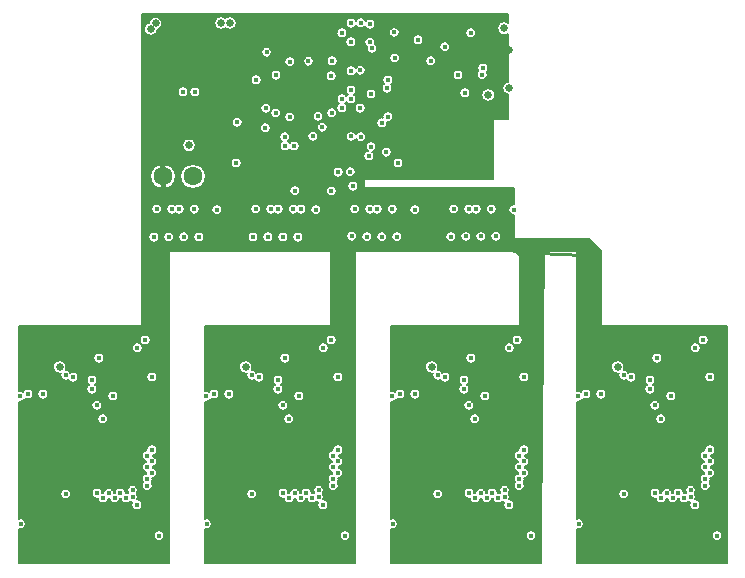
<source format=gbr>
G04 (created by PCBNEW-RS274X (2010-03-14)-final) date Thu 13 Oct 2011 08:56:15 PM EDT*
G01*
G70*
G90*
%MOIN*%
G04 Gerber Fmt 3.4, Leading zero omitted, Abs format*
%FSLAX34Y34*%
G04 APERTURE LIST*
%ADD10C,0.001000*%
%ADD11C,0.063000*%
%ADD12C,0.016000*%
%ADD13C,0.025000*%
%ADD14C,0.010000*%
%ADD15C,0.008000*%
%ADD16C,0.015000*%
%ADD17C,0.005000*%
G04 APERTURE END LIST*
G54D10*
G54D11*
X22300Y10700D03*
X23300Y10700D03*
G54D12*
X28886Y14237D03*
X26704Y10232D03*
X28571Y13285D03*
X28631Y10376D03*
X28267Y12986D03*
X27918Y10219D03*
X29753Y11510D03*
X28882Y12974D03*
X30808Y15255D03*
X29799Y12695D03*
X32947Y14098D03*
X26682Y11714D03*
X29798Y13912D03*
X32969Y14311D03*
X28892Y12030D03*
X29774Y13645D03*
X28581Y12033D03*
X30142Y11150D03*
X29239Y11699D03*
X24748Y11152D03*
X26361Y12024D03*
X23504Y08685D03*
X26798Y08678D03*
X30098Y08697D03*
X33400Y08704D03*
X29242Y13447D03*
X29601Y12491D03*
X32142Y14080D03*
X28892Y15821D03*
X29272Y14970D03*
X28573Y15811D03*
X28569Y15187D03*
X29200Y15169D03*
X31230Y14556D03*
X20106Y00144D03*
X20303Y-00018D03*
X20495Y00138D03*
X20692Y-00014D03*
X20882Y00146D03*
X21083Y-00014D03*
X21431Y-00243D03*
X21291Y00018D03*
X21291Y00239D03*
X21786Y00397D03*
X21783Y00609D03*
X27983Y00609D03*
X21928Y00814D03*
X21785Y01007D03*
X21928Y01200D03*
X21783Y01397D03*
X21932Y01588D03*
X19059Y04076D03*
X20637Y03386D03*
X21933Y04016D03*
X21453Y04989D03*
G54D13*
X18858Y04355D03*
G54D12*
X19308Y04007D03*
X20296Y02623D03*
X18302Y03446D03*
X20097Y03067D03*
X17798Y03451D03*
X28571Y14226D03*
X26899Y09608D03*
X26306Y00144D03*
X26503Y-00018D03*
X26695Y00138D03*
X26892Y-00014D03*
X27082Y00146D03*
X27283Y-00014D03*
X27631Y-00243D03*
X27491Y00018D03*
X27491Y00239D03*
X27986Y00397D03*
X28128Y00814D03*
X27985Y01007D03*
X28128Y01200D03*
X27983Y01397D03*
X28132Y01588D03*
X25259Y04076D03*
X27653Y04989D03*
X28133Y04016D03*
X26837Y03386D03*
G54D13*
X25058Y04355D03*
G54D12*
X25508Y04007D03*
X26368Y04643D03*
X32568Y04643D03*
X24502Y03446D03*
X26496Y02623D03*
X23998Y03451D03*
X26297Y03067D03*
X22997Y08688D03*
X26299Y08685D03*
X29595Y08694D03*
X32900Y08700D03*
X28576Y13583D03*
X32506Y00144D03*
X32703Y-00018D03*
X32895Y00138D03*
X33092Y-00014D03*
X33282Y00146D03*
X33483Y-00014D03*
X33831Y-00243D03*
X33691Y00018D03*
X33691Y00239D03*
X34186Y00397D03*
X34183Y00609D03*
X34328Y00814D03*
X34185Y01007D03*
X34328Y01200D03*
X34183Y01397D03*
X34332Y01588D03*
X31459Y04076D03*
X33853Y04989D03*
X34333Y04016D03*
X33037Y03386D03*
G54D13*
X31258Y04355D03*
G54D12*
X31708Y04007D03*
X30702Y03446D03*
X32696Y02623D03*
X30198Y03451D03*
X32497Y03067D03*
X38706Y00144D03*
X38903Y-00018D03*
X39095Y00138D03*
X39292Y-00014D03*
X39482Y00146D03*
X39683Y-00014D03*
X40031Y-00243D03*
X39891Y00018D03*
X39891Y00239D03*
X40386Y00397D03*
X40383Y00609D03*
X40528Y00814D03*
X40385Y01007D03*
X40528Y01200D03*
X40383Y01397D03*
X40532Y01588D03*
X28145Y10841D03*
X22497Y08682D03*
X25802Y08688D03*
X29104Y08697D03*
X32403Y08700D03*
X22003Y08679D03*
X25308Y08685D03*
X28595Y08708D03*
X31900Y08697D03*
X28555Y10863D03*
X37659Y04076D03*
X40053Y04989D03*
X40533Y04016D03*
X39237Y03386D03*
G54D13*
X37458Y04355D03*
G54D12*
X37908Y04007D03*
X38768Y04643D03*
X20168Y04643D03*
X36902Y03446D03*
X38896Y02623D03*
X36398Y03451D03*
X38697Y03067D03*
X21276Y02380D03*
X21276Y01985D03*
X22391Y02194D03*
X22403Y02607D03*
X22391Y03008D03*
X19551Y03502D03*
X18707Y03465D03*
X21269Y03875D03*
X20648Y03166D03*
X20637Y03696D03*
X20172Y03696D03*
X22379Y03429D03*
X21987Y03594D03*
X22160Y05275D03*
X22387Y04651D03*
X18240Y01791D03*
X18243Y02191D03*
X18245Y02576D03*
X18545Y02845D03*
X18052Y03449D03*
X20276Y01575D03*
X19705Y00999D03*
G54D13*
X22367Y-01901D03*
X17599Y-01896D03*
G54D12*
X23103Y09610D03*
X23845Y09611D03*
X22358Y09614D03*
X25658Y09614D03*
X27145Y09611D03*
X26403Y09610D03*
G54D13*
X23799Y-01896D03*
X28567Y-01901D03*
G54D12*
X25905Y00999D03*
X26476Y01575D03*
X24252Y03449D03*
X24745Y02845D03*
X24445Y02576D03*
X24443Y02191D03*
X24440Y01791D03*
X28587Y04651D03*
X28360Y05275D03*
X28187Y03594D03*
X28579Y03429D03*
X26372Y03696D03*
X26837Y03696D03*
X26848Y03166D03*
X27469Y03875D03*
X24907Y03465D03*
X25751Y03502D03*
X28591Y03008D03*
X28603Y02607D03*
X28591Y02194D03*
X27476Y01985D03*
X27476Y02380D03*
X28958Y09614D03*
X30445Y09611D03*
X29703Y09610D03*
G54D13*
X29999Y-01896D03*
X34767Y-01901D03*
G54D12*
X32105Y00999D03*
X32676Y01575D03*
X30452Y03449D03*
X30945Y02845D03*
X30645Y02576D03*
X30643Y02191D03*
X30640Y01791D03*
X34787Y04651D03*
X34560Y05275D03*
X34387Y03594D03*
X34779Y03429D03*
X32572Y03696D03*
X33037Y03696D03*
X33048Y03166D03*
X33669Y03875D03*
X31107Y03465D03*
X31951Y03502D03*
X34791Y03008D03*
X34803Y02607D03*
X34791Y02194D03*
X33676Y01985D03*
X33676Y02380D03*
X32258Y09614D03*
X33745Y09611D03*
X33003Y09610D03*
G54D13*
X36199Y-01896D03*
X40967Y-01901D03*
G54D12*
X38305Y00999D03*
X38876Y01575D03*
X36652Y03449D03*
X37145Y02845D03*
X36845Y02576D03*
X36843Y02191D03*
X36840Y01791D03*
X40987Y04651D03*
X40760Y05275D03*
X40587Y03594D03*
X40979Y03429D03*
X38772Y03696D03*
X39237Y03696D03*
X39248Y03166D03*
X39869Y03875D03*
X37307Y03465D03*
X38151Y03502D03*
X40991Y03008D03*
X41003Y02607D03*
X40991Y02194D03*
X39876Y01985D03*
X39876Y02380D03*
X30736Y10922D03*
X26056Y12342D03*
X26056Y11714D03*
X26577Y11349D03*
X27948Y12339D03*
X27940Y13126D03*
X27918Y13804D03*
X28244Y14533D03*
X27635Y14605D03*
X26843Y14532D03*
X26061Y14858D03*
X26064Y14547D03*
X25743Y13294D03*
X25739Y13605D03*
X28239Y14867D03*
X30607Y13394D03*
X31001Y13390D03*
X30434Y14009D03*
X32197Y12601D03*
X32193Y12999D03*
X32422Y13194D03*
X33189Y12719D03*
X33395Y12908D03*
X32692Y11104D03*
X32698Y10687D03*
X31606Y10904D03*
X31428Y10704D03*
X28512Y11337D03*
G54D13*
X33836Y14906D03*
X33088Y13864D03*
X33509Y13157D03*
X23759Y12516D03*
X23754Y12815D03*
X22571Y12818D03*
X22573Y12516D03*
X23165Y13751D03*
X23162Y14438D03*
X23162Y15793D03*
X23162Y15508D03*
G54D12*
X26447Y10680D03*
X25153Y10919D03*
X26497Y13652D03*
X27500Y13655D03*
X27297Y13501D03*
X26703Y13496D03*
X26736Y13808D03*
X27255Y13803D03*
X30439Y12392D03*
X30897Y12444D03*
G54D13*
X33164Y15399D03*
G54D12*
X23918Y11906D03*
X23827Y11205D03*
X24778Y11554D03*
X31716Y14796D03*
X31242Y12098D03*
X25115Y15495D03*
X27011Y12643D03*
G54D13*
X22220Y11785D03*
X21788Y12282D03*
G54D12*
X24779Y12501D03*
X31694Y15030D03*
X22097Y09617D03*
X22596Y09609D03*
X23352Y09610D03*
X22845Y09607D03*
X17558Y-00879D03*
X19061Y00117D03*
X25261Y00117D03*
X22174Y-01268D03*
X28697Y09617D03*
X29196Y09609D03*
X29952Y09610D03*
X29445Y09607D03*
X29958Y-00879D03*
X31461Y00117D03*
X34574Y-01268D03*
X31997Y09617D03*
X32496Y09609D03*
X33252Y09610D03*
X32745Y09607D03*
X36158Y-00879D03*
X37661Y00117D03*
X40774Y-01268D03*
X25397Y09617D03*
X25896Y09609D03*
X26652Y09610D03*
X26145Y09607D03*
X23758Y-00879D03*
X28374Y-01268D03*
X27475Y12705D03*
X27926Y12823D03*
X27951Y14557D03*
X26533Y14532D03*
X26071Y14073D03*
X26063Y12818D03*
G54D13*
X24241Y15810D03*
X24534Y15810D03*
G54D12*
X26374Y11722D03*
X27157Y14536D03*
X27914Y14054D03*
X26527Y12681D03*
X25719Y12324D03*
X25735Y12972D03*
X30027Y14649D03*
X32562Y15492D03*
X29167Y11388D03*
X25758Y14839D03*
X28267Y15490D03*
X29210Y15775D03*
X27303Y12036D03*
X27618Y12338D03*
X25416Y13921D03*
X32370Y13490D03*
X30020Y15500D03*
G54D13*
X22062Y15805D03*
X21900Y15611D03*
G54D12*
X28271Y13291D03*
X22973Y13520D03*
X23368Y13516D03*
G54D13*
X23175Y11739D03*
G54D12*
X21714Y05251D03*
X19935Y03612D03*
X19939Y03911D03*
X17546Y03370D03*
X24099Y09594D03*
X27399Y09594D03*
X23746Y03370D03*
X26139Y03911D03*
X26135Y03612D03*
X27914Y05251D03*
X30699Y09594D03*
X29946Y03370D03*
X32339Y03911D03*
X32335Y03612D03*
X34114Y05251D03*
X33999Y09594D03*
X36146Y03370D03*
X38539Y03911D03*
X38535Y03612D03*
X40314Y05251D03*
G54D13*
X33149Y13414D03*
X33849Y13644D03*
X33670Y15640D03*
G54D14*
X18052Y03449D02*
X18545Y02845D01*
X18545Y02845D02*
X18707Y03465D01*
X18707Y03465D02*
X19551Y03502D01*
X19551Y03502D02*
X20083Y03361D01*
X20083Y03361D02*
X20172Y03696D01*
X20172Y03696D02*
X20637Y03696D01*
X20637Y03696D02*
X21269Y03875D01*
X21269Y03875D02*
X22387Y04651D01*
X22387Y04651D02*
X22160Y05275D01*
X21269Y03875D02*
X21987Y03594D01*
X20648Y03166D02*
X20220Y03235D01*
X20220Y03235D02*
X20083Y03361D01*
X18545Y02845D02*
X18245Y02576D01*
X18245Y02576D02*
X18243Y02191D01*
X18243Y02191D02*
X18240Y01791D01*
X21276Y02380D02*
X21276Y01985D01*
X21276Y01985D02*
X20276Y01575D01*
X19705Y00999D02*
X20276Y01575D01*
X20648Y03166D02*
X21276Y02380D01*
X21276Y02380D02*
X22403Y02607D01*
X22403Y02607D02*
X22391Y03008D01*
X22391Y03008D02*
X22379Y03429D01*
X22379Y03429D02*
X21987Y03594D01*
X19705Y00999D02*
X19439Y-00515D01*
X19439Y-00515D02*
X17599Y-01896D01*
X19439Y-00515D02*
X22367Y-01901D01*
G54D15*
X22358Y09614D02*
X22350Y09900D01*
X22350Y09900D02*
X23100Y09900D01*
X23100Y09900D02*
X23103Y09610D01*
X23100Y09900D02*
X23850Y09900D01*
X23850Y09900D02*
X23845Y09611D01*
X27150Y09900D02*
X27145Y09611D01*
X26400Y09900D02*
X27150Y09900D01*
X26400Y09900D02*
X26403Y09610D01*
X25650Y09900D02*
X26400Y09900D01*
X25658Y09614D02*
X25650Y09900D01*
G54D14*
X25639Y-00515D02*
X28567Y-01901D01*
X25639Y-00515D02*
X23799Y-01896D01*
X25905Y00999D02*
X25639Y-00515D01*
X28579Y03429D02*
X28187Y03594D01*
X28591Y03008D02*
X28579Y03429D01*
X28603Y02607D02*
X28591Y03008D01*
X27476Y02380D02*
X28603Y02607D01*
X26848Y03166D02*
X27476Y02380D01*
X25905Y00999D02*
X26476Y01575D01*
X27476Y01985D02*
X26476Y01575D01*
X27476Y02380D02*
X27476Y01985D01*
X24443Y02191D02*
X24440Y01791D01*
X24445Y02576D02*
X24443Y02191D01*
X24745Y02845D02*
X24445Y02576D01*
X26420Y03235D02*
X26283Y03361D01*
X26848Y03166D02*
X26420Y03235D01*
X27469Y03875D02*
X28187Y03594D01*
X28587Y04651D02*
X28360Y05275D01*
X27469Y03875D02*
X28587Y04651D01*
X26837Y03696D02*
X27469Y03875D01*
X26372Y03696D02*
X26837Y03696D01*
X26283Y03361D02*
X26372Y03696D01*
X25751Y03502D02*
X26283Y03361D01*
X24907Y03465D02*
X25751Y03502D01*
X24745Y02845D02*
X24907Y03465D01*
X24252Y03449D02*
X24745Y02845D01*
G54D15*
X30450Y09900D02*
X30445Y09611D01*
X29700Y09900D02*
X30450Y09900D01*
X29700Y09900D02*
X29703Y09610D01*
X28950Y09900D02*
X29700Y09900D01*
X28958Y09614D02*
X28950Y09900D01*
G54D14*
X31839Y-00515D02*
X34767Y-01901D01*
X31839Y-00515D02*
X29999Y-01896D01*
X32105Y00999D02*
X31839Y-00515D01*
X34779Y03429D02*
X34387Y03594D01*
X34791Y03008D02*
X34779Y03429D01*
X34803Y02607D02*
X34791Y03008D01*
X33676Y02380D02*
X34803Y02607D01*
X33048Y03166D02*
X33676Y02380D01*
X32105Y00999D02*
X32676Y01575D01*
X33676Y01985D02*
X32676Y01575D01*
X33676Y02380D02*
X33676Y01985D01*
X30643Y02191D02*
X30640Y01791D01*
X30645Y02576D02*
X30643Y02191D01*
X30945Y02845D02*
X30645Y02576D01*
X32620Y03235D02*
X32483Y03361D01*
X33048Y03166D02*
X32620Y03235D01*
X33669Y03875D02*
X34387Y03594D01*
X34787Y04651D02*
X34560Y05275D01*
X33669Y03875D02*
X34787Y04651D01*
X33037Y03696D02*
X33669Y03875D01*
X32572Y03696D02*
X33037Y03696D01*
X32483Y03361D02*
X32572Y03696D01*
X31951Y03502D02*
X32483Y03361D01*
X31107Y03465D02*
X31951Y03502D01*
X30945Y02845D02*
X31107Y03465D01*
X30452Y03449D02*
X30945Y02845D01*
G54D15*
X33750Y09900D02*
X33745Y09611D01*
X33000Y09900D02*
X33750Y09900D01*
X33000Y09900D02*
X33003Y09610D01*
X32250Y09900D02*
X33000Y09900D01*
X32258Y09614D02*
X32250Y09900D01*
G54D14*
X38039Y-00515D02*
X40967Y-01901D01*
X38039Y-00515D02*
X36199Y-01896D01*
X38305Y00999D02*
X38039Y-00515D01*
X40979Y03429D02*
X40587Y03594D01*
X40991Y03008D02*
X40979Y03429D01*
X41003Y02607D02*
X40991Y03008D01*
X39876Y02380D02*
X41003Y02607D01*
X39248Y03166D02*
X39876Y02380D01*
X38305Y00999D02*
X38876Y01575D01*
X39876Y01985D02*
X38876Y01575D01*
X39876Y02380D02*
X39876Y01985D01*
X36843Y02191D02*
X36840Y01791D01*
X36845Y02576D02*
X36843Y02191D01*
X37145Y02845D02*
X36845Y02576D01*
X38820Y03235D02*
X38683Y03361D01*
X39248Y03166D02*
X38820Y03235D01*
X39869Y03875D02*
X40587Y03594D01*
X40987Y04651D02*
X40760Y05275D01*
X39869Y03875D02*
X40987Y04651D01*
X39237Y03696D02*
X39869Y03875D01*
X38772Y03696D02*
X39237Y03696D01*
X38683Y03361D02*
X38772Y03696D01*
X38151Y03502D02*
X38683Y03361D01*
X37307Y03465D02*
X38151Y03502D01*
X37145Y02845D02*
X37307Y03465D01*
X36652Y03449D02*
X37145Y02845D01*
G54D16*
X22300Y10700D02*
X22350Y09900D01*
X22350Y09900D02*
X23100Y09900D01*
X23100Y09900D02*
X23850Y09900D01*
X23850Y09900D02*
X25650Y09900D01*
X25650Y09900D02*
X26399Y09900D01*
X28950Y09900D02*
X27150Y09900D01*
X30450Y09900D02*
X32250Y09900D01*
G54D17*
X26447Y10680D02*
X26577Y11349D01*
X26577Y11349D02*
X26056Y11714D01*
X25153Y10919D02*
X26447Y10680D01*
X26577Y11349D02*
X28512Y11337D01*
X28512Y11337D02*
X27948Y12339D01*
X27948Y12339D02*
X28110Y12782D01*
X28110Y12782D02*
X28083Y12998D01*
X28083Y12998D02*
X27940Y13126D01*
X27918Y13804D02*
X27940Y13126D01*
X27918Y13804D02*
X28196Y14011D01*
X28196Y14011D02*
X28244Y14533D01*
X28244Y14533D02*
X28239Y14867D01*
X27635Y14605D02*
X28239Y14867D01*
X26843Y14532D02*
X27056Y14794D01*
X27056Y14794D02*
X27439Y14785D01*
X27439Y14785D02*
X27635Y14605D01*
X26843Y14532D02*
X26606Y14349D01*
X26606Y14349D02*
X26367Y14340D01*
X26367Y14340D02*
X26064Y14547D01*
X26056Y11714D02*
X26056Y12342D01*
X26056Y12342D02*
X26703Y13496D01*
X25743Y13294D02*
X26497Y13652D01*
X26497Y13652D02*
X26703Y13496D01*
X26497Y13652D02*
X26736Y13808D01*
X26736Y13808D02*
X27255Y13803D01*
X27255Y13803D02*
X27500Y13655D01*
X27918Y13804D02*
X27500Y13655D01*
X26064Y14547D02*
X26061Y14858D01*
X28244Y14533D02*
X29708Y14479D01*
X29708Y14479D02*
X30434Y14009D01*
X30434Y14009D02*
X32308Y14382D01*
X32308Y14382D02*
X33836Y14906D01*
X32308Y14382D02*
X32645Y14012D01*
X32645Y14012D02*
X33088Y13864D01*
X33088Y13864D02*
X33462Y13655D01*
X33509Y13157D02*
X33462Y13655D01*
X33509Y13157D02*
X33395Y12908D01*
X33395Y12908D02*
X33189Y12719D01*
X33189Y12719D02*
X32422Y13194D01*
X32422Y13194D02*
X32193Y12999D01*
X32193Y12999D02*
X32197Y12601D01*
X32197Y12601D02*
X32692Y11104D01*
X32692Y11104D02*
X32698Y10687D01*
X32698Y10687D02*
X31606Y10904D01*
X31606Y10904D02*
X31428Y10704D01*
X31428Y10704D02*
X30736Y10922D01*
X30736Y10922D02*
X30439Y12392D01*
X30439Y12392D02*
X30897Y12444D01*
X30897Y12444D02*
X31001Y13390D01*
X31001Y13390D02*
X30607Y13394D01*
X30897Y12444D02*
X32197Y12601D01*
X28512Y11337D02*
X30029Y10838D01*
X30029Y10838D02*
X30736Y10922D01*
X22220Y11785D02*
X22300Y10700D01*
X22220Y11785D02*
X22573Y12516D01*
X22573Y12516D02*
X22571Y12818D01*
X22571Y12818D02*
X22823Y13730D01*
X22823Y13730D02*
X23165Y13751D01*
X26447Y10680D02*
X26400Y09900D01*
G54D14*
X22160Y05275D02*
X22239Y09001D01*
X22239Y09001D02*
X22358Y09614D01*
X28360Y05275D02*
X28100Y08000D01*
X27458Y08692D02*
X27145Y09611D01*
X34560Y05275D02*
X34470Y07703D01*
X34470Y07703D02*
X34106Y08170D01*
X34106Y08170D02*
X33779Y08319D01*
X33779Y08319D02*
X33745Y09611D01*
X34106Y08170D02*
X36281Y08091D01*
X36281Y08091D02*
X36481Y07491D01*
X36481Y07491D02*
X36652Y03449D01*
G54D17*
X33836Y14906D02*
X33164Y15399D01*
X23827Y11205D02*
X23918Y11906D01*
X23918Y11906D02*
X23759Y12516D01*
X23759Y12516D02*
X22573Y12516D01*
X24778Y11554D02*
X23918Y11906D01*
X24778Y11554D02*
X25125Y11122D01*
X25125Y11122D02*
X25153Y10919D01*
X31716Y14796D02*
X32308Y14382D01*
X30897Y12444D02*
X31242Y12098D01*
X26061Y14858D02*
X25115Y15495D01*
X26703Y13496D02*
X27011Y12643D01*
G54D14*
X28100Y08000D02*
X27458Y08692D01*
G54D16*
X22300Y10700D02*
X22220Y11785D01*
G54D10*
G36*
X41100Y03888D02*
X41100Y02375D01*
X40479Y03682D01*
X41100Y03888D01*
X41100Y03888D01*
G37*
G54D17*
X41100Y03888D02*
X41100Y02375D01*
X40479Y03682D01*
X41100Y03888D01*
G54D10*
G36*
X40197Y-00174D02*
X40386Y00217D01*
X40479Y-00239D01*
X40197Y-00174D01*
X40197Y-00174D01*
G37*
G54D17*
X40197Y-00174D02*
X40386Y00217D01*
X40479Y-00239D01*
X40197Y-00174D01*
G54D10*
G36*
X40479Y-01546D02*
X40479Y-02200D01*
X39237Y-01546D01*
X40479Y-01546D01*
X40479Y-01546D01*
G37*
G54D17*
X40479Y-01546D02*
X40479Y-02200D01*
X39237Y-01546D01*
X40479Y-01546D01*
G54D10*
G36*
X39237Y-00239D02*
X39165Y-00141D01*
X39223Y-00180D01*
X39237Y-00239D01*
X39237Y-00239D01*
G37*
G54D17*
X39237Y-00239D02*
X39165Y-00141D01*
X39223Y-00180D01*
X39237Y-00239D01*
G54D10*
G36*
X40479Y02375D02*
X40479Y03682D01*
X41100Y02375D01*
X40479Y02375D01*
X40479Y02375D01*
G37*
G54D17*
X40479Y02375D02*
X40479Y03682D01*
X41100Y02375D01*
X40479Y02375D01*
G54D10*
G36*
X40479Y04989D02*
X40480Y05182D01*
X41100Y04989D01*
X40479Y04989D01*
X40479Y04989D01*
G37*
G54D17*
X40479Y04989D02*
X40480Y05182D01*
X41100Y04989D01*
X40479Y04989D01*
G54D10*
G36*
X37995Y-02200D02*
X37995Y-01546D01*
X38616Y-02200D01*
X37995Y-02200D01*
X37995Y-02200D01*
G37*
G54D17*
X37995Y-02200D02*
X37995Y-01546D01*
X38616Y-02200D01*
X37995Y-02200D01*
G54D10*
G36*
X39237Y02375D02*
X39364Y03259D01*
X40479Y02375D01*
X39237Y02375D01*
X39237Y02375D01*
G37*
G54D17*
X39237Y02375D02*
X39364Y03259D01*
X40479Y02375D01*
X39237Y02375D01*
G54D10*
G36*
X39237Y-01546D02*
X39237Y-02200D01*
X38616Y-02200D01*
X39237Y-01546D01*
X39237Y-01546D01*
G37*
G54D17*
X39237Y-01546D02*
X39237Y-02200D01*
X38616Y-02200D01*
X39237Y-01546D01*
G54D10*
G36*
X37995Y-01546D02*
X38834Y-00184D01*
X39237Y-01546D01*
X37995Y-01546D01*
X37995Y-01546D01*
G37*
G54D17*
X37995Y-01546D02*
X38834Y-00184D01*
X39237Y-01546D01*
X37995Y-01546D01*
G54D10*
G36*
X38872Y00213D02*
X38929Y00207D01*
X38903Y00162D01*
X38872Y00213D01*
X38872Y00213D01*
G37*
G54D17*
X38872Y00213D02*
X38929Y00207D01*
X38903Y00162D01*
X38872Y00213D01*
G54D10*
G36*
X37995Y01068D02*
X38827Y02457D01*
X39237Y01068D01*
X37995Y01068D01*
X37995Y01068D01*
G37*
G54D17*
X37995Y01068D02*
X38827Y02457D01*
X39237Y01068D01*
X37995Y01068D01*
G54D10*
G36*
X36753Y-00239D02*
X37592Y-00049D01*
X36753Y-01546D01*
X36753Y-00239D01*
X36753Y-00239D01*
G37*
G54D17*
X36753Y-00239D02*
X37592Y-00049D01*
X36753Y-01546D01*
X36753Y-00239D01*
G54D10*
G36*
X37590Y03910D02*
X37659Y03896D01*
X37082Y03446D01*
X37590Y03910D01*
X37590Y03910D01*
G37*
G54D17*
X37590Y03910D02*
X37659Y03896D01*
X37082Y03446D01*
X37590Y03910D01*
G54D10*
G36*
X36753Y01068D02*
X36753Y02375D01*
X37995Y02375D01*
X36753Y01068D01*
X36753Y01068D01*
G37*
G54D17*
X36753Y01068D02*
X36753Y02375D01*
X37995Y02375D01*
X36753Y01068D01*
G54D10*
G36*
X39237Y04989D02*
X38948Y04643D01*
X38934Y04712D01*
X39237Y04989D01*
X39237Y04989D01*
G37*
G54D17*
X39237Y04989D02*
X38948Y04643D01*
X38934Y04712D01*
X39237Y04989D01*
G54D10*
G36*
X36753Y07604D02*
X36900Y08200D01*
X36900Y07604D01*
X36753Y07604D01*
X36753Y07604D01*
G37*
G54D17*
X36753Y07604D02*
X36900Y08200D01*
X36900Y07604D01*
X36753Y07604D01*
G54D10*
G36*
X36753Y06296D02*
X36900Y05700D01*
X36100Y06296D01*
X36753Y06296D01*
X36753Y06296D01*
G37*
G54D17*
X36753Y06296D02*
X36900Y05700D01*
X36100Y06296D01*
X36753Y06296D01*
G54D10*
G36*
X36753Y-01546D02*
X37592Y-00049D01*
X37995Y-01546D01*
X36753Y-01546D01*
X36753Y-01546D01*
G37*
G54D17*
X36753Y-01546D02*
X37592Y-00049D01*
X37995Y-01546D01*
X36753Y-01546D01*
G54D10*
G36*
X37995Y02375D02*
X37995Y01068D01*
X36753Y01068D01*
X37995Y02375D01*
X37995Y02375D01*
G37*
G54D17*
X37995Y02375D02*
X37995Y01068D01*
X36753Y01068D01*
X37995Y02375D01*
G54D10*
G36*
X36100Y03131D02*
X36215Y03204D01*
X36100Y02375D01*
X36100Y03131D01*
X36100Y03131D01*
G37*
G54D17*
X36100Y03131D02*
X36215Y03204D01*
X36100Y02375D01*
X36100Y03131D01*
G54D10*
G36*
X36753Y01068D02*
X36100Y-00239D01*
X36100Y01068D01*
X36753Y01068D01*
X36753Y01068D01*
G37*
G54D17*
X36753Y01068D02*
X36100Y-00239D01*
X36100Y01068D01*
X36753Y01068D01*
G54D10*
G36*
X36753Y02375D02*
X36100Y01688D01*
X36100Y02375D01*
X36753Y02375D01*
X36753Y02375D01*
G37*
G54D17*
X36753Y02375D02*
X36100Y01688D01*
X36100Y02375D01*
X36753Y02375D01*
G54D10*
G36*
X37995Y04989D02*
X37458Y04582D01*
X36900Y05700D01*
X37995Y04989D01*
X37995Y04989D01*
G37*
G54D17*
X37995Y04989D02*
X37458Y04582D01*
X36900Y05700D01*
X37995Y04989D01*
G54D10*
G36*
X36753Y04989D02*
X36398Y03631D01*
X36100Y04989D01*
X36753Y04989D01*
X36753Y04989D01*
G37*
G54D17*
X36753Y04989D02*
X36398Y03631D01*
X36100Y04989D01*
X36753Y04989D01*
G54D10*
G36*
X36753Y07604D02*
X36900Y07604D01*
X36753Y06296D01*
X36753Y07604D01*
X36753Y07604D01*
G37*
G54D17*
X36753Y07604D02*
X36900Y07604D01*
X36753Y06296D01*
X36753Y07604D01*
G54D10*
G36*
X36753Y06296D02*
X36100Y06296D01*
X36100Y07604D01*
X36753Y06296D01*
X36753Y06296D01*
G37*
G54D17*
X36753Y06296D02*
X36100Y06296D01*
X36100Y07604D01*
X36753Y06296D01*
G54D10*
G36*
X34033Y04989D02*
X34114Y05071D01*
X34268Y04989D01*
X34033Y04989D01*
X34033Y04989D01*
G37*
G54D17*
X34033Y04989D02*
X34114Y05071D01*
X34268Y04989D01*
X34033Y04989D01*
G54D10*
G36*
X36753Y-00239D02*
X36753Y-01546D01*
X36338Y-00879D01*
X36753Y-00239D01*
X36753Y-00239D01*
G37*
G54D17*
X36753Y-00239D02*
X36753Y-01546D01*
X36338Y-00879D01*
X36753Y-00239D01*
G54D10*
G36*
X36753Y01068D02*
X36753Y-00239D01*
X36100Y-00239D01*
X36753Y01068D01*
X36753Y01068D01*
G37*
G54D17*
X36753Y01068D02*
X36753Y-00239D01*
X36100Y-00239D01*
X36753Y01068D01*
G54D10*
G36*
X36100Y01068D02*
X36100Y01688D01*
X36753Y01068D01*
X36100Y01068D01*
X36100Y01068D01*
G37*
G54D17*
X36100Y01068D02*
X36100Y01688D01*
X36753Y01068D01*
X36100Y01068D01*
G54D10*
G36*
X36736Y03515D02*
X36564Y03520D01*
X36753Y03682D01*
X36736Y03515D01*
X36736Y03515D01*
G37*
G54D17*
X36736Y03515D02*
X36564Y03520D01*
X36753Y03682D01*
X36736Y03515D01*
G54D10*
G36*
X34957Y03682D02*
X34944Y02375D01*
X34268Y03682D01*
X34957Y03682D01*
X34957Y03682D01*
G37*
G54D17*
X34957Y03682D02*
X34944Y02375D01*
X34268Y03682D01*
X34957Y03682D01*
G54D10*
G36*
X36753Y07604D02*
X36753Y06296D01*
X36100Y07604D01*
X36753Y07604D01*
X36753Y07604D01*
G37*
G54D17*
X36753Y07604D02*
X36753Y06296D01*
X36100Y07604D01*
X36753Y07604D01*
G54D10*
G36*
X34268Y06296D02*
X34200Y05700D01*
X34200Y06296D01*
X34268Y06296D01*
X34268Y06296D01*
G37*
G54D17*
X34268Y06296D02*
X34200Y05700D01*
X34200Y06296D01*
X34268Y06296D01*
G54D10*
G36*
X34268Y-00239D02*
X33997Y-00174D01*
X34186Y00217D01*
X34268Y-00239D01*
X34268Y-00239D01*
G37*
G54D17*
X34268Y-00239D02*
X33997Y-00174D01*
X34186Y00217D01*
X34268Y-00239D01*
G54D10*
G36*
X34268Y-01546D02*
X34268Y-02200D01*
X33026Y-01546D01*
X34268Y-01546D01*
X34268Y-01546D01*
G37*
G54D17*
X34268Y-01546D02*
X34268Y-02200D01*
X33026Y-01546D01*
X34268Y-01546D01*
G54D10*
G36*
X34280Y05182D02*
X34970Y05105D01*
X34268Y04989D01*
X34280Y05182D01*
X34280Y05182D01*
G37*
G54D17*
X34280Y05182D02*
X34970Y05105D01*
X34268Y04989D01*
X34280Y05182D01*
G54D10*
G36*
X34268Y06296D02*
X34200Y06296D01*
X34268Y07604D01*
X34268Y06296D01*
X34268Y06296D01*
G37*
G54D17*
X34268Y06296D02*
X34200Y06296D01*
X34268Y07604D01*
X34268Y06296D01*
G54D10*
G36*
X34200Y08200D02*
X34000Y08600D01*
X34239Y08600D01*
X34200Y08200D01*
X34200Y08200D01*
G37*
G54D17*
X34200Y08200D02*
X34000Y08600D01*
X34239Y08600D01*
X34200Y08200D01*
G54D10*
G36*
X31784Y-02200D02*
X31784Y-01546D01*
X32405Y-02200D01*
X31784Y-02200D01*
X31784Y-02200D01*
G37*
G54D17*
X31784Y-02200D02*
X31784Y-01546D01*
X32405Y-02200D01*
X31784Y-02200D01*
G54D10*
G36*
X33026Y02375D02*
X33164Y03259D01*
X34268Y02375D01*
X33026Y02375D01*
X33026Y02375D01*
G37*
G54D17*
X33026Y02375D02*
X33164Y03259D01*
X34268Y02375D01*
X33026Y02375D01*
G54D10*
G36*
X34268Y06296D02*
X34268Y07604D01*
X34982Y06296D01*
X34268Y06296D01*
X34268Y06296D01*
G37*
G54D17*
X34268Y06296D02*
X34268Y07604D01*
X34982Y06296D01*
X34268Y06296D01*
G54D10*
G36*
X31784Y10218D02*
X31831Y09686D01*
X31644Y10300D01*
X31784Y10218D01*
X31784Y10218D01*
G37*
G54D17*
X31784Y10218D02*
X31831Y09686D01*
X31644Y10300D01*
X31784Y10218D01*
G54D10*
G36*
X33026Y11525D02*
X31784Y11525D01*
X33026Y12832D01*
X33026Y11525D01*
X33026Y11525D01*
G37*
G54D17*
X33026Y11525D02*
X31784Y11525D01*
X33026Y12832D01*
X33026Y11525D01*
G54D10*
G36*
X31763Y14864D02*
X31784Y14139D01*
X31694Y14850D01*
X31763Y14864D01*
X31763Y14864D01*
G37*
G54D17*
X31763Y14864D02*
X31784Y14139D01*
X31694Y14850D01*
X31763Y14864D01*
G54D10*
G36*
X33026Y-01546D02*
X33026Y-02200D01*
X32405Y-02200D01*
X33026Y-01546D01*
X33026Y-01546D01*
G37*
G54D17*
X33026Y-01546D02*
X33026Y-02200D01*
X32405Y-02200D01*
X33026Y-01546D01*
G54D10*
G36*
X31784Y-01546D02*
X32634Y-00184D01*
X33026Y-01546D01*
X31784Y-01546D01*
X31784Y-01546D01*
G37*
G54D17*
X31784Y-01546D02*
X32634Y-00184D01*
X33026Y-01546D01*
X31784Y-01546D01*
G54D10*
G36*
X32672Y00213D02*
X32729Y00207D01*
X32703Y00162D01*
X32672Y00213D01*
X32672Y00213D01*
G37*
G54D17*
X32672Y00213D02*
X32729Y00207D01*
X32703Y00162D01*
X32672Y00213D01*
G54D10*
G36*
X31784Y01068D02*
X32627Y02457D01*
X33026Y01068D01*
X31784Y01068D01*
X31784Y01068D01*
G37*
G54D17*
X31784Y01068D02*
X32627Y02457D01*
X33026Y01068D01*
X31784Y01068D01*
G54D10*
G36*
X30542Y-00239D02*
X31392Y-00049D01*
X30542Y-01546D01*
X30542Y-00239D01*
X30542Y-00239D01*
G37*
G54D17*
X30542Y-00239D02*
X31392Y-00049D01*
X30542Y-01546D01*
X30542Y-00239D01*
G54D10*
G36*
X30542Y01068D02*
X30542Y02375D01*
X31784Y02375D01*
X30542Y01068D01*
X30542Y01068D01*
G37*
G54D17*
X30542Y01068D02*
X30542Y02375D01*
X31784Y02375D01*
X30542Y01068D01*
G54D10*
G36*
X33026Y04989D02*
X32748Y04643D01*
X32734Y04712D01*
X33026Y04989D01*
X33026Y04989D01*
G37*
G54D17*
X33026Y04989D02*
X32748Y04643D01*
X32734Y04712D01*
X33026Y04989D01*
G54D10*
G36*
X33026Y11525D02*
X33026Y10600D01*
X31784Y11525D01*
X33026Y11525D01*
X33026Y11525D01*
G37*
G54D17*
X33026Y11525D02*
X33026Y10600D01*
X31784Y11525D01*
X33026Y11525D01*
G54D10*
G36*
X33026Y12832D02*
X31784Y11525D01*
X31784Y12832D01*
X33026Y12832D01*
X33026Y12832D01*
G37*
G54D17*
X33026Y12832D02*
X31784Y11525D01*
X31784Y12832D01*
X33026Y12832D01*
G54D10*
G36*
X31784Y11525D02*
X30542Y11525D01*
X31784Y12832D01*
X31784Y11525D01*
X31784Y11525D01*
G37*
G54D17*
X31784Y11525D02*
X30542Y11525D01*
X31784Y12832D01*
X31784Y11525D01*
G54D10*
G36*
X30542Y12832D02*
X31230Y14376D01*
X31784Y12832D01*
X30542Y12832D01*
X30542Y12832D01*
G37*
G54D17*
X30542Y12832D02*
X31230Y14376D01*
X31784Y12832D01*
X30542Y12832D01*
G54D10*
G36*
X30877Y15089D02*
X31103Y14683D01*
X30808Y15075D01*
X30877Y15089D01*
X30877Y15089D01*
G37*
G54D17*
X30877Y15089D02*
X31103Y14683D01*
X30808Y15075D01*
X30877Y15089D01*
G54D10*
G36*
X30542Y-01546D02*
X31392Y-00049D01*
X31784Y-01546D01*
X30542Y-01546D01*
X30542Y-01546D01*
G37*
G54D17*
X30542Y-01546D02*
X31392Y-00049D01*
X31784Y-01546D01*
X30542Y-01546D01*
G54D10*
G36*
X31784Y02375D02*
X31784Y01068D01*
X30542Y01068D01*
X31784Y02375D01*
X31784Y02375D01*
G37*
G54D17*
X31784Y02375D02*
X31784Y01068D01*
X30542Y01068D01*
X31784Y02375D01*
G54D10*
G36*
X32388Y04643D02*
X31777Y04173D01*
X31784Y04989D01*
X32388Y04643D01*
X32388Y04643D01*
G37*
G54D17*
X32388Y04643D02*
X31777Y04173D01*
X31784Y04989D01*
X32388Y04643D01*
G54D10*
G36*
X30542Y04989D02*
X30542Y05700D01*
X31784Y04989D01*
X30542Y04989D01*
X30542Y04989D01*
G37*
G54D17*
X30542Y04989D02*
X30542Y05700D01*
X31784Y04989D01*
X30542Y04989D01*
G54D10*
G36*
X30129Y03617D02*
X30071Y03578D01*
X29900Y03559D01*
X30129Y03617D01*
X30129Y03617D01*
G37*
G54D17*
X30129Y03617D02*
X30071Y03578D01*
X29900Y03559D01*
X30129Y03617D01*
G54D10*
G36*
X31784Y10600D02*
X31131Y10600D01*
X31784Y11525D01*
X31784Y10600D01*
X31784Y10600D01*
G37*
G54D17*
X31784Y10600D02*
X31131Y10600D01*
X31784Y11525D01*
X31784Y10600D01*
G54D10*
G36*
X29236Y11222D02*
X29294Y11261D01*
X29639Y10600D01*
X29236Y11222D01*
X29236Y11222D01*
G37*
G54D17*
X29236Y11222D02*
X29294Y11261D01*
X29639Y10600D01*
X29236Y11222D01*
G54D10*
G36*
X31784Y12832D02*
X30542Y11525D01*
X30542Y12832D01*
X31784Y12832D01*
X31784Y12832D01*
G37*
G54D17*
X31784Y12832D02*
X30542Y11525D01*
X30542Y12832D01*
X31784Y12832D01*
G54D10*
G36*
X30542Y14139D02*
X31230Y14376D01*
X30542Y12832D01*
X30542Y14139D01*
X30542Y14139D01*
G37*
G54D17*
X30542Y14139D02*
X31230Y14376D01*
X30542Y12832D01*
X30542Y14139D01*
G54D10*
G36*
X31357Y14683D02*
X31625Y14864D01*
X31396Y14625D01*
X31357Y14683D01*
X31357Y14683D01*
G37*
G54D17*
X31357Y14683D02*
X31625Y14864D01*
X31396Y14625D01*
X31357Y14683D01*
G54D10*
G36*
X30542Y12832D02*
X29954Y13645D01*
X30542Y14139D01*
X30542Y12832D01*
X30542Y12832D01*
G37*
G54D17*
X30542Y12832D02*
X29954Y13645D01*
X30542Y14139D01*
X30542Y12832D01*
G54D10*
G36*
X27833Y04989D02*
X27914Y05071D01*
X28058Y04989D01*
X27833Y04989D01*
X27833Y04989D01*
G37*
G54D17*
X27833Y04989D02*
X27914Y05071D01*
X28058Y04989D01*
X27833Y04989D01*
G54D10*
G36*
X30542Y-00239D02*
X30542Y-01546D01*
X30138Y-00879D01*
X30542Y-00239D01*
X30542Y-00239D01*
G37*
G54D17*
X30542Y-00239D02*
X30542Y-01546D01*
X30138Y-00879D01*
X30542Y-00239D01*
G54D10*
G36*
X30542Y01068D02*
X30542Y-00239D01*
X29900Y-00239D01*
X30542Y01068D01*
X30542Y01068D01*
G37*
G54D17*
X30542Y01068D02*
X30542Y-00239D01*
X29900Y-00239D01*
X30542Y01068D01*
G54D10*
G36*
X30542Y02375D02*
X30542Y01068D01*
X29900Y01068D01*
X30542Y02375D01*
X30542Y02375D01*
G37*
G54D17*
X30542Y02375D02*
X30542Y01068D01*
X29900Y01068D01*
X30542Y02375D01*
G54D10*
G36*
X28700Y03924D02*
X28700Y02375D01*
X28058Y03682D01*
X28700Y03924D01*
X28700Y03924D01*
G37*
G54D17*
X28700Y03924D02*
X28700Y02375D01*
X28058Y03682D01*
X28700Y03924D01*
G54D10*
G36*
X28058Y06296D02*
X28700Y07604D01*
X28700Y06296D01*
X28058Y06296D01*
X28058Y06296D01*
G37*
G54D17*
X28058Y06296D02*
X28700Y07604D01*
X28700Y06296D01*
X28058Y06296D01*
G54D10*
G36*
X29618Y13912D02*
X29311Y13613D01*
X29300Y14139D01*
X29618Y13912D01*
X29618Y13912D01*
G37*
G54D17*
X29618Y13912D02*
X29311Y13613D01*
X29300Y14139D01*
X29618Y13912D01*
G54D10*
G36*
X28058Y-00239D02*
X27797Y-00174D01*
X27986Y00217D01*
X28058Y-00239D01*
X28058Y-00239D01*
G37*
G54D17*
X28058Y-00239D02*
X27797Y-00174D01*
X27986Y00217D01*
X28058Y-00239D01*
G54D10*
G36*
X28058Y-01546D02*
X28058Y-02200D01*
X26816Y-01546D01*
X28058Y-01546D01*
X28058Y-01546D01*
G37*
G54D17*
X28058Y-01546D02*
X28058Y-02200D01*
X26816Y-01546D01*
X28058Y-01546D01*
G54D10*
G36*
X28058Y02375D02*
X28058Y03682D01*
X28700Y02375D01*
X28058Y02375D01*
X28058Y02375D01*
G37*
G54D17*
X28058Y02375D02*
X28058Y03682D01*
X28700Y02375D01*
X28058Y02375D01*
G54D10*
G36*
X28080Y05182D02*
X28700Y05084D01*
X28058Y04989D01*
X28080Y05182D01*
X28080Y05182D01*
G37*
G54D17*
X28080Y05182D02*
X28700Y05084D01*
X28058Y04989D01*
X28080Y05182D01*
G54D10*
G36*
X28058Y07604D02*
X28700Y07604D01*
X28058Y06296D01*
X28058Y07604D01*
X28058Y07604D01*
G37*
G54D17*
X28058Y07604D02*
X28700Y07604D01*
X28058Y06296D01*
X28058Y07604D01*
G54D10*
G36*
X28058Y07604D02*
X28058Y06296D01*
X27900Y07604D01*
X28058Y07604D01*
X28058Y07604D01*
G37*
G54D17*
X28058Y07604D02*
X28058Y06296D01*
X27900Y07604D01*
X28058Y07604D01*
G54D10*
G36*
X29300Y10218D02*
X29127Y09775D01*
X29000Y10300D01*
X29300Y10218D01*
X29300Y10218D01*
G37*
G54D17*
X29300Y10218D02*
X29127Y09775D01*
X29000Y10300D01*
X29300Y10218D01*
G54D10*
G36*
X26721Y09444D02*
X26830Y09442D01*
X26816Y08911D01*
X26721Y09444D01*
X26721Y09444D01*
G37*
G54D17*
X26721Y09444D02*
X26830Y09442D01*
X26816Y08911D01*
X26721Y09444D01*
G54D10*
G36*
X26816Y16100D02*
X27577Y16100D01*
X26816Y15446D01*
X26816Y16100D01*
X26816Y16100D01*
G37*
G54D17*
X26816Y16100D02*
X27577Y16100D01*
X26816Y15446D01*
X26816Y16100D01*
G54D10*
G36*
X28298Y01519D02*
X28312Y01588D01*
X28700Y01188D01*
X28298Y01519D01*
X28298Y01519D01*
G37*
G54D17*
X28298Y01519D02*
X28312Y01588D01*
X28700Y01188D01*
X28298Y01519D01*
G54D10*
G36*
X26816Y02375D02*
X26964Y03259D01*
X28058Y02375D01*
X26816Y02375D01*
X26816Y02375D01*
G37*
G54D17*
X26816Y02375D02*
X26964Y03259D01*
X28058Y02375D01*
X26816Y02375D01*
G54D10*
G36*
X28700Y06296D02*
X28700Y05859D01*
X28058Y06296D01*
X28700Y06296D01*
X28700Y06296D01*
G37*
G54D17*
X28700Y06296D02*
X28700Y05859D01*
X28058Y06296D01*
X28700Y06296D01*
G54D10*
G36*
X27900Y08200D02*
X26978Y08678D01*
X28058Y08911D01*
X27900Y08200D01*
X27900Y08200D01*
G37*
G54D17*
X27900Y08200D02*
X26978Y08678D01*
X28058Y08911D01*
X27900Y08200D01*
G54D10*
G36*
X25677Y08200D02*
X25398Y08200D01*
X25435Y08558D01*
X25677Y08200D01*
X25677Y08200D01*
G37*
G54D17*
X25677Y08200D02*
X25398Y08200D01*
X25435Y08558D01*
X25677Y08200D01*
G54D10*
G36*
X26464Y14366D02*
X26533Y14352D01*
X26251Y14073D01*
X26464Y14366D01*
X26464Y14366D01*
G37*
G54D17*
X26464Y14366D02*
X26533Y14352D01*
X26251Y14073D01*
X26464Y14366D01*
G54D10*
G36*
X25574Y15446D02*
X25574Y16100D01*
X26816Y15446D01*
X25574Y15446D01*
X25574Y15446D01*
G37*
G54D17*
X25574Y15446D02*
X25574Y16100D01*
X26816Y15446D01*
X25574Y15446D01*
G54D10*
G36*
X25574Y-01546D02*
X26434Y-00184D01*
X26816Y-01546D01*
X25574Y-01546D01*
X25574Y-01546D01*
G37*
G54D17*
X25574Y-01546D02*
X26434Y-00184D01*
X26816Y-01546D01*
X25574Y-01546D01*
G54D10*
G36*
X26472Y00213D02*
X26529Y00207D01*
X26503Y00162D01*
X26472Y00213D01*
X26472Y00213D01*
G37*
G54D17*
X26472Y00213D02*
X26529Y00207D01*
X26503Y00162D01*
X26472Y00213D01*
G54D10*
G36*
X25574Y01068D02*
X26427Y02457D01*
X26816Y01068D01*
X25574Y01068D01*
X25574Y01068D01*
G37*
G54D17*
X25574Y01068D02*
X26427Y02457D01*
X26816Y01068D01*
X25574Y01068D01*
G54D10*
G36*
X24332Y-00239D02*
X25192Y-00049D01*
X24332Y-01546D01*
X24332Y-00239D01*
X24332Y-00239D01*
G37*
G54D17*
X24332Y-00239D02*
X25192Y-00049D01*
X24332Y-01546D01*
X24332Y-00239D01*
G54D10*
G36*
X25574Y03682D02*
X25259Y03896D01*
X25439Y03841D01*
X25574Y03682D01*
X25574Y03682D01*
G37*
G54D17*
X25574Y03682D02*
X25259Y03896D01*
X25439Y03841D01*
X25574Y03682D01*
G54D10*
G36*
X24332Y01068D02*
X24332Y02375D01*
X25574Y02375D01*
X24332Y01068D01*
X24332Y01068D01*
G37*
G54D17*
X24332Y01068D02*
X24332Y02375D01*
X25574Y02375D01*
X24332Y01068D01*
G54D10*
G36*
X26816Y04989D02*
X26548Y04643D01*
X26534Y04712D01*
X26816Y04989D01*
X26816Y04989D01*
G37*
G54D17*
X26816Y04989D02*
X26548Y04643D01*
X26534Y04712D01*
X26816Y04989D01*
G54D10*
G36*
X26527Y12093D02*
X27137Y12105D01*
X26751Y11880D01*
X26527Y12093D01*
X26527Y12093D01*
G37*
G54D17*
X26527Y12093D02*
X27137Y12105D01*
X26751Y11880D01*
X26527Y12093D01*
G54D10*
G36*
X26816Y12832D02*
X26596Y12847D01*
X26816Y14139D01*
X26816Y12832D01*
X26816Y12832D01*
G37*
G54D17*
X26816Y12832D02*
X26596Y12847D01*
X26816Y14139D01*
X26816Y12832D01*
G54D10*
G36*
X25574Y12832D02*
X25592Y12451D01*
X24945Y12570D01*
X25574Y12832D01*
X25574Y12832D01*
G37*
G54D17*
X25574Y12832D02*
X25592Y12451D01*
X24945Y12570D01*
X25574Y12832D01*
G54D10*
G36*
X23089Y15446D02*
X24154Y15600D01*
X24332Y15446D01*
X23089Y15446D01*
X23089Y15446D01*
G37*
G54D17*
X23089Y15446D02*
X24154Y15600D01*
X24332Y15446D01*
X23089Y15446D01*
G54D10*
G36*
X24332Y-01546D02*
X25192Y-00049D01*
X25574Y-01546D01*
X24332Y-01546D01*
X24332Y-01546D01*
G37*
G54D17*
X24332Y-01546D02*
X25192Y-00049D01*
X25574Y-01546D01*
X24332Y-01546D01*
G54D10*
G36*
X25574Y02375D02*
X25574Y01068D01*
X24332Y01068D01*
X25574Y02375D01*
X25574Y02375D01*
G37*
G54D17*
X25574Y02375D02*
X25574Y01068D01*
X24332Y01068D01*
X25574Y02375D01*
G54D10*
G36*
X27526Y04862D02*
X26534Y04574D01*
X26816Y04989D01*
X27526Y04862D01*
X27526Y04862D01*
G37*
G54D17*
X27526Y04862D02*
X26534Y04574D01*
X26816Y04989D01*
X27526Y04862D01*
G54D10*
G36*
X24332Y04989D02*
X24332Y05700D01*
X25574Y04989D01*
X24332Y04989D01*
X24332Y04989D01*
G37*
G54D17*
X24332Y04989D02*
X24332Y05700D01*
X25574Y04989D01*
X24332Y04989D01*
G54D10*
G36*
X23929Y03617D02*
X23871Y03578D01*
X23700Y03559D01*
X23929Y03617D01*
X23929Y03617D01*
G37*
G54D17*
X23929Y03617D02*
X23871Y03578D01*
X23700Y03559D01*
X23929Y03617D01*
G54D10*
G36*
X26145Y09787D02*
X25965Y09775D01*
X25574Y10218D01*
X26145Y09787D01*
X26145Y09787D01*
G37*
G54D17*
X26145Y09787D02*
X25965Y09775D01*
X25574Y10218D01*
X26145Y09787D01*
G54D10*
G36*
X25574Y10218D02*
X24914Y11083D01*
X25574Y11525D01*
X25574Y10218D01*
X25574Y10218D01*
G37*
G54D17*
X25574Y10218D02*
X24914Y11083D01*
X25574Y11525D01*
X25574Y10218D01*
G54D10*
G36*
X25574Y12832D02*
X25608Y12845D01*
X25666Y12806D01*
X25574Y12832D01*
X25574Y12832D01*
G37*
G54D17*
X25574Y12832D02*
X25608Y12845D01*
X25666Y12806D01*
X25574Y12832D01*
G54D10*
G36*
X24332Y11525D02*
X23603Y11003D01*
X23385Y11652D01*
X24332Y11525D01*
X24332Y11525D01*
G37*
G54D17*
X24332Y11525D02*
X23603Y11003D01*
X23385Y11652D01*
X24332Y11525D01*
G54D10*
G36*
X24332Y15446D02*
X24328Y15600D01*
X24447Y15600D01*
X24332Y15446D01*
X24332Y15446D01*
G37*
G54D17*
X24332Y15446D02*
X24328Y15600D01*
X24447Y15600D01*
X24332Y15446D01*
G54D10*
G36*
X24332Y14139D02*
X23089Y14139D01*
X24332Y15446D01*
X24332Y14139D01*
X24332Y14139D01*
G37*
G54D17*
X24332Y14139D02*
X23089Y14139D01*
X24332Y15446D01*
X24332Y14139D01*
G54D10*
G36*
X24332Y-00239D02*
X24332Y-01546D01*
X23938Y-00879D01*
X24332Y-00239D01*
X24332Y-00239D01*
G37*
G54D17*
X24332Y-00239D02*
X24332Y-01546D01*
X23938Y-00879D01*
X24332Y-00239D01*
G54D10*
G36*
X24332Y01068D02*
X24332Y-00239D01*
X23700Y-00239D01*
X24332Y01068D01*
X24332Y01068D01*
G37*
G54D17*
X24332Y01068D02*
X24332Y-00239D01*
X23700Y-00239D01*
X24332Y01068D01*
G54D10*
G36*
X24332Y02375D02*
X24332Y01068D01*
X23700Y01068D01*
X24332Y02375D01*
X24332Y02375D01*
G37*
G54D17*
X24332Y02375D02*
X24332Y01068D01*
X23700Y01068D01*
X24332Y02375D01*
G54D10*
G36*
X22500Y03801D02*
X22500Y02375D01*
X21847Y03682D01*
X22500Y03801D01*
X22500Y03801D01*
G37*
G54D17*
X22500Y03801D02*
X22500Y02375D01*
X21847Y03682D01*
X22500Y03801D01*
G54D10*
G36*
X22099Y04085D02*
X22500Y03922D01*
X22113Y04016D01*
X22099Y04085D01*
X22099Y04085D01*
G37*
G54D17*
X22099Y04085D02*
X22500Y03922D01*
X22113Y04016D01*
X22099Y04085D01*
G54D10*
G36*
X21633Y04989D02*
X21714Y05071D01*
X21847Y04989D01*
X21633Y04989D01*
X21633Y04989D01*
G37*
G54D17*
X21633Y04989D02*
X21714Y05071D01*
X21847Y04989D01*
X21633Y04989D01*
G54D10*
G36*
X21847Y07604D02*
X22500Y07604D01*
X21847Y06296D01*
X21847Y07604D01*
X21847Y07604D01*
G37*
G54D17*
X21847Y07604D02*
X22500Y07604D01*
X21847Y06296D01*
X21847Y07604D01*
G54D10*
G36*
X23089Y10218D02*
X22603Y10397D01*
X22997Y10397D01*
X23089Y10218D01*
X23089Y10218D01*
G37*
G54D17*
X23089Y10218D02*
X22603Y10397D01*
X22997Y10397D01*
X23089Y10218D01*
G54D10*
G36*
X24332Y14139D02*
X24332Y12832D01*
X23548Y13516D01*
X24332Y14139D01*
X24332Y14139D01*
G37*
G54D17*
X24332Y14139D02*
X24332Y12832D01*
X23548Y13516D01*
X24332Y14139D01*
G54D10*
G36*
X24332Y15446D02*
X23089Y14139D01*
X23089Y15446D01*
X24332Y15446D01*
X24332Y15446D01*
G37*
G54D17*
X24332Y15446D02*
X23089Y14139D01*
X23089Y15446D01*
X24332Y15446D01*
G54D10*
G36*
X21847Y-00239D02*
X21597Y-00174D01*
X21786Y00217D01*
X21847Y-00239D01*
X21847Y-00239D01*
G37*
G54D17*
X21847Y-00239D02*
X21597Y-00174D01*
X21786Y00217D01*
X21847Y-00239D01*
G54D10*
G36*
X21847Y-01546D02*
X21847Y-02200D01*
X20605Y-01546D01*
X21847Y-01546D01*
X21847Y-01546D01*
G37*
G54D17*
X21847Y-01546D02*
X21847Y-02200D01*
X20605Y-01546D01*
X21847Y-01546D01*
G54D10*
G36*
X21847Y02375D02*
X21847Y03682D01*
X22500Y02375D01*
X21847Y02375D01*
X21847Y02375D01*
G37*
G54D17*
X21847Y02375D02*
X21847Y03682D01*
X22500Y02375D01*
X21847Y02375D01*
G54D10*
G36*
X21847Y06296D02*
X22500Y07604D01*
X22500Y06296D01*
X21847Y06296D01*
X21847Y06296D01*
G37*
G54D17*
X21847Y06296D02*
X22500Y07604D01*
X22500Y06296D01*
X21847Y06296D01*
G54D10*
G36*
X22130Y08552D02*
X22428Y08516D01*
X22500Y08200D01*
X22130Y08552D01*
X22130Y08552D01*
G37*
G54D17*
X22130Y08552D02*
X22428Y08516D01*
X22500Y08200D01*
X22130Y08552D01*
G54D10*
G36*
X21847Y06296D02*
X21600Y05700D01*
X21600Y06296D01*
X21847Y06296D01*
X21847Y06296D01*
G37*
G54D17*
X21847Y06296D02*
X21600Y05700D01*
X21600Y06296D01*
X21847Y06296D01*
G54D10*
G36*
X21847Y07604D02*
X21600Y06296D01*
X21600Y07604D01*
X21847Y07604D01*
X21847Y07604D01*
G37*
G54D17*
X21847Y07604D02*
X21600Y06296D01*
X21600Y07604D01*
X21847Y07604D01*
G54D10*
G36*
X21847Y14139D02*
X21987Y15401D01*
X23089Y14139D01*
X21847Y14139D01*
X21847Y14139D01*
G37*
G54D17*
X21847Y14139D02*
X21987Y15401D01*
X23089Y14139D01*
X21847Y14139D01*
G54D10*
G36*
X21813Y15401D02*
X21900Y15383D01*
X21600Y15289D01*
X21813Y15401D01*
X21813Y15401D01*
G37*
G54D17*
X21813Y15401D02*
X21900Y15383D01*
X21600Y15289D01*
X21813Y15401D01*
G54D10*
G36*
X19363Y-02200D02*
X19363Y-01546D01*
X19984Y-02200D01*
X19363Y-02200D01*
X19363Y-02200D01*
G37*
G54D17*
X19363Y-02200D02*
X19363Y-01546D01*
X19984Y-02200D01*
X19363Y-02200D01*
G54D10*
G36*
X22112Y01588D02*
X22500Y01381D01*
X22098Y01519D01*
X22112Y01588D01*
X22112Y01588D01*
G37*
G54D17*
X22112Y01588D02*
X22500Y01381D01*
X22098Y01519D01*
X22112Y01588D01*
G54D10*
G36*
X20605Y02375D02*
X20764Y03259D01*
X21847Y02375D01*
X20605Y02375D01*
X20605Y02375D01*
G37*
G54D17*
X20605Y02375D02*
X20764Y03259D01*
X21847Y02375D01*
X20605Y02375D01*
G54D10*
G36*
X20605Y04989D02*
X20348Y04643D01*
X20334Y04712D01*
X20605Y04989D01*
X20605Y04989D01*
G37*
G54D17*
X20605Y04989D02*
X20348Y04643D01*
X20334Y04712D01*
X20605Y04989D01*
G54D10*
G36*
X21847Y06296D02*
X21600Y06296D01*
X21847Y07604D01*
X21847Y06296D01*
X21847Y06296D01*
G37*
G54D17*
X21847Y06296D02*
X21600Y06296D01*
X21847Y07604D01*
X21847Y06296D01*
G54D10*
G36*
X21847Y11525D02*
X22948Y11739D01*
X22300Y11129D01*
X21847Y11525D01*
X21847Y11525D01*
G37*
G54D17*
X21847Y11525D02*
X22948Y11739D01*
X22300Y11129D01*
X21847Y11525D01*
G54D10*
G36*
X21847Y12832D02*
X22965Y11826D01*
X21600Y12572D01*
X21847Y12832D01*
X21847Y12832D01*
G37*
G54D17*
X21847Y12832D02*
X22965Y11826D01*
X21600Y12572D01*
X21847Y12832D01*
G54D10*
G36*
X19363Y01068D02*
X18992Y00283D01*
X18121Y01068D01*
X19363Y01068D01*
X19363Y01068D01*
G37*
G54D17*
X19363Y01068D02*
X18992Y00283D01*
X18121Y01068D01*
X19363Y01068D01*
G54D10*
G36*
X20605Y-01546D02*
X20605Y-02200D01*
X19984Y-02200D01*
X20605Y-01546D01*
X20605Y-01546D01*
G37*
G54D17*
X20605Y-01546D02*
X20605Y-02200D01*
X19984Y-02200D01*
X20605Y-01546D01*
G54D10*
G36*
X19363Y-01546D02*
X20234Y-00184D01*
X20605Y-01546D01*
X19363Y-01546D01*
X19363Y-01546D01*
G37*
G54D17*
X19363Y-01546D02*
X20234Y-00184D01*
X20605Y-01546D01*
X19363Y-01546D01*
G54D10*
G36*
X20272Y00213D02*
X20329Y00207D01*
X20303Y00162D01*
X20272Y00213D01*
X20272Y00213D01*
G37*
G54D17*
X20272Y00213D02*
X20329Y00207D01*
X20303Y00162D01*
X20272Y00213D01*
G54D10*
G36*
X20605Y-01546D02*
X19984Y-02200D01*
X19363Y-01546D01*
X20605Y-01546D01*
X20605Y-01546D01*
G37*
G54D17*
X20605Y-01546D02*
X19984Y-02200D01*
X19363Y-01546D01*
X20605Y-01546D01*
G54D10*
G36*
X19363Y01068D02*
X20227Y02457D01*
X20605Y01068D01*
X19363Y01068D01*
X19363Y01068D01*
G37*
G54D17*
X19363Y01068D02*
X20227Y02457D01*
X20605Y01068D01*
X19363Y01068D01*
G54D10*
G36*
X18121Y-00239D02*
X18992Y-00049D01*
X18121Y-01546D01*
X18121Y-00239D01*
X18121Y-00239D01*
G37*
G54D17*
X18121Y-00239D02*
X18992Y-00049D01*
X18121Y-01546D01*
X18121Y-00239D01*
G54D10*
G36*
X18121Y04989D02*
X18121Y05700D01*
X19363Y04989D01*
X18121Y04989D01*
X18121Y04989D01*
G37*
G54D17*
X18121Y04989D02*
X18121Y05700D01*
X19363Y04989D01*
X18121Y04989D01*
G54D10*
G36*
X20605Y03682D02*
X20706Y03552D01*
X20637Y03566D01*
X20605Y03682D01*
X20605Y03682D01*
G37*
G54D17*
X20605Y03682D02*
X20706Y03552D01*
X20637Y03566D01*
X20605Y03682D01*
G54D10*
G36*
X19363Y02375D02*
X19363Y01068D01*
X18121Y01068D01*
X19363Y02375D01*
X19363Y02375D01*
G37*
G54D17*
X19363Y02375D02*
X19363Y01068D01*
X18121Y01068D01*
X19363Y02375D01*
G54D10*
G36*
X18121Y02375D02*
X18371Y03280D01*
X19363Y02375D01*
X18121Y02375D01*
X18121Y02375D01*
G37*
G54D17*
X18121Y02375D02*
X18371Y03280D01*
X19363Y02375D01*
X18121Y02375D01*
G54D10*
G36*
X19128Y04242D02*
X19086Y04355D01*
X19186Y04203D01*
X19128Y04242D01*
X19128Y04242D01*
G37*
G54D17*
X19128Y04242D02*
X19086Y04355D01*
X19186Y04203D01*
X19128Y04242D01*
G54D10*
G36*
X18121Y-01546D02*
X18992Y-00049D01*
X19363Y-01546D01*
X18121Y-01546D01*
X18121Y-01546D01*
G37*
G54D17*
X18121Y-01546D02*
X18992Y-00049D01*
X19363Y-01546D01*
X18121Y-01546D01*
G54D10*
G36*
X18121Y01068D02*
X18121Y02375D01*
X19363Y02375D01*
X18121Y01068D01*
X18121Y01068D01*
G37*
G54D17*
X18121Y01068D02*
X18121Y02375D01*
X19363Y02375D01*
X18121Y01068D01*
G54D10*
G36*
X18121Y02375D02*
X18121Y01068D01*
X17500Y01068D01*
X18121Y02375D01*
X18121Y02375D01*
G37*
G54D17*
X18121Y02375D02*
X18121Y01068D01*
X17500Y01068D01*
X18121Y02375D01*
G54D10*
G36*
X18121Y03682D02*
X18233Y03612D01*
X18175Y03573D01*
X18121Y03682D01*
X18121Y03682D01*
G37*
G54D17*
X18121Y03682D02*
X18233Y03612D01*
X18175Y03573D01*
X18121Y03682D01*
G54D10*
G36*
X17500Y04989D02*
X17798Y03631D01*
X17500Y03649D01*
X17500Y04989D01*
X17500Y04989D01*
G37*
G54D17*
X17500Y04989D02*
X17798Y03631D01*
X17500Y03649D01*
X17500Y04989D01*
G54D10*
G36*
X18121Y-00239D02*
X18121Y-01546D01*
X17738Y-00879D01*
X18121Y-00239D01*
X18121Y-00239D01*
G37*
G54D17*
X18121Y-00239D02*
X18121Y-01546D01*
X17738Y-00879D01*
X18121Y-00239D01*
G54D10*
G36*
X18121Y04989D02*
X18121Y03682D01*
X17798Y03631D01*
X18121Y04989D01*
X18121Y04989D01*
G37*
G54D17*
X18121Y04989D02*
X18121Y03682D01*
X17798Y03631D01*
X18121Y04989D01*
G54D10*
G36*
X17729Y03617D02*
X17671Y03578D01*
X17500Y03649D01*
X17729Y03617D01*
X17729Y03617D01*
G37*
G54D17*
X17729Y03617D02*
X17671Y03578D01*
X17500Y03649D01*
X17729Y03617D01*
G54D10*
G36*
X36753Y04989D02*
X36100Y04989D01*
X36100Y05291D01*
X36753Y04989D01*
X36753Y04989D01*
G37*
G54D17*
X36753Y04989D02*
X36100Y04989D01*
X36100Y05291D01*
X36753Y04989D01*
G54D10*
G36*
X36753Y06296D02*
X36900Y07604D01*
X36900Y06296D01*
X36753Y06296D01*
X36753Y06296D01*
G37*
G54D17*
X36753Y06296D02*
X36900Y07604D01*
X36900Y06296D01*
X36753Y06296D01*
G54D10*
G36*
X36753Y07604D02*
X36100Y07604D01*
X36100Y08200D01*
X36753Y07604D01*
X36753Y07604D01*
G37*
G54D17*
X36753Y07604D02*
X36100Y07604D01*
X36100Y08200D01*
X36753Y07604D01*
G54D10*
G36*
X36753Y07604D02*
X36100Y08200D01*
X36900Y08200D01*
X36753Y07604D01*
X36753Y07604D01*
G37*
G54D17*
X36753Y07604D02*
X36100Y08200D01*
X36900Y08200D01*
X36753Y07604D01*
G54D10*
G36*
X35287Y08600D02*
X35377Y08200D01*
X35000Y08200D01*
X35287Y08600D01*
X35287Y08600D01*
G37*
G54D17*
X35287Y08600D02*
X35377Y08200D01*
X35000Y08200D01*
X35287Y08600D01*
G54D10*
G36*
X32831Y08534D02*
X32900Y08520D01*
X32671Y08200D01*
X32831Y08534D01*
X32831Y08534D01*
G37*
G54D17*
X32831Y08534D02*
X32900Y08520D01*
X32671Y08200D01*
X32831Y08534D01*
G54D10*
G36*
X33026Y11525D02*
X33300Y11905D01*
X33300Y11525D01*
X33026Y11525D01*
X33026Y11525D01*
G37*
G54D17*
X33026Y11525D02*
X33300Y11905D01*
X33300Y11525D01*
X33026Y11525D01*
G54D10*
G36*
X34000Y10300D02*
X33872Y09721D01*
X33308Y10300D01*
X34000Y10300D01*
X34000Y10300D01*
G37*
G54D17*
X34000Y10300D02*
X33872Y09721D01*
X33308Y10300D01*
X34000Y10300D01*
G54D10*
G36*
X33300Y12600D02*
X33300Y11905D01*
X33026Y12832D01*
X33300Y12600D01*
X33300Y12600D01*
G37*
G54D17*
X33300Y12600D02*
X33300Y11905D01*
X33026Y12832D01*
X33300Y12600D01*
G54D10*
G36*
X33026Y12832D02*
X32439Y13324D01*
X32988Y13253D01*
X33026Y12832D01*
X33026Y12832D01*
G37*
G54D17*
X33026Y12832D02*
X32439Y13324D01*
X32988Y13253D01*
X33026Y12832D01*
G54D10*
G36*
X21600Y05700D02*
X21587Y05378D01*
X20969Y05700D01*
X21600Y05700D01*
X21600Y05700D01*
G37*
G54D17*
X21600Y05700D02*
X21587Y05378D01*
X20969Y05700D01*
X21600Y05700D01*
G54D10*
G36*
X18121Y-01546D02*
X19363Y-01546D01*
X18121Y-02200D01*
X18121Y-01546D01*
X18121Y-01546D01*
G37*
G54D17*
X18121Y-01546D02*
X19363Y-01546D01*
X18121Y-02200D01*
X18121Y-01546D01*
G54D10*
G36*
X26885Y08200D02*
X26524Y08200D01*
X26729Y08512D01*
X26885Y08200D01*
X26885Y08200D01*
G37*
G54D17*
X26885Y08200D02*
X26524Y08200D01*
X26729Y08512D01*
X26885Y08200D01*
G54D10*
G36*
X24332Y-01546D02*
X24332Y-02200D01*
X23700Y-02200D01*
X24332Y-01546D01*
X24332Y-01546D01*
G37*
G54D17*
X24332Y-01546D02*
X24332Y-02200D01*
X23700Y-02200D01*
X24332Y-01546D01*
G54D10*
G36*
X28058Y07604D02*
X27900Y08200D01*
X28700Y08200D01*
X28058Y07604D01*
X28058Y07604D01*
G37*
G54D17*
X28058Y07604D02*
X27900Y08200D01*
X28700Y08200D01*
X28058Y07604D01*
G54D10*
G36*
X29445Y09427D02*
X29526Y08860D01*
X29300Y08911D01*
X29445Y09427D01*
X29445Y09427D01*
G37*
G54D17*
X29445Y09427D02*
X29526Y08860D01*
X29300Y08911D01*
X29445Y09427D01*
G54D10*
G36*
X34268Y07604D02*
X34200Y06296D01*
X34200Y07604D01*
X34268Y07604D01*
X34268Y07604D01*
G37*
G54D17*
X34268Y07604D02*
X34200Y06296D01*
X34200Y07604D01*
X34268Y07604D01*
G54D10*
G36*
X30542Y-01546D02*
X30542Y-02200D01*
X29900Y-02200D01*
X30542Y-01546D01*
X30542Y-01546D01*
G37*
G54D17*
X30542Y-01546D02*
X30542Y-02200D01*
X29900Y-02200D01*
X30542Y-01546D01*
G54D10*
G36*
X34268Y07604D02*
X34200Y08200D01*
X35000Y08200D01*
X34268Y07604D01*
X34268Y07604D01*
G37*
G54D17*
X34268Y07604D02*
X34200Y08200D01*
X35000Y08200D01*
X34268Y07604D01*
G54D10*
G36*
X36100Y08200D02*
X35768Y08600D01*
X36500Y08600D01*
X36100Y08200D01*
X36100Y08200D01*
G37*
G54D17*
X36100Y08200D02*
X35768Y08600D01*
X36500Y08600D01*
X36100Y08200D01*
G54D10*
G36*
X36500Y08600D02*
X36900Y08200D01*
X36100Y08200D01*
X36500Y08600D01*
X36500Y08600D01*
G37*
G54D17*
X36500Y08600D02*
X36900Y08200D01*
X36100Y08200D01*
X36500Y08600D01*
G54D10*
G36*
X36753Y-01546D02*
X36753Y-02200D01*
X36100Y-02200D01*
X36753Y-01546D01*
X36753Y-01546D01*
G37*
G54D17*
X36753Y-01546D02*
X36753Y-02200D01*
X36100Y-02200D01*
X36753Y-01546D01*
G54D10*
G36*
X22729Y10700D02*
X22904Y10536D01*
X22696Y10536D01*
X22729Y10700D01*
X22729Y10700D01*
G37*
G54D17*
X22729Y10700D02*
X22904Y10536D01*
X22696Y10536D01*
X22729Y10700D01*
G54D10*
G36*
X22696Y10536D02*
X22997Y10397D01*
X22603Y10397D01*
X22696Y10536D01*
X22696Y10536D01*
G37*
G54D17*
X22696Y10536D02*
X22997Y10397D01*
X22603Y10397D01*
X22696Y10536D01*
G54D10*
G36*
X23089Y10218D02*
X22845Y09787D01*
X22603Y10397D01*
X23089Y10218D01*
X23089Y10218D01*
G37*
G54D17*
X23089Y10218D02*
X22845Y09787D01*
X22603Y10397D01*
X23089Y10218D01*
G54D10*
G36*
X22972Y09734D02*
X22914Y09773D01*
X23089Y10218D01*
X22972Y09734D01*
X22972Y09734D01*
G37*
G54D17*
X22972Y09734D02*
X22914Y09773D01*
X23089Y10218D01*
X22972Y09734D01*
G54D10*
G36*
X22300Y10271D02*
X22097Y09797D01*
X22136Y10304D01*
X22300Y10271D01*
X22300Y10271D01*
G37*
G54D17*
X22300Y10271D02*
X22097Y09797D01*
X22136Y10304D01*
X22300Y10271D01*
G54D10*
G36*
X22136Y10304D02*
X21847Y10218D01*
X21997Y10397D01*
X22136Y10304D01*
X22136Y10304D01*
G37*
G54D17*
X22136Y10304D02*
X21847Y10218D01*
X21997Y10397D01*
X22136Y10304D01*
G54D10*
G36*
X21997Y10397D02*
X21847Y10218D01*
X21904Y10536D01*
X21997Y10397D01*
X21997Y10397D01*
G37*
G54D17*
X21997Y10397D02*
X21847Y10218D01*
X21904Y10536D01*
X21997Y10397D01*
G54D10*
G36*
X21847Y10218D02*
X21600Y10597D01*
X21904Y10536D01*
X21847Y10218D01*
X21847Y10218D01*
G37*
G54D17*
X21847Y10218D02*
X21600Y10597D01*
X21904Y10536D01*
X21847Y10218D01*
G54D10*
G36*
X21904Y10864D02*
X21600Y11019D01*
X21997Y11003D01*
X21904Y10864D01*
X21904Y10864D01*
G37*
G54D17*
X21904Y10864D02*
X21600Y11019D01*
X21997Y11003D01*
X21904Y10864D01*
G54D10*
G36*
X21997Y11003D02*
X21847Y11525D01*
X22136Y11096D01*
X21997Y11003D01*
X21997Y11003D01*
G37*
G54D17*
X21997Y11003D02*
X21847Y11525D01*
X22136Y11096D01*
X21997Y11003D01*
G54D10*
G36*
X22136Y11096D02*
X21847Y11525D01*
X22300Y11129D01*
X22136Y11096D01*
X22136Y11096D01*
G37*
G54D17*
X22136Y11096D02*
X21847Y11525D01*
X22300Y11129D01*
X22136Y11096D01*
G54D10*
G36*
X22300Y11129D02*
X22965Y11652D01*
X22464Y11096D01*
X22300Y11129D01*
X22300Y11129D01*
G37*
G54D17*
X22300Y11129D02*
X22965Y11652D01*
X22464Y11096D01*
X22300Y11129D01*
G54D10*
G36*
X22464Y11096D02*
X23014Y11578D01*
X22603Y11003D01*
X22464Y11096D01*
X22464Y11096D01*
G37*
G54D17*
X22464Y11096D02*
X23014Y11578D01*
X22603Y11003D01*
X22464Y11096D01*
G54D10*
G36*
X22603Y11003D02*
X23014Y11578D01*
X22997Y11003D01*
X22603Y11003D01*
X22603Y11003D01*
G37*
G54D17*
X22603Y11003D02*
X23014Y11578D01*
X22997Y11003D01*
X22603Y11003D01*
G54D10*
G36*
X23729Y10700D02*
X24332Y10218D01*
X23696Y10536D01*
X23729Y10700D01*
X23729Y10700D01*
G37*
G54D17*
X23729Y10700D02*
X24332Y10218D01*
X23696Y10536D01*
X23729Y10700D01*
G54D10*
G36*
X23696Y10536D02*
X24332Y10218D01*
X23603Y10397D01*
X23696Y10536D01*
X23696Y10536D01*
G37*
G54D17*
X23696Y10536D02*
X24332Y10218D01*
X23603Y10397D01*
X23696Y10536D01*
G54D10*
G36*
X24332Y10218D02*
X25231Y09686D01*
X24265Y09663D01*
X24332Y10218D01*
X24332Y10218D01*
G37*
G54D17*
X24332Y10218D02*
X25231Y09686D01*
X24265Y09663D01*
X24332Y10218D01*
G54D10*
G36*
X23300Y10271D02*
X23089Y10218D01*
X23136Y10304D01*
X23300Y10271D01*
X23300Y10271D01*
G37*
G54D17*
X23300Y10271D02*
X23089Y10218D01*
X23136Y10304D01*
X23300Y10271D01*
G54D10*
G36*
X22696Y10864D02*
X22904Y10864D01*
X22729Y10700D01*
X22696Y10864D01*
X22696Y10864D01*
G37*
G54D17*
X22696Y10864D02*
X22904Y10864D01*
X22729Y10700D01*
X22696Y10864D01*
G54D10*
G36*
X23136Y10304D02*
X23089Y10218D01*
X22997Y10397D01*
X23136Y10304D01*
X23136Y10304D01*
G37*
G54D17*
X23136Y10304D02*
X23089Y10218D01*
X22997Y10397D01*
X23136Y10304D01*
G54D10*
G36*
X22997Y10397D02*
X22696Y10536D01*
X22904Y10536D01*
X22997Y10397D01*
X22997Y10397D01*
G37*
G54D17*
X22997Y10397D02*
X22696Y10536D01*
X22904Y10536D01*
X22997Y10397D01*
G54D10*
G36*
X22904Y10536D02*
X22729Y10700D01*
X22871Y10700D01*
X22904Y10536D01*
X22904Y10536D01*
G37*
G54D17*
X22904Y10536D02*
X22729Y10700D01*
X22871Y10700D01*
X22904Y10536D01*
G54D10*
G36*
X22696Y10864D02*
X22603Y11003D01*
X22904Y10864D01*
X22696Y10864D01*
X22696Y10864D01*
G37*
G54D17*
X22696Y10864D02*
X22603Y11003D01*
X22904Y10864D01*
X22696Y10864D01*
G54D10*
G36*
X22871Y10700D02*
X22729Y10700D01*
X22904Y10864D01*
X22871Y10700D01*
X22871Y10700D01*
G37*
G54D17*
X22871Y10700D02*
X22729Y10700D01*
X22904Y10864D01*
X22871Y10700D01*
G54D10*
G36*
X22904Y10864D02*
X22603Y11003D01*
X22997Y11003D01*
X22904Y10864D01*
X22904Y10864D01*
G37*
G54D17*
X22904Y10864D02*
X22603Y11003D01*
X22997Y11003D01*
X22904Y10864D01*
G54D10*
G36*
X22997Y11003D02*
X23089Y11525D01*
X23136Y11096D01*
X22997Y11003D01*
X22997Y11003D01*
G37*
G54D17*
X22997Y11003D02*
X23089Y11525D01*
X23136Y11096D01*
X22997Y11003D01*
G54D10*
G36*
X23089Y11525D02*
X23175Y11511D01*
X23136Y11096D01*
X23089Y11525D01*
X23089Y11525D01*
G37*
G54D17*
X23089Y11525D02*
X23175Y11511D01*
X23136Y11096D01*
X23089Y11525D01*
G54D10*
G36*
X24332Y11525D02*
X24779Y12321D01*
X24748Y11332D01*
X24332Y11525D01*
X24332Y11525D01*
G37*
G54D17*
X24332Y11525D02*
X24779Y12321D01*
X24748Y11332D01*
X24332Y11525D01*
G54D10*
G36*
X23464Y11096D02*
X23385Y11652D01*
X23603Y11003D01*
X23464Y11096D01*
X23464Y11096D01*
G37*
G54D17*
X23464Y11096D02*
X23385Y11652D01*
X23603Y11003D01*
X23464Y11096D01*
G54D10*
G36*
X23603Y11003D02*
X24332Y11525D01*
X23696Y10864D01*
X23603Y11003D01*
X23603Y11003D01*
G37*
G54D17*
X23603Y11003D02*
X24332Y11525D01*
X23696Y10864D01*
X23603Y11003D01*
G54D10*
G36*
X28394Y13113D02*
X28398Y13164D01*
X28444Y13158D01*
X28394Y13113D01*
X28394Y13113D01*
G37*
G54D17*
X28394Y13113D02*
X28398Y13164D01*
X28444Y13158D01*
X28394Y13113D01*
G54D10*
G36*
X28571Y13105D02*
X28702Y12974D01*
X28447Y12986D01*
X28571Y13105D01*
X28571Y13105D01*
G37*
G54D17*
X28571Y13105D02*
X28702Y12974D01*
X28447Y12986D01*
X28571Y13105D01*
G54D10*
G36*
X28198Y12820D02*
X28106Y12823D01*
X28140Y12859D01*
X28198Y12820D01*
X28198Y12820D01*
G37*
G54D17*
X28198Y12820D02*
X28106Y12823D01*
X28140Y12859D01*
X28198Y12820D01*
G54D10*
G36*
X28140Y12859D02*
X28106Y12823D01*
X28092Y12892D01*
X28140Y12859D01*
X28140Y12859D01*
G37*
G54D17*
X28140Y12859D02*
X28106Y12823D01*
X28092Y12892D01*
X28140Y12859D01*
G54D10*
G36*
X28101Y12917D02*
X28092Y12892D01*
X28053Y12950D01*
X28101Y12917D01*
X28101Y12917D01*
G37*
G54D17*
X28101Y12917D02*
X28092Y12892D01*
X28053Y12950D01*
X28101Y12917D01*
G54D10*
G36*
X28140Y13113D02*
X28101Y13055D01*
X28105Y13222D01*
X28140Y13113D01*
X28140Y13113D01*
G37*
G54D17*
X28140Y13113D02*
X28101Y13055D01*
X28105Y13222D01*
X28140Y13113D01*
G54D10*
G36*
X28144Y13418D02*
X27983Y13888D01*
X28202Y13457D01*
X28144Y13418D01*
X28144Y13418D01*
G37*
G54D17*
X28144Y13418D02*
X27983Y13888D01*
X28202Y13457D01*
X28144Y13418D01*
G54D10*
G36*
X39237Y03682D02*
X39306Y03552D01*
X39237Y03566D01*
X39237Y03682D01*
X39237Y03682D01*
G37*
G54D17*
X39237Y03682D02*
X39306Y03552D01*
X39237Y03566D01*
X39237Y03682D01*
G54D10*
G36*
X38074Y03938D02*
X38373Y03842D01*
X38035Y03880D01*
X38074Y03938D01*
X38074Y03938D01*
G37*
G54D17*
X38074Y03938D02*
X38373Y03842D01*
X38035Y03880D01*
X38074Y03938D01*
G54D10*
G36*
X38035Y03880D02*
X37995Y03682D01*
X37977Y03841D01*
X38035Y03880D01*
X38035Y03880D01*
G37*
G54D17*
X38035Y03880D02*
X37995Y03682D01*
X37977Y03841D01*
X38035Y03880D01*
G54D10*
G36*
X37977Y03841D02*
X37995Y03682D01*
X37908Y03827D01*
X37977Y03841D01*
X37977Y03841D01*
G37*
G54D17*
X37977Y03841D02*
X37995Y03682D01*
X37908Y03827D01*
X37977Y03841D01*
G54D10*
G36*
X37908Y03827D02*
X37995Y03682D01*
X37839Y03841D01*
X37908Y03827D01*
X37908Y03827D01*
G37*
G54D17*
X37908Y03827D02*
X37995Y03682D01*
X37839Y03841D01*
X37908Y03827D01*
G54D10*
G36*
X37995Y03682D02*
X37659Y03896D01*
X37839Y03841D01*
X37995Y03682D01*
X37995Y03682D01*
G37*
G54D17*
X37995Y03682D02*
X37659Y03896D01*
X37839Y03841D01*
X37995Y03682D01*
G54D10*
G36*
X37479Y04076D02*
X37493Y04007D01*
X37371Y04145D01*
X37479Y04076D01*
X37479Y04076D01*
G37*
G54D17*
X37479Y04076D02*
X37493Y04007D01*
X37371Y04145D01*
X37479Y04076D01*
G54D10*
G36*
X37839Y04173D02*
X37786Y04203D01*
X37908Y04187D01*
X37839Y04173D01*
X37839Y04173D01*
G37*
G54D17*
X37839Y04173D02*
X37786Y04203D01*
X37908Y04187D01*
X37839Y04173D01*
G54D10*
G36*
X37908Y04187D02*
X37668Y04442D01*
X37977Y04173D01*
X37908Y04187D01*
X37908Y04187D01*
G37*
G54D17*
X37908Y04187D02*
X37668Y04442D01*
X37977Y04173D01*
X37908Y04187D01*
G54D10*
G36*
X37995Y04989D02*
X38588Y04643D01*
X37977Y04173D01*
X37995Y04989D01*
X37995Y04989D01*
G37*
G54D17*
X37995Y04989D02*
X38588Y04643D01*
X37977Y04173D01*
X37995Y04989D01*
G54D10*
G36*
X38699Y04477D02*
X38539Y04091D01*
X38641Y04516D01*
X38699Y04477D01*
X38699Y04477D01*
G37*
G54D17*
X38699Y04477D02*
X38539Y04091D01*
X38641Y04516D01*
X38699Y04477D01*
G54D10*
G36*
X38948Y04643D02*
X39237Y04989D01*
X38934Y04574D01*
X38948Y04643D01*
X38948Y04643D01*
G37*
G54D17*
X38948Y04643D02*
X39237Y04989D01*
X38934Y04574D01*
X38948Y04643D01*
G54D10*
G36*
X38837Y04477D02*
X38666Y04038D01*
X38768Y04463D01*
X38837Y04477D01*
X38837Y04477D01*
G37*
G54D17*
X38837Y04477D02*
X38666Y04038D01*
X38768Y04463D01*
X38837Y04477D01*
G54D10*
G36*
X38934Y04574D02*
X39237Y03682D01*
X38895Y04516D01*
X38934Y04574D01*
X38934Y04574D01*
G37*
G54D17*
X38934Y04574D02*
X39237Y03682D01*
X38895Y04516D01*
X38934Y04574D01*
G54D10*
G36*
X38719Y03911D02*
X38705Y03980D01*
X39237Y03682D01*
X38719Y03911D01*
X38719Y03911D01*
G37*
G54D17*
X38719Y03911D02*
X38705Y03980D01*
X39237Y03682D01*
X38719Y03911D01*
G54D10*
G36*
X38602Y04574D02*
X38470Y04077D01*
X38035Y04134D01*
X38602Y04574D01*
X38602Y04574D01*
G37*
G54D17*
X38602Y04574D02*
X38470Y04077D01*
X38035Y04134D01*
X38602Y04574D01*
G54D10*
G36*
X38768Y04463D02*
X38608Y04077D01*
X38699Y04477D01*
X38768Y04463D01*
X38768Y04463D01*
G37*
G54D17*
X38768Y04463D02*
X38608Y04077D01*
X38699Y04477D01*
X38768Y04463D01*
G54D10*
G36*
X38588Y04643D02*
X38602Y04574D01*
X37977Y04173D01*
X38588Y04643D01*
X38588Y04643D01*
G37*
G54D17*
X38588Y04643D02*
X38602Y04574D01*
X37977Y04173D01*
X38588Y04643D01*
G54D10*
G36*
X38641Y04516D02*
X38470Y04077D01*
X38602Y04574D01*
X38641Y04516D01*
X38641Y04516D01*
G37*
G54D17*
X38641Y04516D02*
X38470Y04077D01*
X38602Y04574D01*
X38641Y04516D01*
G54D10*
G36*
X37995Y04989D02*
X37995Y05700D01*
X38699Y04809D01*
X37995Y04989D01*
X37995Y04989D01*
G37*
G54D17*
X37995Y04989D02*
X37995Y05700D01*
X38699Y04809D01*
X37995Y04989D01*
G54D10*
G36*
X38035Y04134D02*
X37977Y04173D01*
X38602Y04574D01*
X38035Y04134D01*
X38035Y04134D01*
G37*
G54D17*
X38035Y04134D02*
X37977Y04173D01*
X38602Y04574D01*
X38035Y04134D01*
G54D10*
G36*
X38588Y04643D02*
X37995Y04989D01*
X38602Y04712D01*
X38588Y04643D01*
X38588Y04643D01*
G37*
G54D17*
X38588Y04643D02*
X37995Y04989D01*
X38602Y04712D01*
X38588Y04643D01*
G54D10*
G36*
X38602Y04712D02*
X37995Y04989D01*
X38641Y04770D01*
X38602Y04712D01*
X38602Y04712D01*
G37*
G54D17*
X38602Y04712D02*
X37995Y04989D01*
X38641Y04770D01*
X38602Y04712D01*
G54D10*
G36*
X38641Y04770D02*
X37995Y04989D01*
X38699Y04809D01*
X38641Y04770D01*
X38641Y04770D01*
G37*
G54D17*
X38641Y04770D02*
X37995Y04989D01*
X38699Y04809D01*
X38641Y04770D01*
G54D10*
G36*
X37995Y05700D02*
X39237Y05700D01*
X38768Y04823D01*
X37995Y05700D01*
X37995Y05700D01*
G37*
G54D17*
X37995Y05700D02*
X39237Y05700D01*
X38768Y04823D01*
X37995Y05700D01*
G54D10*
G36*
X38699Y04809D02*
X37995Y05700D01*
X38768Y04823D01*
X38699Y04809D01*
X38699Y04809D01*
G37*
G54D17*
X38699Y04809D02*
X37995Y05700D01*
X38768Y04823D01*
X38699Y04809D01*
G54D10*
G36*
X38768Y04823D02*
X39237Y04989D01*
X38837Y04809D01*
X38768Y04823D01*
X38768Y04823D01*
G37*
G54D17*
X38768Y04823D02*
X39237Y04989D01*
X38837Y04809D01*
X38768Y04823D01*
G54D10*
G36*
X38837Y04809D02*
X39237Y04989D01*
X38895Y04770D01*
X38837Y04809D01*
X38837Y04809D01*
G37*
G54D17*
X38837Y04809D02*
X39237Y04989D01*
X38895Y04770D01*
X38837Y04809D01*
G54D10*
G36*
X38895Y04770D02*
X39237Y04989D01*
X38934Y04712D01*
X38895Y04770D01*
X38895Y04770D01*
G37*
G54D17*
X38895Y04770D02*
X39237Y04989D01*
X38934Y04712D01*
X38895Y04770D01*
G54D10*
G36*
X28813Y12808D02*
X28823Y12196D01*
X28650Y12199D01*
X28813Y12808D01*
X28813Y12808D01*
G37*
G54D17*
X28813Y12808D02*
X28823Y12196D01*
X28650Y12199D01*
X28813Y12808D01*
G54D10*
G36*
X29308Y11533D02*
X29333Y11457D01*
X29300Y11525D01*
X29308Y11533D01*
X29308Y11533D01*
G37*
G54D17*
X29308Y11533D02*
X29333Y11457D01*
X29300Y11525D01*
X29308Y11533D01*
G54D10*
G36*
X29419Y11699D02*
X29405Y11768D01*
X29626Y11637D01*
X29419Y11699D01*
X29419Y11699D01*
G37*
G54D17*
X29419Y11699D02*
X29405Y11768D01*
X29626Y11637D01*
X29419Y11699D01*
G54D10*
G36*
X29366Y11572D02*
X29333Y11457D01*
X29308Y11533D01*
X29366Y11572D01*
X29366Y11572D01*
G37*
G54D17*
X29366Y11572D02*
X29333Y11457D01*
X29308Y11533D01*
X29366Y11572D01*
G54D10*
G36*
X29300Y11525D02*
X29294Y11515D01*
X29277Y11527D01*
X29300Y11525D01*
X29300Y11525D01*
G37*
G54D17*
X29300Y11525D02*
X29294Y11515D01*
X29277Y11527D01*
X29300Y11525D01*
G54D10*
G36*
X28961Y11864D02*
X29059Y11699D01*
X28892Y11850D01*
X28961Y11864D01*
X28961Y11864D01*
G37*
G54D17*
X28961Y11864D02*
X29059Y11699D01*
X28892Y11850D01*
X28961Y11864D01*
G54D10*
G36*
X29019Y11903D02*
X29073Y11768D01*
X28961Y11864D01*
X29019Y11903D01*
X29019Y11903D01*
G37*
G54D17*
X29019Y11903D02*
X29073Y11768D01*
X28961Y11864D01*
X29019Y11903D01*
G54D10*
G36*
X29435Y12422D02*
X29474Y12364D01*
X29058Y12099D01*
X29435Y12422D01*
X29435Y12422D01*
G37*
G54D17*
X29435Y12422D02*
X29474Y12364D01*
X29058Y12099D01*
X29435Y12422D01*
G54D10*
G36*
X29633Y12764D02*
X29532Y12657D01*
X29300Y12832D01*
X29633Y12764D01*
X29633Y12764D01*
G37*
G54D17*
X29633Y12764D02*
X29532Y12657D01*
X29300Y12832D01*
X29633Y12764D01*
G54D10*
G36*
X20605Y-01546D02*
X20303Y-00198D01*
X20605Y-00239D01*
X20605Y-01546D01*
X20605Y-01546D01*
G37*
G54D17*
X20605Y-01546D02*
X20303Y-00198D01*
X20605Y-00239D01*
X20605Y-01546D01*
G54D10*
G36*
X19241Y00117D02*
X19227Y00186D01*
X19926Y00144D01*
X19241Y00117D01*
X19241Y00117D01*
G37*
G54D17*
X19241Y00117D02*
X19227Y00186D01*
X19926Y00144D01*
X19241Y00117D01*
G54D10*
G36*
X20037Y-00022D02*
X19363Y-00239D01*
X19979Y00017D01*
X20037Y-00022D01*
X20037Y-00022D01*
G37*
G54D17*
X20037Y-00022D02*
X19363Y-00239D01*
X19979Y00017D01*
X20037Y-00022D01*
G54D10*
G36*
X20605Y01068D02*
X20106Y00324D01*
X19363Y01068D01*
X20605Y01068D01*
X20605Y01068D01*
G37*
G54D17*
X20605Y01068D02*
X20106Y00324D01*
X19363Y01068D01*
X20605Y01068D01*
G54D10*
G36*
X19979Y00017D02*
X19363Y-00239D01*
X19940Y00075D01*
X19979Y00017D01*
X19979Y00017D01*
G37*
G54D17*
X19979Y00017D02*
X19363Y-00239D01*
X19940Y00075D01*
X19979Y00017D01*
G54D10*
G36*
X19363Y-00239D02*
X19241Y00117D01*
X19940Y00075D01*
X19363Y-00239D01*
X19363Y-00239D01*
G37*
G54D17*
X19363Y-00239D02*
X19241Y00117D01*
X19940Y00075D01*
X19363Y-00239D01*
G54D10*
G36*
X19926Y00144D02*
X19940Y00075D01*
X19241Y00117D01*
X19926Y00144D01*
X19926Y00144D01*
G37*
G54D17*
X19926Y00144D02*
X19940Y00075D01*
X19241Y00117D01*
X19926Y00144D01*
G54D10*
G36*
X19940Y00213D02*
X19188Y00244D01*
X19979Y00271D01*
X19940Y00213D01*
X19940Y00213D01*
G37*
G54D17*
X19940Y00213D02*
X19188Y00244D01*
X19979Y00271D01*
X19940Y00213D01*
G54D10*
G36*
X19979Y00271D02*
X19363Y01068D01*
X20037Y00310D01*
X19979Y00271D01*
X19979Y00271D01*
G37*
G54D17*
X19979Y00271D02*
X19363Y01068D01*
X20037Y00310D01*
X19979Y00271D01*
G54D10*
G36*
X20037Y00310D02*
X19363Y01068D01*
X20106Y00324D01*
X20037Y00310D01*
X20037Y00310D01*
G37*
G54D17*
X20037Y00310D02*
X19363Y01068D01*
X20106Y00324D01*
X20037Y00310D01*
G54D10*
G36*
X20106Y00324D02*
X20605Y01068D01*
X20175Y00310D01*
X20106Y00324D01*
X20106Y00324D01*
G37*
G54D17*
X20106Y00324D02*
X20605Y01068D01*
X20175Y00310D01*
X20106Y00324D01*
G54D10*
G36*
X20605Y01068D02*
X20426Y00304D01*
X20175Y00310D01*
X20605Y01068D01*
X20605Y01068D01*
G37*
G54D17*
X20605Y01068D02*
X20426Y00304D01*
X20175Y00310D01*
X20605Y01068D01*
G54D10*
G36*
X20233Y00271D02*
X20175Y00310D01*
X20426Y00304D01*
X20233Y00271D01*
X20233Y00271D01*
G37*
G54D17*
X20233Y00271D02*
X20175Y00310D01*
X20426Y00304D01*
X20233Y00271D01*
G54D10*
G36*
X20479Y-00039D02*
X20495Y-00042D01*
X20469Y-00087D01*
X20479Y-00039D01*
X20479Y-00039D01*
G37*
G54D17*
X20479Y-00039D02*
X20495Y-00042D01*
X20469Y-00087D01*
X20479Y-00039D01*
G54D10*
G36*
X20469Y-00087D02*
X20565Y-00141D01*
X20430Y-00145D01*
X20469Y-00087D01*
X20469Y-00087D01*
G37*
G54D17*
X20469Y-00087D02*
X20565Y-00141D01*
X20430Y-00145D01*
X20469Y-00087D01*
G54D10*
G36*
X20605Y-00239D02*
X20372Y-00184D01*
X20430Y-00145D01*
X20605Y-00239D01*
X20605Y-00239D01*
G37*
G54D17*
X20605Y-00239D02*
X20372Y-00184D01*
X20430Y-00145D01*
X20605Y-00239D01*
G54D10*
G36*
X19363Y-00239D02*
X20234Y-00184D01*
X19363Y-01546D01*
X19363Y-00239D01*
X19363Y-00239D01*
G37*
G54D17*
X19363Y-00239D02*
X20234Y-00184D01*
X19363Y-01546D01*
X19363Y-00239D01*
G54D10*
G36*
X20372Y-00184D02*
X20605Y-00239D01*
X20303Y-00198D01*
X20372Y-00184D01*
X20372Y-00184D01*
G37*
G54D17*
X20372Y-00184D02*
X20605Y-00239D01*
X20303Y-00198D01*
X20372Y-00184D01*
G54D10*
G36*
X20303Y-00198D02*
X20605Y-01546D01*
X20234Y-00184D01*
X20303Y-00198D01*
X20303Y-00198D01*
G37*
G54D17*
X20303Y-00198D02*
X20605Y-01546D01*
X20234Y-00184D01*
X20303Y-00198D01*
G54D10*
G36*
X19363Y-00239D02*
X20037Y-00022D01*
X20176Y-00145D01*
X19363Y-00239D01*
X19363Y-00239D01*
G37*
G54D17*
X19363Y-00239D02*
X20037Y-00022D01*
X20176Y-00145D01*
X19363Y-00239D01*
G54D10*
G36*
X20037Y-00022D02*
X20106Y-00036D01*
X20137Y-00087D01*
X20037Y-00022D01*
X20037Y-00022D01*
G37*
G54D17*
X20037Y-00022D02*
X20106Y-00036D01*
X20137Y-00087D01*
X20037Y-00022D01*
G54D10*
G36*
X20234Y-00184D02*
X19363Y-00239D01*
X20176Y-00145D01*
X20234Y-00184D01*
X20234Y-00184D01*
G37*
G54D17*
X20234Y-00184D02*
X19363Y-00239D01*
X20176Y-00145D01*
X20234Y-00184D01*
G54D10*
G36*
X20106Y-00036D02*
X20126Y-00032D01*
X20137Y-00087D01*
X20106Y-00036D01*
X20106Y-00036D01*
G37*
G54D17*
X20106Y-00036D02*
X20126Y-00032D01*
X20137Y-00087D01*
X20106Y-00036D01*
G54D10*
G36*
X20176Y-00145D02*
X20037Y-00022D01*
X20137Y-00087D01*
X20176Y-00145D01*
X20176Y-00145D01*
G37*
G54D17*
X20176Y-00145D02*
X20037Y-00022D01*
X20137Y-00087D01*
X20176Y-00145D01*
G54D10*
G36*
X20283Y00158D02*
X20272Y00213D01*
X20303Y00162D01*
X20283Y00158D01*
X20283Y00158D01*
G37*
G54D17*
X20283Y00158D02*
X20272Y00213D01*
X20303Y00162D01*
X20283Y00158D01*
G54D10*
G36*
X20319Y00159D02*
X20303Y00162D01*
X20329Y00207D01*
X20319Y00159D01*
X20319Y00159D01*
G37*
G54D17*
X20319Y00159D02*
X20303Y00162D01*
X20329Y00207D01*
X20319Y00159D01*
G54D10*
G36*
X20670Y00161D02*
X20661Y00207D01*
X20692Y00166D01*
X20670Y00161D01*
X20670Y00161D01*
G37*
G54D17*
X20670Y00161D02*
X20661Y00207D01*
X20692Y00166D01*
X20670Y00161D01*
G54D10*
G36*
X20495Y-00042D02*
X20526Y-00083D01*
X20469Y-00087D01*
X20495Y-00042D01*
X20495Y-00042D01*
G37*
G54D17*
X20495Y-00042D02*
X20526Y-00083D01*
X20469Y-00087D01*
X20495Y-00042D01*
G54D10*
G36*
X20233Y00271D02*
X20368Y00265D01*
X20272Y00213D01*
X20233Y00271D01*
X20233Y00271D01*
G37*
G54D17*
X20233Y00271D02*
X20368Y00265D01*
X20272Y00213D01*
X20233Y00271D01*
G54D10*
G36*
X20329Y00207D02*
X20272Y00213D01*
X20368Y00265D01*
X20329Y00207D01*
X20329Y00207D01*
G37*
G54D17*
X20329Y00207D02*
X20272Y00213D01*
X20368Y00265D01*
X20329Y00207D01*
G54D10*
G36*
X20368Y00265D02*
X20233Y00271D01*
X20426Y00304D01*
X20368Y00265D01*
X20368Y00265D01*
G37*
G54D17*
X20368Y00265D02*
X20233Y00271D01*
X20426Y00304D01*
X20368Y00265D01*
G54D10*
G36*
X20426Y00304D02*
X20605Y01068D01*
X20495Y00318D01*
X20426Y00304D01*
X20426Y00304D01*
G37*
G54D17*
X20426Y00304D02*
X20605Y01068D01*
X20495Y00318D01*
X20426Y00304D01*
G54D10*
G36*
X20495Y00318D02*
X20605Y01068D01*
X20564Y00304D01*
X20495Y00318D01*
X20495Y00318D01*
G37*
G54D17*
X20495Y00318D02*
X20605Y01068D01*
X20564Y00304D01*
X20495Y00318D01*
G54D10*
G36*
X20605Y01068D02*
X20813Y00312D01*
X20564Y00304D01*
X20605Y01068D01*
X20605Y01068D01*
G37*
G54D17*
X20605Y01068D02*
X20813Y00312D01*
X20564Y00304D01*
X20605Y01068D01*
G54D10*
G36*
X21847Y-00239D02*
X21611Y-00243D01*
X21597Y-00174D01*
X21847Y-00239D01*
X21847Y-00239D01*
G37*
G54D17*
X21847Y-00239D02*
X21611Y-00243D01*
X21597Y-00174D01*
X21847Y-00239D01*
G54D10*
G36*
X20858Y-00083D02*
X20882Y-00034D01*
X20917Y-00083D01*
X20858Y-00083D01*
X20858Y-00083D01*
G37*
G54D17*
X20858Y-00083D02*
X20882Y-00034D01*
X20917Y-00083D01*
X20858Y-00083D01*
G54D10*
G36*
X21014Y-00180D02*
X21304Y-00370D01*
X20761Y-00180D01*
X21014Y-00180D01*
X21014Y-00180D01*
G37*
G54D17*
X21014Y-00180D02*
X21304Y-00370D01*
X20761Y-00180D01*
X21014Y-00180D01*
G54D10*
G36*
X20526Y-00083D02*
X20565Y-00141D01*
X20469Y-00087D01*
X20526Y-00083D01*
X20526Y-00083D01*
G37*
G54D17*
X20526Y-00083D02*
X20565Y-00141D01*
X20469Y-00087D01*
X20526Y-00083D01*
G54D10*
G36*
X20761Y-00180D02*
X20605Y-00239D01*
X20692Y-00194D01*
X20761Y-00180D01*
X20761Y-00180D01*
G37*
G54D17*
X20761Y-00180D02*
X20605Y-00239D01*
X20692Y-00194D01*
X20761Y-00180D01*
G54D10*
G36*
X20692Y-00194D02*
X20605Y-00239D01*
X20623Y-00180D01*
X20692Y-00194D01*
X20692Y-00194D01*
G37*
G54D17*
X20692Y-00194D02*
X20605Y-00239D01*
X20623Y-00180D01*
X20692Y-00194D01*
G54D10*
G36*
X20623Y-00180D02*
X20605Y-00239D01*
X20565Y-00141D01*
X20623Y-00180D01*
X20623Y-00180D01*
G37*
G54D17*
X20623Y-00180D02*
X20605Y-00239D01*
X20565Y-00141D01*
X20623Y-00180D01*
G54D10*
G36*
X20605Y-00239D02*
X20430Y-00145D01*
X20565Y-00141D01*
X20605Y-00239D01*
X20605Y-00239D01*
G37*
G54D17*
X20605Y-00239D02*
X20430Y-00145D01*
X20565Y-00141D01*
X20605Y-00239D01*
G54D10*
G36*
X20495Y-00042D02*
X20517Y-00037D01*
X20526Y-00083D01*
X20495Y-00042D01*
X20495Y-00042D01*
G37*
G54D17*
X20495Y-00042D02*
X20517Y-00037D01*
X20526Y-00083D01*
X20495Y-00042D01*
G54D10*
G36*
X20661Y00207D02*
X20716Y00215D01*
X20692Y00166D01*
X20661Y00207D01*
X20661Y00207D01*
G37*
G54D17*
X20661Y00207D02*
X20716Y00215D01*
X20692Y00166D01*
X20661Y00207D01*
G54D10*
G36*
X20706Y00163D02*
X20692Y00166D01*
X20716Y00215D01*
X20706Y00163D01*
X20706Y00163D01*
G37*
G54D17*
X20706Y00163D02*
X20692Y00166D01*
X20716Y00215D01*
X20706Y00163D01*
G54D10*
G36*
X21125Y00170D02*
X21083Y00166D01*
X21111Y00239D01*
X21125Y00170D01*
X21125Y00170D01*
G37*
G54D17*
X21125Y00170D02*
X21083Y00166D01*
X21111Y00239D01*
X21125Y00170D01*
G54D10*
G36*
X20906Y-00029D02*
X20917Y-00083D01*
X20882Y-00034D01*
X20906Y-00029D01*
X20906Y-00029D01*
G37*
G54D17*
X20906Y-00029D02*
X20917Y-00083D01*
X20882Y-00034D01*
X20906Y-00029D01*
G54D10*
G36*
X20858Y-00083D02*
X20868Y-00031D01*
X20882Y-00034D01*
X20858Y-00083D01*
X20858Y-00083D01*
G37*
G54D17*
X20858Y-00083D02*
X20868Y-00031D01*
X20882Y-00034D01*
X20858Y-00083D01*
G54D10*
G36*
X20661Y00207D02*
X20622Y00265D01*
X20716Y00215D01*
X20661Y00207D01*
X20661Y00207D01*
G37*
G54D17*
X20661Y00207D02*
X20622Y00265D01*
X20716Y00215D01*
X20661Y00207D01*
G54D10*
G36*
X20716Y00215D02*
X20622Y00265D01*
X20755Y00273D01*
X20716Y00215D01*
X20716Y00215D01*
G37*
G54D17*
X20716Y00215D02*
X20622Y00265D01*
X20755Y00273D01*
X20716Y00215D01*
G54D10*
G36*
X20622Y00265D02*
X20564Y00304D01*
X20755Y00273D01*
X20622Y00265D01*
X20622Y00265D01*
G37*
G54D17*
X20622Y00265D02*
X20564Y00304D01*
X20755Y00273D01*
X20622Y00265D01*
G54D10*
G36*
X20755Y00273D02*
X20564Y00304D01*
X20813Y00312D01*
X20755Y00273D01*
X20755Y00273D01*
G37*
G54D17*
X20755Y00273D02*
X20564Y00304D01*
X20813Y00312D01*
X20755Y00273D01*
G54D10*
G36*
X20813Y00312D02*
X20605Y01068D01*
X20882Y00326D01*
X20813Y00312D01*
X20813Y00312D01*
G37*
G54D17*
X20813Y00312D02*
X20605Y01068D01*
X20882Y00326D01*
X20813Y00312D01*
G54D10*
G36*
X20605Y01068D02*
X21222Y00405D01*
X20882Y00326D01*
X20605Y01068D01*
X20605Y01068D01*
G37*
G54D17*
X20605Y01068D02*
X21222Y00405D01*
X20882Y00326D01*
X20605Y01068D01*
G54D10*
G36*
X21059Y00161D02*
X21048Y00215D01*
X21083Y00166D01*
X21059Y00161D01*
X21059Y00161D01*
G37*
G54D17*
X21059Y00161D02*
X21048Y00215D01*
X21083Y00166D01*
X21059Y00161D01*
G54D10*
G36*
X20858Y-00083D02*
X20917Y-00083D01*
X20819Y-00141D01*
X20858Y-00083D01*
X20858Y-00083D01*
G37*
G54D17*
X20858Y-00083D02*
X20917Y-00083D01*
X20819Y-00141D01*
X20858Y-00083D01*
G54D10*
G36*
X20819Y-00141D02*
X20956Y-00141D01*
X20761Y-00180D01*
X20819Y-00141D01*
X20819Y-00141D01*
G37*
G54D17*
X20819Y-00141D02*
X20956Y-00141D01*
X20761Y-00180D01*
X20819Y-00141D01*
G54D10*
G36*
X21014Y-00180D02*
X20761Y-00180D01*
X20956Y-00141D01*
X21014Y-00180D01*
X21014Y-00180D01*
G37*
G54D17*
X21014Y-00180D02*
X20761Y-00180D01*
X20956Y-00141D01*
X21014Y-00180D01*
G54D10*
G36*
X21083Y-00194D02*
X21304Y-00370D01*
X21014Y-00180D01*
X21083Y-00194D01*
X21083Y-00194D01*
G37*
G54D17*
X21083Y-00194D02*
X21304Y-00370D01*
X21014Y-00180D01*
X21083Y-00194D01*
G54D10*
G36*
X20819Y-00141D02*
X20917Y-00083D01*
X20956Y-00141D01*
X20819Y-00141D01*
X20819Y-00141D01*
G37*
G54D17*
X20819Y-00141D02*
X20917Y-00083D01*
X20956Y-00141D01*
X20819Y-00141D01*
G54D10*
G36*
X21048Y00215D02*
X21111Y00239D01*
X21083Y00166D01*
X21048Y00215D01*
X21048Y00215D01*
G37*
G54D17*
X21048Y00215D02*
X21111Y00239D01*
X21083Y00166D01*
X21048Y00215D01*
G54D10*
G36*
X21135Y00156D02*
X21083Y00166D01*
X21125Y00170D01*
X21135Y00156D01*
X21135Y00156D01*
G37*
G54D17*
X21135Y00156D02*
X21083Y00166D01*
X21125Y00170D01*
X21135Y00156D01*
G54D10*
G36*
X21275Y-00159D02*
X21265Y-00174D01*
X21222Y-00148D01*
X21275Y-00159D01*
X21275Y-00159D01*
G37*
G54D17*
X21275Y-00159D02*
X21265Y-00174D01*
X21222Y-00148D01*
X21275Y-00159D01*
G54D10*
G36*
X21611Y-00243D02*
X21847Y-00239D01*
X21597Y-00312D01*
X21611Y-00243D01*
X21611Y-00243D01*
G37*
G54D17*
X21611Y-00243D02*
X21847Y-00239D01*
X21597Y-00312D01*
X21611Y-00243D01*
G54D10*
G36*
X20605Y-01546D02*
X21362Y-00409D01*
X21847Y-01546D01*
X20605Y-01546D01*
X20605Y-01546D01*
G37*
G54D17*
X20605Y-01546D02*
X21362Y-00409D01*
X21847Y-01546D01*
X20605Y-01546D01*
G54D10*
G36*
X20605Y-00239D02*
X21304Y-00370D01*
X20605Y-01546D01*
X20605Y-00239D01*
X20605Y-00239D01*
G37*
G54D17*
X20605Y-00239D02*
X21304Y-00370D01*
X20605Y-01546D01*
X20605Y-00239D01*
G54D10*
G36*
X21597Y-00312D02*
X21847Y-00239D01*
X21558Y-00370D01*
X21597Y-00312D01*
X21597Y-00312D01*
G37*
G54D17*
X21597Y-00312D02*
X21847Y-00239D01*
X21558Y-00370D01*
X21597Y-00312D01*
G54D10*
G36*
X21152Y-00180D02*
X21222Y-00148D01*
X21251Y-00243D01*
X21152Y-00180D01*
X21152Y-00180D01*
G37*
G54D17*
X21152Y-00180D02*
X21222Y-00148D01*
X21251Y-00243D01*
X21152Y-00180D01*
G54D10*
G36*
X21558Y-00370D02*
X22047Y-01141D01*
X21500Y-00409D01*
X21558Y-00370D01*
X21558Y-00370D01*
G37*
G54D17*
X21558Y-00370D02*
X22047Y-01141D01*
X21500Y-00409D01*
X21558Y-00370D01*
G54D10*
G36*
X21083Y-00194D02*
X21152Y-00180D01*
X21265Y-00312D01*
X21083Y-00194D01*
X21083Y-00194D01*
G37*
G54D17*
X21083Y-00194D02*
X21152Y-00180D01*
X21265Y-00312D01*
X21083Y-00194D01*
G54D10*
G36*
X21500Y-00409D02*
X22008Y-01199D01*
X21431Y-00423D01*
X21500Y-00409D01*
X21500Y-00409D01*
G37*
G54D17*
X21500Y-00409D02*
X22008Y-01199D01*
X21431Y-00423D01*
X21500Y-00409D01*
G54D10*
G36*
X20605Y-00239D02*
X20761Y-00180D01*
X21304Y-00370D01*
X20605Y-00239D01*
X20605Y-00239D01*
G37*
G54D17*
X20605Y-00239D02*
X20761Y-00180D01*
X21304Y-00370D01*
X20605Y-00239D01*
G54D10*
G36*
X21431Y-00423D02*
X21847Y-01546D01*
X21362Y-00409D01*
X21431Y-00423D01*
X21431Y-00423D01*
G37*
G54D17*
X21431Y-00423D02*
X21847Y-01546D01*
X21362Y-00409D01*
X21431Y-00423D01*
G54D10*
G36*
X21083Y-00194D02*
X21265Y-00312D01*
X21304Y-00370D01*
X21083Y-00194D01*
X21083Y-00194D01*
G37*
G54D17*
X21083Y-00194D02*
X21265Y-00312D01*
X21304Y-00370D01*
X21083Y-00194D01*
G54D10*
G36*
X21362Y-00409D02*
X20605Y-01546D01*
X21304Y-00370D01*
X21362Y-00409D01*
X21362Y-00409D01*
G37*
G54D17*
X21362Y-00409D02*
X20605Y-01546D01*
X21304Y-00370D01*
X21362Y-00409D01*
G54D10*
G36*
X21152Y-00180D02*
X21251Y-00243D01*
X21265Y-00312D01*
X21152Y-00180D01*
X21152Y-00180D01*
G37*
G54D17*
X21152Y-00180D02*
X21251Y-00243D01*
X21265Y-00312D01*
X21152Y-00180D01*
G54D10*
G36*
X21210Y-00141D02*
X21222Y-00148D01*
X21152Y-00180D01*
X21210Y-00141D01*
X21210Y-00141D01*
G37*
G54D17*
X21210Y-00141D02*
X21222Y-00148D01*
X21152Y-00180D01*
X21210Y-00141D01*
G54D10*
G36*
X21500Y-00077D02*
X21447Y-00066D01*
X21457Y-00051D01*
X21500Y-00077D01*
X21500Y-00077D01*
G37*
G54D17*
X21500Y-00077D02*
X21447Y-00066D01*
X21457Y-00051D01*
X21500Y-00077D01*
G54D10*
G36*
X21558Y-00116D02*
X21786Y00217D01*
X21597Y-00174D01*
X21558Y-00116D01*
X21558Y-00116D01*
G37*
G54D17*
X21558Y-00116D02*
X21786Y00217D01*
X21597Y-00174D01*
X21558Y-00116D01*
G54D10*
G36*
X21558Y-00116D02*
X21500Y-00077D01*
X21471Y00018D01*
X21558Y-00116D01*
X21558Y-00116D01*
G37*
G54D17*
X21558Y-00116D02*
X21500Y-00077D01*
X21471Y00018D01*
X21558Y-00116D01*
G54D10*
G36*
X21471Y00018D02*
X21500Y-00077D01*
X21457Y-00051D01*
X21471Y00018D01*
X21471Y00018D01*
G37*
G54D17*
X21471Y00018D02*
X21500Y-00077D01*
X21457Y-00051D01*
X21471Y00018D01*
G54D10*
G36*
X21265Y-00174D02*
X21251Y-00243D01*
X21222Y-00148D01*
X21265Y-00174D01*
X21265Y-00174D01*
G37*
G54D17*
X21265Y-00174D02*
X21251Y-00243D01*
X21222Y-00148D01*
X21265Y-00174D01*
G54D10*
G36*
X21457Y00087D02*
X21717Y00231D01*
X21471Y00018D01*
X21457Y00087D01*
X21457Y00087D01*
G37*
G54D17*
X21457Y00087D02*
X21717Y00231D01*
X21471Y00018D01*
X21457Y00087D01*
G54D10*
G36*
X21471Y00239D02*
X21659Y00270D01*
X21457Y00170D01*
X21471Y00239D01*
X21471Y00239D01*
G37*
G54D17*
X21471Y00239D02*
X21659Y00270D01*
X21457Y00170D01*
X21471Y00239D01*
G54D10*
G36*
X21457Y00087D02*
X21429Y00128D01*
X21457Y00170D01*
X21457Y00087D01*
X21457Y00087D01*
G37*
G54D17*
X21457Y00087D02*
X21429Y00128D01*
X21457Y00170D01*
X21457Y00087D01*
G54D10*
G36*
X21009Y00273D02*
X21111Y00239D01*
X21048Y00215D01*
X21009Y00273D01*
X21009Y00273D01*
G37*
G54D17*
X21009Y00273D02*
X21111Y00239D01*
X21048Y00215D01*
X21009Y00273D01*
G54D10*
G36*
X21009Y00273D02*
X20951Y00312D01*
X21125Y00308D01*
X21009Y00273D01*
X21009Y00273D01*
G37*
G54D17*
X21009Y00273D02*
X20951Y00312D01*
X21125Y00308D01*
X21009Y00273D01*
G54D10*
G36*
X21111Y00239D02*
X21009Y00273D01*
X21125Y00308D01*
X21111Y00239D01*
X21111Y00239D01*
G37*
G54D17*
X21111Y00239D02*
X21009Y00273D01*
X21125Y00308D01*
X21111Y00239D01*
G54D10*
G36*
X21125Y00308D02*
X20951Y00312D01*
X21164Y00366D01*
X21125Y00308D01*
X21125Y00308D01*
G37*
G54D17*
X21125Y00308D02*
X20951Y00312D01*
X21164Y00366D01*
X21125Y00308D01*
G54D10*
G36*
X20951Y00312D02*
X20882Y00326D01*
X21164Y00366D01*
X20951Y00312D01*
X20951Y00312D01*
G37*
G54D17*
X20951Y00312D02*
X20882Y00326D01*
X21164Y00366D01*
X20951Y00312D01*
G54D10*
G36*
X21164Y00366D02*
X20882Y00326D01*
X21222Y00405D01*
X21164Y00366D01*
X21164Y00366D01*
G37*
G54D17*
X21164Y00366D02*
X20882Y00326D01*
X21222Y00405D01*
X21164Y00366D01*
G54D10*
G36*
X20605Y01068D02*
X21605Y01007D01*
X21222Y00405D01*
X20605Y01068D01*
X20605Y01068D01*
G37*
G54D17*
X20605Y01068D02*
X21605Y01007D01*
X21222Y00405D01*
X20605Y01068D01*
G54D10*
G36*
X21716Y00841D02*
X21714Y00775D01*
X21658Y00880D01*
X21716Y00841D01*
X21716Y00841D01*
G37*
G54D17*
X21716Y00841D02*
X21714Y00775D01*
X21658Y00880D01*
X21716Y00841D01*
G54D10*
G36*
X21966Y00397D02*
X22055Y00687D01*
X22500Y00095D01*
X21966Y00397D01*
X21966Y00397D01*
G37*
G54D17*
X21966Y00397D02*
X22055Y00687D01*
X22500Y00095D01*
X21966Y00397D01*
G54D10*
G36*
X21913Y00270D02*
X22500Y00055D01*
X21847Y-00239D01*
X21913Y00270D01*
X21913Y00270D01*
G37*
G54D17*
X21913Y00270D02*
X22500Y00055D01*
X21847Y-00239D01*
X21913Y00270D01*
G54D10*
G36*
X22500Y00055D02*
X21913Y00270D01*
X22500Y00095D01*
X22500Y00055D01*
X22500Y00055D01*
G37*
G54D17*
X22500Y00055D02*
X21913Y00270D01*
X22500Y00095D01*
X22500Y00055D01*
G54D10*
G36*
X21471Y00018D02*
X21717Y00231D01*
X21558Y-00116D01*
X21471Y00018D01*
X21471Y00018D01*
G37*
G54D17*
X21471Y00018D02*
X21717Y00231D01*
X21558Y-00116D01*
X21471Y00018D01*
G54D10*
G36*
X21457Y00087D02*
X21457Y00170D01*
X21659Y00270D01*
X21457Y00087D01*
X21457Y00087D01*
G37*
G54D17*
X21457Y00087D02*
X21457Y00170D01*
X21659Y00270D01*
X21457Y00087D01*
G54D10*
G36*
X21913Y00270D02*
X21847Y-00239D01*
X21855Y00231D01*
X21913Y00270D01*
X21913Y00270D01*
G37*
G54D17*
X21913Y00270D02*
X21847Y-00239D01*
X21855Y00231D01*
X21913Y00270D01*
G54D10*
G36*
X21855Y00231D02*
X21847Y-00239D01*
X21786Y00217D01*
X21855Y00231D01*
X21855Y00231D01*
G37*
G54D17*
X21855Y00231D02*
X21847Y-00239D01*
X21786Y00217D01*
X21855Y00231D01*
G54D10*
G36*
X21786Y00217D02*
X21558Y-00116D01*
X21717Y00231D01*
X21786Y00217D01*
X21786Y00217D01*
G37*
G54D17*
X21786Y00217D02*
X21558Y-00116D01*
X21717Y00231D01*
X21786Y00217D01*
G54D10*
G36*
X21717Y00231D02*
X21457Y00087D01*
X21659Y00270D01*
X21717Y00231D01*
X21717Y00231D01*
G37*
G54D17*
X21717Y00231D02*
X21457Y00087D01*
X21659Y00270D01*
X21717Y00231D01*
G54D10*
G36*
X21659Y00270D02*
X21471Y00239D01*
X21620Y00328D01*
X21659Y00270D01*
X21659Y00270D01*
G37*
G54D17*
X21659Y00270D02*
X21471Y00239D01*
X21620Y00328D01*
X21659Y00270D01*
G54D10*
G36*
X21606Y00397D02*
X21620Y00328D01*
X21457Y00308D01*
X21606Y00397D01*
X21606Y00397D01*
G37*
G54D17*
X21606Y00397D02*
X21620Y00328D01*
X21457Y00308D01*
X21606Y00397D01*
G54D10*
G36*
X21471Y00239D02*
X21457Y00308D01*
X21620Y00328D01*
X21471Y00239D01*
X21471Y00239D01*
G37*
G54D17*
X21471Y00239D02*
X21457Y00308D01*
X21620Y00328D01*
X21471Y00239D01*
G54D10*
G36*
X21457Y00308D02*
X21418Y00366D01*
X21606Y00397D01*
X21457Y00308D01*
X21457Y00308D01*
G37*
G54D17*
X21457Y00308D02*
X21418Y00366D01*
X21606Y00397D01*
X21457Y00308D01*
G54D10*
G36*
X21620Y00466D02*
X21606Y00397D01*
X21418Y00366D01*
X21620Y00466D01*
X21620Y00466D01*
G37*
G54D17*
X21620Y00466D02*
X21606Y00397D01*
X21418Y00366D01*
X21620Y00466D01*
G54D10*
G36*
X21714Y00775D02*
X21716Y00841D01*
X21748Y00814D01*
X21714Y00775D01*
X21714Y00775D01*
G37*
G54D17*
X21714Y00775D02*
X21716Y00841D01*
X21748Y00814D01*
X21714Y00775D01*
G54D10*
G36*
X21957Y00640D02*
X21997Y00648D01*
X21963Y00609D01*
X21957Y00640D01*
X21957Y00640D01*
G37*
G54D17*
X21957Y00640D02*
X21997Y00648D01*
X21963Y00609D01*
X21957Y00640D01*
G54D10*
G36*
X21966Y00397D02*
X21952Y00466D01*
X22055Y00687D01*
X21966Y00397D01*
X21966Y00397D01*
G37*
G54D17*
X21966Y00397D02*
X21952Y00466D01*
X22055Y00687D01*
X21966Y00397D01*
G54D10*
G36*
X22108Y00814D02*
X22094Y00883D01*
X22500Y00877D01*
X22108Y00814D01*
X22108Y00814D01*
G37*
G54D17*
X22108Y00814D02*
X22094Y00883D01*
X22500Y00877D01*
X22108Y00814D01*
G54D10*
G36*
X22094Y00745D02*
X22500Y00877D01*
X22055Y00687D01*
X22094Y00745D01*
X22094Y00745D01*
G37*
G54D17*
X22094Y00745D02*
X22500Y00877D01*
X22055Y00687D01*
X22094Y00745D01*
G54D10*
G36*
X21952Y00466D02*
X21949Y00540D01*
X22055Y00687D01*
X21952Y00466D01*
X21952Y00466D01*
G37*
G54D17*
X21952Y00466D02*
X21949Y00540D01*
X22055Y00687D01*
X21952Y00466D01*
G54D10*
G36*
X21620Y00466D02*
X21635Y00514D01*
X21643Y00501D01*
X21620Y00466D01*
X21620Y00466D01*
G37*
G54D17*
X21620Y00466D02*
X21635Y00514D01*
X21643Y00501D01*
X21620Y00466D01*
G54D10*
G36*
X21752Y00834D02*
X21748Y00814D01*
X21741Y00836D01*
X21752Y00834D01*
X21752Y00834D01*
G37*
G54D17*
X21752Y00834D02*
X21748Y00814D01*
X21741Y00836D01*
X21752Y00834D01*
G54D10*
G36*
X21291Y00419D02*
X21619Y00938D01*
X21617Y00678D01*
X21291Y00419D01*
X21291Y00419D01*
G37*
G54D17*
X21291Y00419D02*
X21619Y00938D01*
X21617Y00678D01*
X21291Y00419D01*
G54D10*
G36*
X21997Y00980D02*
X22055Y01073D01*
X22055Y00941D01*
X21997Y00980D01*
X21997Y00980D01*
G37*
G54D17*
X21997Y00980D02*
X22055Y01073D01*
X22055Y00941D01*
X21997Y00980D01*
G54D10*
G36*
X22055Y00941D02*
X22094Y01131D01*
X22094Y00883D01*
X22055Y00941D01*
X22055Y00941D01*
G37*
G54D17*
X22055Y00941D02*
X22094Y01131D01*
X22094Y00883D01*
X22055Y00941D01*
G54D10*
G36*
X21961Y01027D02*
X21997Y01034D01*
X21965Y01007D01*
X21961Y01027D01*
X21961Y01027D01*
G37*
G54D17*
X21961Y01027D02*
X21997Y01034D01*
X21965Y01007D01*
X21961Y01027D01*
G54D10*
G36*
X21997Y00980D02*
X21961Y00987D01*
X21965Y01007D01*
X21997Y00980D01*
X21997Y00980D01*
G37*
G54D17*
X21997Y00980D02*
X21961Y00987D01*
X21965Y01007D01*
X21997Y00980D01*
G54D10*
G36*
X21656Y00736D02*
X21617Y00678D01*
X21619Y00938D01*
X21656Y00736D01*
X21656Y00736D01*
G37*
G54D17*
X21656Y00736D02*
X21617Y00678D01*
X21619Y00938D01*
X21656Y00736D01*
G54D10*
G36*
X21605Y01007D02*
X21619Y00938D01*
X21222Y00405D01*
X21605Y01007D01*
X21605Y01007D01*
G37*
G54D17*
X21605Y01007D02*
X21619Y00938D01*
X21222Y00405D01*
X21605Y01007D01*
G54D10*
G36*
X21658Y00880D02*
X21656Y00736D01*
X21619Y00938D01*
X21658Y00880D01*
X21658Y00880D01*
G37*
G54D17*
X21658Y00880D02*
X21656Y00736D01*
X21619Y00938D01*
X21658Y00880D01*
G54D10*
G36*
X20605Y02375D02*
X21617Y01466D01*
X20605Y01068D01*
X20605Y02375D01*
X20605Y02375D01*
G37*
G54D17*
X20605Y02375D02*
X21617Y01466D01*
X20605Y01068D01*
X20605Y02375D01*
G54D10*
G36*
X21291Y00419D02*
X21222Y00405D01*
X21619Y00938D01*
X21291Y00419D01*
X21291Y00419D01*
G37*
G54D17*
X21291Y00419D02*
X21222Y00405D01*
X21619Y00938D01*
X21291Y00419D01*
G54D10*
G36*
X21605Y01007D02*
X20605Y01068D01*
X21619Y01076D01*
X21605Y01007D01*
X21605Y01007D01*
G37*
G54D17*
X21605Y01007D02*
X20605Y01068D01*
X21619Y01076D01*
X21605Y01007D01*
G54D10*
G36*
X20605Y01068D02*
X21617Y01328D01*
X21619Y01076D01*
X20605Y01068D01*
X20605Y01068D01*
G37*
G54D17*
X20605Y01068D02*
X21617Y01328D01*
X21619Y01076D01*
X20605Y01068D01*
G54D10*
G36*
X21752Y01180D02*
X21716Y01173D01*
X21748Y01200D01*
X21752Y01180D01*
X21752Y01180D01*
G37*
G54D17*
X21752Y01180D02*
X21716Y01173D01*
X21748Y01200D01*
X21752Y01180D01*
G54D10*
G36*
X21658Y01134D02*
X21714Y01231D01*
X21716Y01173D01*
X21658Y01134D01*
X21658Y01134D01*
G37*
G54D17*
X21658Y01134D02*
X21714Y01231D01*
X21716Y01173D01*
X21658Y01134D01*
G54D10*
G36*
X21997Y00980D02*
X21965Y01007D01*
X21997Y01034D01*
X21997Y00980D01*
X21997Y00980D01*
G37*
G54D17*
X21997Y00980D02*
X21965Y01007D01*
X21997Y01034D01*
X21997Y00980D01*
G54D10*
G36*
X22094Y01269D02*
X22500Y01381D01*
X22108Y01200D01*
X22094Y01269D01*
X22094Y01269D01*
G37*
G54D17*
X22094Y01269D02*
X22500Y01381D01*
X22108Y01200D01*
X22094Y01269D01*
G54D10*
G36*
X22094Y01131D02*
X22055Y00941D01*
X22055Y01073D01*
X22094Y01131D01*
X22094Y01131D01*
G37*
G54D17*
X22094Y01131D02*
X22055Y00941D01*
X22055Y01073D01*
X22094Y01131D01*
G54D10*
G36*
X22055Y01073D02*
X21997Y00980D01*
X21997Y01034D01*
X22055Y01073D01*
X22055Y01073D01*
G37*
G54D17*
X22055Y01073D02*
X21997Y00980D01*
X21997Y01034D01*
X22055Y01073D01*
G54D10*
G36*
X21716Y01173D02*
X21714Y01231D01*
X21748Y01200D01*
X21716Y01173D01*
X21716Y01173D01*
G37*
G54D17*
X21716Y01173D02*
X21714Y01231D01*
X21748Y01200D01*
X21716Y01173D01*
G54D10*
G36*
X21753Y01223D02*
X21748Y01200D01*
X21714Y01231D01*
X21753Y01223D01*
X21753Y01223D01*
G37*
G54D17*
X21753Y01223D02*
X21748Y01200D01*
X21714Y01231D01*
X21753Y01223D01*
G54D10*
G36*
X21997Y01366D02*
X22001Y01422D01*
X22055Y01327D01*
X21997Y01366D01*
X21997Y01366D01*
G37*
G54D17*
X21997Y01366D02*
X22001Y01422D01*
X22055Y01327D01*
X21997Y01366D01*
G54D10*
G36*
X22098Y01519D02*
X22500Y01381D01*
X22094Y01269D01*
X22098Y01519D01*
X22098Y01519D01*
G37*
G54D17*
X22098Y01519D02*
X22500Y01381D01*
X22094Y01269D01*
X22098Y01519D01*
G54D10*
G36*
X22055Y01327D02*
X22059Y01461D01*
X22094Y01269D01*
X22055Y01327D01*
X22055Y01327D01*
G37*
G54D17*
X22055Y01327D02*
X22059Y01461D01*
X22094Y01269D01*
X22055Y01327D01*
G54D10*
G36*
X21997Y01366D02*
X21958Y01374D01*
X21963Y01397D01*
X21997Y01366D01*
X21997Y01366D01*
G37*
G54D17*
X21997Y01366D02*
X21958Y01374D01*
X21963Y01397D01*
X21997Y01366D01*
G54D10*
G36*
X21658Y01134D02*
X21619Y01076D01*
X21656Y01270D01*
X21658Y01134D01*
X21658Y01134D01*
G37*
G54D17*
X21658Y01134D02*
X21619Y01076D01*
X21656Y01270D01*
X21658Y01134D01*
G54D10*
G36*
X21959Y01414D02*
X22001Y01422D01*
X21963Y01397D01*
X21959Y01414D01*
X21959Y01414D01*
G37*
G54D17*
X21959Y01414D02*
X22001Y01422D01*
X21963Y01397D01*
X21959Y01414D01*
G54D10*
G36*
X21658Y01134D02*
X21656Y01270D01*
X21714Y01231D01*
X21658Y01134D01*
X21658Y01134D01*
G37*
G54D17*
X21658Y01134D02*
X21656Y01270D01*
X21714Y01231D01*
X21658Y01134D01*
G54D10*
G36*
X21847Y02375D02*
X21805Y01715D01*
X20605Y02375D01*
X21847Y02375D01*
X21847Y02375D01*
G37*
G54D17*
X21847Y02375D02*
X21805Y01715D01*
X20605Y02375D01*
X21847Y02375D01*
G54D10*
G36*
X21656Y01270D02*
X21619Y01076D01*
X21617Y01328D01*
X21656Y01270D01*
X21656Y01270D01*
G37*
G54D17*
X21656Y01270D02*
X21619Y01076D01*
X21617Y01328D01*
X21656Y01270D01*
G54D10*
G36*
X21617Y01328D02*
X20605Y01068D01*
X21603Y01397D01*
X21617Y01328D01*
X21617Y01328D01*
G37*
G54D17*
X21617Y01328D02*
X20605Y01068D01*
X21603Y01397D01*
X21617Y01328D01*
G54D10*
G36*
X21603Y01397D02*
X20605Y01068D01*
X21617Y01466D01*
X21603Y01397D01*
X21603Y01397D01*
G37*
G54D17*
X21603Y01397D02*
X20605Y01068D01*
X21617Y01466D01*
X21603Y01397D01*
G54D10*
G36*
X21617Y01466D02*
X20605Y02375D01*
X21656Y01524D01*
X21617Y01466D01*
X21617Y01466D01*
G37*
G54D17*
X21617Y01466D02*
X20605Y02375D01*
X21656Y01524D01*
X21617Y01466D01*
G54D10*
G36*
X21847Y02375D02*
X21932Y01768D01*
X21863Y01754D01*
X21847Y02375D01*
X21847Y02375D01*
G37*
G54D17*
X21847Y02375D02*
X21932Y01768D01*
X21863Y01754D01*
X21847Y02375D01*
G54D10*
G36*
X21656Y01524D02*
X20605Y02375D01*
X21766Y01657D01*
X21656Y01524D01*
X21656Y01524D01*
G37*
G54D17*
X21656Y01524D02*
X20605Y02375D01*
X21766Y01657D01*
X21656Y01524D01*
G54D10*
G36*
X21997Y01366D02*
X21963Y01397D01*
X22001Y01422D01*
X21997Y01366D01*
X21997Y01366D01*
G37*
G54D17*
X21997Y01366D02*
X21963Y01397D01*
X22001Y01422D01*
X21997Y01366D01*
G54D10*
G36*
X22098Y01519D02*
X22094Y01269D01*
X22059Y01461D01*
X22098Y01519D01*
X22098Y01519D01*
G37*
G54D17*
X22098Y01519D02*
X22094Y01269D01*
X22059Y01461D01*
X22098Y01519D01*
G54D10*
G36*
X22059Y01461D02*
X22055Y01327D01*
X22001Y01422D01*
X22059Y01461D01*
X22059Y01461D01*
G37*
G54D17*
X22059Y01461D02*
X22055Y01327D01*
X22001Y01422D01*
X22059Y01461D01*
G54D10*
G36*
X21756Y01571D02*
X21714Y01563D01*
X21752Y01588D01*
X21756Y01571D01*
X21756Y01571D01*
G37*
G54D17*
X21756Y01571D02*
X21714Y01563D01*
X21752Y01588D01*
X21756Y01571D01*
G54D10*
G36*
X21714Y01563D02*
X21656Y01524D01*
X21766Y01657D01*
X21714Y01563D01*
X21714Y01563D01*
G37*
G54D17*
X21714Y01563D02*
X21656Y01524D01*
X21766Y01657D01*
X21714Y01563D01*
G54D10*
G36*
X21752Y01588D02*
X21714Y01563D01*
X21766Y01657D01*
X21752Y01588D01*
X21752Y01588D01*
G37*
G54D17*
X21752Y01588D02*
X21714Y01563D01*
X21766Y01657D01*
X21752Y01588D01*
G54D10*
G36*
X21766Y01657D02*
X20605Y02375D01*
X21805Y01715D01*
X21766Y01657D01*
X21766Y01657D01*
G37*
G54D17*
X21766Y01657D02*
X20605Y02375D01*
X21805Y01715D01*
X21766Y01657D01*
G54D10*
G36*
X21805Y01715D02*
X21847Y02375D01*
X21863Y01754D01*
X21805Y01715D01*
X21805Y01715D01*
G37*
G54D17*
X21805Y01715D02*
X21847Y02375D01*
X21863Y01754D01*
X21805Y01715D01*
G54D10*
G36*
X22500Y02375D02*
X22500Y01997D01*
X21847Y02375D01*
X22500Y02375D01*
X22500Y02375D01*
G37*
G54D17*
X22500Y02375D02*
X22500Y01997D01*
X21847Y02375D01*
X22500Y02375D01*
G54D10*
G36*
X21932Y01768D02*
X21847Y02375D01*
X22001Y01754D01*
X21932Y01768D01*
X21932Y01768D01*
G37*
G54D17*
X21932Y01768D02*
X21847Y02375D01*
X22001Y01754D01*
X21932Y01768D01*
G54D10*
G36*
X21847Y02375D02*
X22500Y01997D01*
X22001Y01754D01*
X21847Y02375D01*
X21847Y02375D01*
G37*
G54D17*
X21847Y02375D02*
X22500Y01997D01*
X22001Y01754D01*
X21847Y02375D01*
G54D10*
G36*
X22500Y01997D02*
X22500Y01948D01*
X22059Y01715D01*
X22500Y01997D01*
X22500Y01997D01*
G37*
G54D17*
X22500Y01997D02*
X22500Y01948D01*
X22059Y01715D01*
X22500Y01997D01*
G54D10*
G36*
X28465Y10445D02*
X28451Y10376D01*
X28214Y10675D01*
X28465Y10445D01*
X28465Y10445D01*
G37*
G54D17*
X28465Y10445D02*
X28451Y10376D01*
X28214Y10675D01*
X28465Y10445D01*
G54D10*
G36*
X28272Y10714D02*
X28428Y10736D01*
X28504Y10503D01*
X28272Y10714D01*
X28272Y10714D01*
G37*
G54D17*
X28272Y10714D02*
X28428Y10736D01*
X28504Y10503D01*
X28272Y10714D01*
G54D10*
G36*
X28214Y10675D02*
X28451Y10376D01*
X28045Y10346D01*
X28214Y10675D01*
X28214Y10675D01*
G37*
G54D17*
X28214Y10675D02*
X28451Y10376D01*
X28045Y10346D01*
X28214Y10675D01*
G54D10*
G36*
X27965Y10841D02*
X26816Y11525D01*
X27979Y10910D01*
X27965Y10841D01*
X27965Y10841D01*
G37*
G54D17*
X27965Y10841D02*
X26816Y11525D01*
X27979Y10910D01*
X27965Y10841D01*
G54D10*
G36*
X27979Y10910D02*
X27372Y11870D01*
X28018Y10968D01*
X27979Y10910D01*
X27979Y10910D01*
G37*
G54D17*
X27979Y10910D02*
X27372Y11870D01*
X28018Y10968D01*
X27979Y10910D01*
G54D10*
G36*
X28018Y10968D02*
X28058Y11525D01*
X28076Y11007D01*
X28018Y10968D01*
X28018Y10968D01*
G37*
G54D17*
X28018Y10968D02*
X28058Y11525D01*
X28076Y11007D01*
X28018Y10968D01*
G54D10*
G36*
X28076Y11007D02*
X28058Y11525D01*
X28145Y11021D01*
X28076Y11007D01*
X28076Y11007D01*
G37*
G54D17*
X28076Y11007D02*
X28058Y11525D01*
X28145Y11021D01*
X28076Y11007D01*
G54D10*
G36*
X28145Y11021D02*
X28058Y11525D01*
X28214Y11007D01*
X28145Y11021D01*
X28145Y11021D01*
G37*
G54D17*
X28145Y11021D02*
X28058Y11525D01*
X28214Y11007D01*
X28145Y11021D01*
G54D10*
G36*
X28058Y11525D02*
X28486Y11029D01*
X28214Y11007D01*
X28058Y11525D01*
X28058Y11525D01*
G37*
G54D17*
X28058Y11525D02*
X28486Y11029D01*
X28214Y11007D01*
X28058Y11525D01*
G54D10*
G36*
X28311Y10910D02*
X28389Y10932D01*
X28375Y10863D01*
X28311Y10910D01*
X28311Y10910D01*
G37*
G54D17*
X28311Y10910D02*
X28389Y10932D01*
X28375Y10863D01*
X28311Y10910D01*
G54D10*
G36*
X18429Y03319D02*
X18468Y03377D01*
X19363Y02375D01*
X18429Y03319D01*
X18429Y03319D01*
G37*
G54D17*
X18429Y03319D02*
X18468Y03377D01*
X19363Y02375D01*
X18429Y03319D01*
G54D10*
G36*
X18121Y03682D02*
X18648Y04268D01*
X18302Y03626D01*
X18121Y03682D01*
X18121Y03682D01*
G37*
G54D17*
X18121Y03682D02*
X18648Y04268D01*
X18302Y03626D01*
X18121Y03682D01*
G54D10*
G36*
X19216Y04158D02*
X19186Y04203D01*
X19239Y04173D01*
X19216Y04158D01*
X19216Y04158D01*
G37*
G54D17*
X19216Y04158D02*
X19186Y04203D01*
X19239Y04173D01*
X19216Y04158D01*
G54D10*
G36*
X18468Y03377D02*
X18482Y03446D01*
X19363Y03682D01*
X18468Y03377D01*
X18468Y03377D01*
G37*
G54D17*
X18468Y03377D02*
X18482Y03446D01*
X19363Y03682D01*
X18468Y03377D01*
G54D10*
G36*
X18879Y04076D02*
X18893Y04007D01*
X18771Y04145D01*
X18879Y04076D01*
X18879Y04076D01*
G37*
G54D17*
X18879Y04076D02*
X18893Y04007D01*
X18771Y04145D01*
X18879Y04076D01*
G54D10*
G36*
X18932Y03949D02*
X18429Y03573D01*
X18893Y04007D01*
X18932Y03949D01*
X18932Y03949D01*
G37*
G54D17*
X18932Y03949D02*
X18429Y03573D01*
X18893Y04007D01*
X18932Y03949D01*
G54D10*
G36*
X18893Y04007D02*
X18429Y03573D01*
X18771Y04145D01*
X18893Y04007D01*
X18893Y04007D01*
G37*
G54D17*
X18893Y04007D02*
X18429Y03573D01*
X18771Y04145D01*
X18893Y04007D01*
G54D10*
G36*
X18891Y04134D02*
X18879Y04076D01*
X18858Y04127D01*
X18891Y04134D01*
X18891Y04134D01*
G37*
G54D17*
X18891Y04134D02*
X18879Y04076D01*
X18858Y04127D01*
X18891Y04134D01*
G54D10*
G36*
X19308Y04187D02*
X19186Y04203D01*
X19086Y04355D01*
X19308Y04187D01*
X19308Y04187D01*
G37*
G54D17*
X19308Y04187D02*
X19186Y04203D01*
X19086Y04355D01*
X19308Y04187D01*
G54D10*
G36*
X23518Y09679D02*
X23479Y09737D01*
X23972Y09721D01*
X23518Y09679D01*
X23518Y09679D01*
G37*
G54D17*
X23518Y09679D02*
X23479Y09737D01*
X23972Y09721D01*
X23518Y09679D01*
G54D10*
G36*
X23972Y09467D02*
X23573Y08851D01*
X23479Y09483D01*
X23972Y09467D01*
X23972Y09467D01*
G37*
G54D17*
X23972Y09467D02*
X23573Y08851D01*
X23479Y09483D01*
X23972Y09467D01*
G54D10*
G36*
X23421Y09444D02*
X23504Y08865D01*
X23352Y09430D01*
X23421Y09444D01*
X23421Y09444D01*
G37*
G54D17*
X23421Y09444D02*
X23504Y08865D01*
X23352Y09430D01*
X23421Y09444D01*
G54D10*
G36*
X23352Y09430D02*
X23089Y08911D01*
X23283Y09444D01*
X23352Y09430D01*
X23352Y09430D01*
G37*
G54D17*
X23352Y09430D02*
X23089Y08911D01*
X23283Y09444D01*
X23352Y09430D01*
G54D10*
G36*
X23089Y10218D02*
X23225Y09737D01*
X22972Y09734D01*
X23089Y10218D01*
X23089Y10218D01*
G37*
G54D17*
X23089Y10218D02*
X23225Y09737D01*
X22972Y09734D01*
X23089Y10218D01*
G54D10*
G36*
X23089Y08911D02*
X22914Y09441D01*
X23283Y09444D01*
X23089Y08911D01*
X23089Y08911D01*
G37*
G54D17*
X23089Y08911D02*
X22914Y09441D01*
X23283Y09444D01*
X23089Y08911D01*
G54D10*
G36*
X22914Y09441D02*
X22972Y09480D01*
X23283Y09444D01*
X22914Y09441D01*
X22914Y09441D01*
G37*
G54D17*
X22914Y09441D02*
X22972Y09480D01*
X23283Y09444D01*
X22914Y09441D01*
G54D10*
G36*
X23300Y10271D02*
X23283Y09776D01*
X23089Y10218D01*
X23300Y10271D01*
X23300Y10271D01*
G37*
G54D17*
X23300Y10271D02*
X23283Y09776D01*
X23089Y10218D01*
X23300Y10271D01*
G54D10*
G36*
X23172Y09610D02*
X23011Y09676D01*
X23186Y09679D01*
X23172Y09610D01*
X23172Y09610D01*
G37*
G54D17*
X23172Y09610D02*
X23011Y09676D01*
X23186Y09679D01*
X23172Y09610D01*
G54D10*
G36*
X23186Y09679D02*
X22972Y09734D01*
X23225Y09737D01*
X23186Y09679D01*
X23186Y09679D01*
G37*
G54D17*
X23186Y09679D02*
X22972Y09734D01*
X23225Y09737D01*
X23186Y09679D01*
G54D10*
G36*
X23479Y09737D02*
X23421Y09776D01*
X23464Y10304D01*
X23479Y09737D01*
X23479Y09737D01*
G37*
G54D17*
X23479Y09737D02*
X23421Y09776D01*
X23464Y10304D01*
X23479Y09737D01*
G54D10*
G36*
X23225Y09737D02*
X23089Y10218D01*
X23283Y09776D01*
X23225Y09737D01*
X23225Y09737D01*
G37*
G54D17*
X23225Y09737D02*
X23089Y10218D01*
X23283Y09776D01*
X23225Y09737D01*
G54D10*
G36*
X23283Y09776D02*
X23300Y10271D01*
X23352Y09790D01*
X23283Y09776D01*
X23283Y09776D01*
G37*
G54D17*
X23283Y09776D02*
X23300Y10271D01*
X23352Y09790D01*
X23283Y09776D01*
G54D10*
G36*
X23300Y10271D02*
X23464Y10304D01*
X23352Y09790D01*
X23300Y10271D01*
X23300Y10271D01*
G37*
G54D17*
X23300Y10271D02*
X23464Y10304D01*
X23352Y09790D01*
X23300Y10271D01*
G54D10*
G36*
X23421Y09776D02*
X23352Y09790D01*
X23464Y10304D01*
X23421Y09776D01*
X23421Y09776D01*
G37*
G54D17*
X23421Y09776D02*
X23352Y09790D01*
X23464Y10304D01*
X23421Y09776D01*
G54D10*
G36*
X23603Y10397D02*
X23972Y09721D01*
X23464Y10304D01*
X23603Y10397D01*
X23603Y10397D01*
G37*
G54D17*
X23603Y10397D02*
X23972Y09721D01*
X23464Y10304D01*
X23603Y10397D01*
G54D10*
G36*
X23479Y09737D02*
X23464Y10304D01*
X23972Y09721D01*
X23479Y09737D01*
X23479Y09737D01*
G37*
G54D17*
X23479Y09737D02*
X23464Y10304D01*
X23972Y09721D01*
X23479Y09737D01*
G54D10*
G36*
X20817Y03386D02*
X21847Y03682D01*
X20803Y03317D01*
X20817Y03386D01*
X20817Y03386D01*
G37*
G54D17*
X20817Y03386D02*
X21847Y03682D01*
X20803Y03317D01*
X20817Y03386D01*
G54D10*
G36*
X21847Y03682D02*
X21847Y02375D01*
X20803Y03317D01*
X21847Y03682D01*
X21847Y03682D01*
G37*
G54D17*
X21847Y03682D02*
X21847Y02375D01*
X20803Y03317D01*
X21847Y03682D01*
G54D10*
G36*
X20803Y03317D02*
X21847Y02375D01*
X20764Y03259D01*
X20803Y03317D01*
X20803Y03317D01*
G37*
G54D17*
X20803Y03317D02*
X21847Y02375D01*
X20764Y03259D01*
X20803Y03317D01*
G54D10*
G36*
X20764Y03259D02*
X20605Y02375D01*
X20706Y03220D01*
X20764Y03259D01*
X20764Y03259D01*
G37*
G54D17*
X20764Y03259D02*
X20605Y02375D01*
X20706Y03220D01*
X20764Y03259D01*
G54D10*
G36*
X20605Y02375D02*
X20476Y02623D01*
X20706Y03220D01*
X20605Y02375D01*
X20605Y02375D01*
G37*
G54D17*
X20605Y02375D02*
X20476Y02623D01*
X20706Y03220D01*
X20605Y02375D01*
G54D10*
G36*
X20476Y02623D02*
X20462Y02692D01*
X20706Y03220D01*
X20476Y02623D01*
X20476Y02623D01*
G37*
G54D17*
X20476Y02623D02*
X20462Y02692D01*
X20706Y03220D01*
X20476Y02623D01*
G54D10*
G36*
X20510Y03259D02*
X20568Y03220D01*
X20277Y03067D01*
X20510Y03259D01*
X20510Y03259D01*
G37*
G54D17*
X20510Y03259D02*
X20568Y03220D01*
X20277Y03067D01*
X20510Y03259D01*
G54D10*
G36*
X20510Y03513D02*
X20101Y03681D01*
X20605Y03682D01*
X20510Y03513D01*
X20510Y03513D01*
G37*
G54D17*
X20510Y03513D02*
X20101Y03681D01*
X20605Y03682D01*
X20510Y03513D01*
G54D10*
G36*
X20471Y03455D02*
X20115Y03612D01*
X20510Y03513D01*
X20471Y03455D01*
X20471Y03455D01*
G37*
G54D17*
X20471Y03455D02*
X20115Y03612D01*
X20510Y03513D01*
X20471Y03455D01*
G54D10*
G36*
X20510Y03513D02*
X20605Y03682D01*
X20568Y03552D01*
X20510Y03513D01*
X20510Y03513D01*
G37*
G54D17*
X20510Y03513D02*
X20605Y03682D01*
X20568Y03552D01*
X20510Y03513D01*
G54D10*
G36*
X20568Y03552D02*
X20605Y03682D01*
X20637Y03566D01*
X20568Y03552D01*
X20568Y03552D01*
G37*
G54D17*
X20568Y03552D02*
X20605Y03682D01*
X20637Y03566D01*
X20568Y03552D01*
G54D10*
G36*
X20706Y03552D02*
X20605Y03682D01*
X20764Y03513D01*
X20706Y03552D01*
X20706Y03552D01*
G37*
G54D17*
X20706Y03552D02*
X20605Y03682D01*
X20764Y03513D01*
X20706Y03552D01*
G54D10*
G36*
X21847Y03682D02*
X20817Y03386D01*
X20803Y03455D01*
X21847Y03682D01*
X21847Y03682D01*
G37*
G54D17*
X21847Y03682D02*
X20817Y03386D01*
X20803Y03455D01*
X21847Y03682D01*
G54D10*
G36*
X20764Y03513D02*
X21767Y03947D01*
X20803Y03455D01*
X20764Y03513D01*
X20764Y03513D01*
G37*
G54D17*
X20764Y03513D02*
X21767Y03947D01*
X20803Y03455D01*
X20764Y03513D01*
G54D10*
G36*
X22099Y04085D02*
X22500Y04505D01*
X22500Y03922D01*
X22099Y04085D01*
X22099Y04085D01*
G37*
G54D17*
X22099Y04085D02*
X22500Y04505D01*
X22500Y03922D01*
X22099Y04085D01*
G54D10*
G36*
X22500Y03884D02*
X22099Y03947D01*
X22500Y03922D01*
X22500Y03884D01*
X22500Y03884D01*
G37*
G54D17*
X22500Y03884D02*
X22099Y03947D01*
X22500Y03922D01*
X22500Y03884D01*
G54D10*
G36*
X21847Y03682D02*
X22002Y03850D01*
X22500Y03801D01*
X21847Y03682D01*
X21847Y03682D01*
G37*
G54D17*
X21847Y03682D02*
X22002Y03850D01*
X22500Y03801D01*
X21847Y03682D01*
G54D10*
G36*
X20803Y03455D02*
X21767Y03947D01*
X21847Y03682D01*
X20803Y03455D01*
X20803Y03455D01*
G37*
G54D17*
X20803Y03455D02*
X21767Y03947D01*
X21847Y03682D01*
X20803Y03455D01*
G54D10*
G36*
X22500Y03884D02*
X22500Y03801D01*
X22099Y03947D01*
X22500Y03884D01*
X22500Y03884D01*
G37*
G54D17*
X22500Y03884D02*
X22500Y03801D01*
X22099Y03947D01*
X22500Y03884D01*
G54D10*
G36*
X22060Y03889D02*
X22500Y03801D01*
X22002Y03850D01*
X22060Y03889D01*
X22060Y03889D01*
G37*
G54D17*
X22060Y03889D02*
X22500Y03801D01*
X22002Y03850D01*
X22060Y03889D01*
G54D10*
G36*
X22002Y03850D02*
X21847Y03682D01*
X21933Y03836D01*
X22002Y03850D01*
X22002Y03850D01*
G37*
G54D17*
X22002Y03850D02*
X21847Y03682D01*
X21933Y03836D01*
X22002Y03850D01*
G54D10*
G36*
X21933Y03836D02*
X21847Y03682D01*
X21864Y03850D01*
X21933Y03836D01*
X21933Y03836D01*
G37*
G54D17*
X21933Y03836D02*
X21847Y03682D01*
X21864Y03850D01*
X21933Y03836D01*
G54D10*
G36*
X21753Y04016D02*
X20764Y03513D01*
X20605Y03682D01*
X21753Y04016D01*
X21753Y04016D01*
G37*
G54D17*
X21753Y04016D02*
X20764Y03513D01*
X20605Y03682D01*
X21753Y04016D01*
G54D10*
G36*
X21864Y03850D02*
X21847Y03682D01*
X21806Y03889D01*
X21864Y03850D01*
X21864Y03850D01*
G37*
G54D17*
X21864Y03850D02*
X21847Y03682D01*
X21806Y03889D01*
X21864Y03850D01*
G54D10*
G36*
X20605Y03682D02*
X20334Y04574D01*
X21326Y04862D01*
X20605Y03682D01*
X20605Y03682D01*
G37*
G54D17*
X20605Y03682D02*
X20334Y04574D01*
X21326Y04862D01*
X20605Y03682D01*
G54D10*
G36*
X21806Y03889D02*
X21847Y03682D01*
X21767Y03947D01*
X21806Y03889D01*
X21806Y03889D01*
G37*
G54D17*
X21806Y03889D02*
X21847Y03682D01*
X21767Y03947D01*
X21806Y03889D01*
G54D10*
G36*
X21933Y04196D02*
X21580Y04862D01*
X21847Y04989D01*
X21933Y04196D01*
X21933Y04196D01*
G37*
G54D17*
X21933Y04196D02*
X21580Y04862D01*
X21847Y04989D01*
X21933Y04196D01*
G54D10*
G36*
X22500Y05118D02*
X22500Y04989D01*
X21880Y05182D01*
X22500Y05118D01*
X22500Y05118D01*
G37*
G54D17*
X22500Y05118D02*
X22500Y04989D01*
X21880Y05182D01*
X22500Y05118D01*
G54D10*
G36*
X21767Y03947D02*
X20764Y03513D01*
X21753Y04016D01*
X21767Y03947D01*
X21767Y03947D01*
G37*
G54D17*
X21767Y03947D02*
X20764Y03513D01*
X21753Y04016D01*
X21767Y03947D01*
G54D10*
G36*
X21806Y04143D02*
X21522Y04823D01*
X21864Y04182D01*
X21806Y04143D01*
X21806Y04143D01*
G37*
G54D17*
X21806Y04143D02*
X21522Y04823D01*
X21864Y04182D01*
X21806Y04143D01*
G54D10*
G36*
X21864Y04182D02*
X21580Y04862D01*
X21933Y04196D01*
X21864Y04182D01*
X21864Y04182D01*
G37*
G54D17*
X21864Y04182D02*
X21580Y04862D01*
X21933Y04196D01*
X21864Y04182D01*
G54D10*
G36*
X21933Y04196D02*
X21847Y04989D01*
X22002Y04182D01*
X21933Y04196D01*
X21933Y04196D01*
G37*
G54D17*
X21933Y04196D02*
X21847Y04989D01*
X22002Y04182D01*
X21933Y04196D01*
G54D10*
G36*
X21847Y04989D02*
X22500Y04505D01*
X22002Y04182D01*
X21847Y04989D01*
X21847Y04989D01*
G37*
G54D17*
X21847Y04989D02*
X22500Y04505D01*
X22002Y04182D01*
X21847Y04989D01*
G54D10*
G36*
X22500Y04989D02*
X22500Y04505D01*
X21847Y04989D01*
X22500Y04989D01*
X22500Y04989D01*
G37*
G54D17*
X22500Y04989D02*
X22500Y04505D01*
X21847Y04989D01*
X22500Y04989D01*
G54D10*
G36*
X22099Y04085D02*
X22060Y04143D01*
X22500Y04505D01*
X22099Y04085D01*
X22099Y04085D01*
G37*
G54D17*
X22099Y04085D02*
X22060Y04143D01*
X22500Y04505D01*
X22099Y04085D01*
G54D10*
G36*
X21767Y04085D02*
X21453Y04809D01*
X21806Y04143D01*
X21767Y04085D01*
X21767Y04085D01*
G37*
G54D17*
X21767Y04085D02*
X21453Y04809D01*
X21806Y04143D01*
X21767Y04085D01*
G54D10*
G36*
X21633Y04989D02*
X21847Y04989D01*
X21619Y04920D01*
X21633Y04989D01*
X21633Y04989D01*
G37*
G54D17*
X21633Y04989D02*
X21847Y04989D01*
X21619Y04920D01*
X21633Y04989D01*
G54D10*
G36*
X21753Y04016D02*
X20605Y03682D01*
X21767Y04085D01*
X21753Y04016D01*
X21753Y04016D01*
G37*
G54D17*
X21753Y04016D02*
X20605Y03682D01*
X21767Y04085D01*
X21753Y04016D01*
G54D10*
G36*
X21619Y04920D02*
X21847Y04989D01*
X21580Y04862D01*
X21619Y04920D01*
X21619Y04920D01*
G37*
G54D17*
X21619Y04920D02*
X21847Y04989D01*
X21580Y04862D01*
X21619Y04920D01*
G54D10*
G36*
X21580Y04862D02*
X21864Y04182D01*
X21522Y04823D01*
X21580Y04862D01*
X21580Y04862D01*
G37*
G54D17*
X21580Y04862D02*
X21864Y04182D01*
X21522Y04823D01*
X21580Y04862D01*
G54D10*
G36*
X21522Y04823D02*
X21806Y04143D01*
X21453Y04809D01*
X21522Y04823D01*
X21522Y04823D01*
G37*
G54D17*
X21522Y04823D02*
X21806Y04143D01*
X21453Y04809D01*
X21522Y04823D01*
G54D10*
G36*
X21453Y04809D02*
X21767Y04085D01*
X21384Y04823D01*
X21453Y04809D01*
X21453Y04809D01*
G37*
G54D17*
X21453Y04809D02*
X21767Y04085D01*
X21384Y04823D01*
X21453Y04809D01*
G54D10*
G36*
X21384Y04823D02*
X21767Y04085D01*
X20605Y03682D01*
X21384Y04823D01*
X21384Y04823D01*
G37*
G54D17*
X21384Y04823D02*
X21767Y04085D01*
X20605Y03682D01*
X21384Y04823D01*
G54D10*
G36*
X21384Y04823D02*
X20605Y03682D01*
X21326Y04862D01*
X21384Y04823D01*
X21384Y04823D01*
G37*
G54D17*
X21384Y04823D02*
X20605Y03682D01*
X21326Y04862D01*
X21384Y04823D01*
G54D10*
G36*
X21326Y04862D02*
X20605Y04989D01*
X21287Y04920D01*
X21326Y04862D01*
X21326Y04862D01*
G37*
G54D17*
X21326Y04862D02*
X20605Y04989D01*
X21287Y04920D01*
X21326Y04862D01*
G54D10*
G36*
X21287Y04920D02*
X20605Y04989D01*
X21273Y04989D01*
X21287Y04920D01*
X21287Y04920D01*
G37*
G54D17*
X21287Y04920D02*
X20605Y04989D01*
X21273Y04989D01*
X21287Y04920D01*
G54D10*
G36*
X21273Y04989D02*
X20605Y04989D01*
X21287Y05058D01*
X21273Y04989D01*
X21273Y04989D01*
G37*
G54D17*
X21273Y04989D02*
X20605Y04989D01*
X21287Y05058D01*
X21273Y04989D01*
G54D10*
G36*
X20605Y04989D02*
X20969Y05700D01*
X21287Y05058D01*
X20605Y04989D01*
X20605Y04989D01*
G37*
G54D17*
X20605Y04989D02*
X20969Y05700D01*
X21287Y05058D01*
X20605Y04989D01*
G54D10*
G36*
X21326Y05116D02*
X20969Y05700D01*
X21384Y05155D01*
X21326Y05116D01*
X21326Y05116D01*
G37*
G54D17*
X21326Y05116D02*
X20969Y05700D01*
X21384Y05155D01*
X21326Y05116D01*
G54D10*
G36*
X21384Y05155D02*
X20969Y05700D01*
X21548Y05320D01*
X21384Y05155D01*
X21384Y05155D01*
G37*
G54D17*
X21384Y05155D02*
X20969Y05700D01*
X21548Y05320D01*
X21384Y05155D01*
G54D10*
G36*
X21619Y05058D02*
X21580Y05116D01*
X21645Y05085D01*
X21619Y05058D01*
X21619Y05058D01*
G37*
G54D17*
X21619Y05058D02*
X21580Y05116D01*
X21645Y05085D01*
X21619Y05058D01*
G54D10*
G36*
X21847Y06296D02*
X22500Y05863D01*
X21600Y05700D01*
X21847Y06296D01*
X21847Y06296D01*
G37*
G54D17*
X21847Y06296D02*
X22500Y05863D01*
X21600Y05700D01*
X21847Y06296D01*
G54D10*
G36*
X19086Y04355D02*
X19068Y04442D01*
X19308Y04187D01*
X19086Y04355D01*
X19086Y04355D01*
G37*
G54D17*
X19086Y04355D02*
X19068Y04442D01*
X19308Y04187D01*
X19086Y04355D01*
G54D10*
G36*
X19068Y04268D02*
X19086Y04355D01*
X19128Y04242D01*
X19068Y04268D01*
X19068Y04268D01*
G37*
G54D17*
X19068Y04268D02*
X19086Y04355D01*
X19128Y04242D01*
X19068Y04268D01*
G54D10*
G36*
X19128Y04242D02*
X19060Y04256D01*
X19068Y04268D01*
X19128Y04242D01*
X19128Y04242D01*
G37*
G54D17*
X19128Y04242D02*
X19060Y04256D01*
X19068Y04268D01*
X19128Y04242D01*
G54D10*
G36*
X18121Y04989D02*
X18631Y04355D01*
X18121Y03682D01*
X18121Y04989D01*
X18121Y04989D01*
G37*
G54D17*
X18121Y04989D02*
X18631Y04355D01*
X18121Y03682D01*
X18121Y04989D01*
G54D10*
G36*
X18858Y04127D02*
X18879Y04076D01*
X18771Y04145D01*
X18858Y04127D01*
X18858Y04127D01*
G37*
G54D17*
X18858Y04127D02*
X18879Y04076D01*
X18771Y04145D01*
X18858Y04127D01*
G54D10*
G36*
X19363Y04989D02*
X18858Y04582D01*
X18121Y04989D01*
X19363Y04989D01*
X19363Y04989D01*
G37*
G54D17*
X19363Y04989D02*
X18858Y04582D01*
X18121Y04989D01*
X19363Y04989D01*
G54D10*
G36*
X18771Y04145D02*
X18371Y03612D01*
X18697Y04194D01*
X18771Y04145D01*
X18771Y04145D01*
G37*
G54D17*
X18771Y04145D02*
X18371Y03612D01*
X18697Y04194D01*
X18771Y04145D01*
G54D10*
G36*
X18697Y04194D02*
X18302Y03626D01*
X18648Y04268D01*
X18697Y04194D01*
X18697Y04194D01*
G37*
G54D17*
X18697Y04194D02*
X18302Y03626D01*
X18648Y04268D01*
X18697Y04194D01*
G54D10*
G36*
X18648Y04268D02*
X18121Y03682D01*
X18631Y04355D01*
X18648Y04268D01*
X18648Y04268D01*
G37*
G54D17*
X18648Y04268D02*
X18121Y03682D01*
X18631Y04355D01*
X18648Y04268D01*
G54D10*
G36*
X18631Y04355D02*
X18121Y04989D01*
X18648Y04442D01*
X18631Y04355D01*
X18631Y04355D01*
G37*
G54D17*
X18631Y04355D02*
X18121Y04989D01*
X18648Y04442D01*
X18631Y04355D01*
G54D10*
G36*
X19363Y04989D02*
X19377Y04173D01*
X19068Y04442D01*
X19363Y04989D01*
X19363Y04989D01*
G37*
G54D17*
X19363Y04989D02*
X19377Y04173D01*
X19068Y04442D01*
X19363Y04989D01*
G54D10*
G36*
X18648Y04442D02*
X18121Y04989D01*
X18697Y04516D01*
X18648Y04442D01*
X18648Y04442D01*
G37*
G54D17*
X18648Y04442D02*
X18121Y04989D01*
X18697Y04516D01*
X18648Y04442D01*
G54D10*
G36*
X18697Y04516D02*
X18121Y04989D01*
X18771Y04565D01*
X18697Y04516D01*
X18697Y04516D01*
G37*
G54D17*
X18697Y04516D02*
X18121Y04989D01*
X18771Y04565D01*
X18697Y04516D01*
G54D10*
G36*
X18771Y04565D02*
X18121Y04989D01*
X18858Y04582D01*
X18771Y04565D01*
X18771Y04565D01*
G37*
G54D17*
X18771Y04565D02*
X18121Y04989D01*
X18858Y04582D01*
X18771Y04565D01*
G54D10*
G36*
X18858Y04582D02*
X19363Y04989D01*
X18945Y04565D01*
X18858Y04582D01*
X18858Y04582D01*
G37*
G54D17*
X18858Y04582D02*
X19363Y04989D01*
X18945Y04565D01*
X18858Y04582D01*
G54D10*
G36*
X18945Y04565D02*
X19363Y04989D01*
X19019Y04516D01*
X18945Y04565D01*
X18945Y04565D01*
G37*
G54D17*
X18945Y04565D02*
X19363Y04989D01*
X19019Y04516D01*
X18945Y04565D01*
G54D10*
G36*
X19019Y04516D02*
X19363Y04989D01*
X19068Y04442D01*
X19019Y04516D01*
X19019Y04516D01*
G37*
G54D17*
X19019Y04516D02*
X19363Y04989D01*
X19068Y04442D01*
X19019Y04516D01*
G54D10*
G36*
X22719Y09479D02*
X22776Y09441D01*
X22665Y09443D01*
X22719Y09479D01*
X22719Y09479D01*
G37*
G54D17*
X22719Y09479D02*
X22776Y09441D01*
X22665Y09443D01*
X22719Y09479D01*
G54D10*
G36*
X23225Y09483D02*
X23011Y09538D01*
X23186Y09541D01*
X23225Y09483D01*
X23225Y09483D01*
G37*
G54D17*
X23225Y09483D02*
X23011Y09538D01*
X23186Y09541D01*
X23225Y09483D01*
G54D10*
G36*
X23025Y09607D02*
X23186Y09541D01*
X23011Y09538D01*
X23025Y09607D01*
X23025Y09607D01*
G37*
G54D17*
X23025Y09607D02*
X23186Y09541D01*
X23011Y09538D01*
X23025Y09607D01*
G54D10*
G36*
X23011Y09538D02*
X23225Y09483D01*
X22972Y09480D01*
X23011Y09538D01*
X23011Y09538D01*
G37*
G54D17*
X23011Y09538D02*
X23225Y09483D01*
X22972Y09480D01*
X23011Y09538D01*
G54D10*
G36*
X23225Y09483D02*
X23283Y09444D01*
X22972Y09480D01*
X23225Y09483D01*
X23225Y09483D01*
G37*
G54D17*
X23225Y09483D02*
X23283Y09444D01*
X22972Y09480D01*
X23225Y09483D01*
G54D10*
G36*
X22914Y09441D02*
X23089Y08911D01*
X22845Y09427D01*
X22914Y09441D01*
X22914Y09441D01*
G37*
G54D17*
X22914Y09441D02*
X23089Y08911D01*
X22845Y09427D01*
X22914Y09441D01*
G54D10*
G36*
X23089Y08911D02*
X22997Y08868D01*
X22845Y09427D01*
X23089Y08911D01*
X23089Y08911D01*
G37*
G54D17*
X23089Y08911D02*
X22997Y08868D01*
X22845Y09427D01*
X23089Y08911D01*
G54D10*
G36*
X22845Y09787D02*
X22776Y09773D01*
X22603Y10397D01*
X22845Y09787D01*
X22845Y09787D01*
G37*
G54D17*
X22845Y09787D02*
X22776Y09773D01*
X22603Y10397D01*
X22845Y09787D01*
G54D10*
G36*
X22464Y10304D02*
X22603Y10397D01*
X22665Y09775D01*
X22464Y10304D01*
X22464Y10304D01*
G37*
G54D17*
X22464Y10304D02*
X22603Y10397D01*
X22665Y09775D01*
X22464Y10304D01*
G54D10*
G36*
X23186Y09541D02*
X23025Y09607D01*
X23172Y09610D01*
X23186Y09541D01*
X23186Y09541D01*
G37*
G54D17*
X23186Y09541D02*
X23025Y09607D01*
X23172Y09610D01*
X23186Y09541D01*
G54D10*
G36*
X22776Y09773D02*
X22665Y09775D01*
X22603Y10397D01*
X22776Y09773D01*
X22776Y09773D01*
G37*
G54D17*
X22776Y09773D02*
X22665Y09775D01*
X22603Y10397D01*
X22776Y09773D01*
G54D10*
G36*
X23011Y09676D02*
X23172Y09610D01*
X23025Y09607D01*
X23011Y09676D01*
X23011Y09676D01*
G37*
G54D17*
X23011Y09676D02*
X23172Y09610D01*
X23025Y09607D01*
X23011Y09676D01*
G54D10*
G36*
X22914Y09773D02*
X22845Y09787D01*
X23089Y10218D01*
X22914Y09773D01*
X22914Y09773D01*
G37*
G54D17*
X22914Y09773D02*
X22845Y09787D01*
X23089Y10218D01*
X22914Y09773D01*
G54D10*
G36*
X22972Y09734D02*
X23186Y09679D01*
X23011Y09676D01*
X22972Y09734D01*
X22972Y09734D01*
G37*
G54D17*
X22972Y09734D02*
X23186Y09679D01*
X23011Y09676D01*
X22972Y09734D01*
G54D10*
G36*
X20334Y04574D02*
X20348Y04643D01*
X21326Y04862D01*
X20334Y04574D01*
X20334Y04574D01*
G37*
G54D17*
X20334Y04574D02*
X20348Y04643D01*
X21326Y04862D01*
X20334Y04574D01*
G54D10*
G36*
X19363Y03682D02*
X19363Y02375D01*
X18468Y03377D01*
X19363Y03682D01*
X19363Y03682D01*
G37*
G54D17*
X19363Y03682D02*
X19363Y02375D01*
X18468Y03377D01*
X19363Y03682D01*
G54D10*
G36*
X19435Y03880D02*
X19363Y03682D01*
X19377Y03841D01*
X19435Y03880D01*
X19435Y03880D01*
G37*
G54D17*
X19435Y03880D02*
X19363Y03682D01*
X19377Y03841D01*
X19435Y03880D01*
G54D10*
G36*
X19377Y03841D02*
X19363Y03682D01*
X19308Y03827D01*
X19377Y03841D01*
X19377Y03841D01*
G37*
G54D17*
X19377Y03841D02*
X19363Y03682D01*
X19308Y03827D01*
X19377Y03841D01*
G54D10*
G36*
X19128Y03910D02*
X19151Y03925D01*
X19181Y03880D01*
X19128Y03910D01*
X19128Y03910D01*
G37*
G54D17*
X19128Y03910D02*
X19151Y03925D01*
X19181Y03880D01*
X19128Y03910D01*
G54D10*
G36*
X19308Y03827D02*
X19363Y03682D01*
X19239Y03841D01*
X19308Y03827D01*
X19308Y03827D01*
G37*
G54D17*
X19308Y03827D02*
X19363Y03682D01*
X19239Y03841D01*
X19308Y03827D01*
G54D10*
G36*
X19363Y03682D02*
X19059Y03896D01*
X19239Y03841D01*
X19363Y03682D01*
X19363Y03682D01*
G37*
G54D17*
X19363Y03682D02*
X19059Y03896D01*
X19239Y03841D01*
X19363Y03682D01*
G54D10*
G36*
X19239Y04173D02*
X19186Y04203D01*
X19308Y04187D01*
X19239Y04173D01*
X19239Y04173D01*
G37*
G54D17*
X19239Y04173D02*
X19186Y04203D01*
X19308Y04187D01*
X19239Y04173D01*
G54D10*
G36*
X19308Y04187D02*
X19068Y04442D01*
X19377Y04173D01*
X19308Y04187D01*
X19308Y04187D01*
G37*
G54D17*
X19308Y04187D02*
X19068Y04442D01*
X19377Y04173D01*
X19308Y04187D01*
G54D10*
G36*
X19363Y04989D02*
X19988Y04643D01*
X19377Y04173D01*
X19363Y04989D01*
X19363Y04989D01*
G37*
G54D17*
X19363Y04989D02*
X19988Y04643D01*
X19377Y04173D01*
X19363Y04989D01*
G54D10*
G36*
X20041Y04516D02*
X19870Y04077D01*
X20002Y04574D01*
X20041Y04516D01*
X20041Y04516D01*
G37*
G54D17*
X20041Y04516D02*
X19870Y04077D01*
X20002Y04574D01*
X20041Y04516D01*
G54D10*
G36*
X20605Y04989D02*
X21326Y04862D01*
X20348Y04643D01*
X20605Y04989D01*
X20605Y04989D01*
G37*
G54D17*
X20605Y04989D02*
X21326Y04862D01*
X20348Y04643D01*
X20605Y04989D01*
G54D10*
G36*
X20105Y03842D02*
X20605Y03682D01*
X20101Y03681D01*
X20105Y03842D01*
X20105Y03842D01*
G37*
G54D17*
X20105Y03842D02*
X20605Y03682D01*
X20101Y03681D01*
X20105Y03842D01*
G54D10*
G36*
X20334Y04574D02*
X20605Y03682D01*
X20295Y04516D01*
X20334Y04574D01*
X20334Y04574D01*
G37*
G54D17*
X20334Y04574D02*
X20605Y03682D01*
X20295Y04516D01*
X20334Y04574D01*
G54D10*
G36*
X20295Y04516D02*
X20605Y03682D01*
X20105Y03980D01*
X20295Y04516D01*
X20295Y04516D01*
G37*
G54D17*
X20295Y04516D02*
X20605Y03682D01*
X20105Y03980D01*
X20295Y04516D01*
G54D10*
G36*
X19870Y04077D02*
X19812Y04038D01*
X19435Y04134D01*
X19870Y04077D01*
X19870Y04077D01*
G37*
G54D17*
X19870Y04077D02*
X19812Y04038D01*
X19435Y04134D01*
X19870Y04077D01*
G54D10*
G36*
X20099Y04477D02*
X19939Y04091D01*
X20041Y04516D01*
X20099Y04477D01*
X20099Y04477D01*
G37*
G54D17*
X20099Y04477D02*
X19939Y04091D01*
X20041Y04516D01*
X20099Y04477D01*
G54D10*
G36*
X19435Y04134D02*
X20002Y04574D01*
X19870Y04077D01*
X19435Y04134D01*
X19435Y04134D01*
G37*
G54D17*
X19435Y04134D02*
X20002Y04574D01*
X19870Y04077D01*
X19435Y04134D01*
G54D10*
G36*
X19435Y04134D02*
X19377Y04173D01*
X20002Y04574D01*
X19435Y04134D01*
X19435Y04134D01*
G37*
G54D17*
X19435Y04134D02*
X19377Y04173D01*
X20002Y04574D01*
X19435Y04134D01*
G54D10*
G36*
X19363Y05700D02*
X19658Y05700D01*
X19363Y04989D01*
X19363Y05700D01*
X19363Y05700D01*
G37*
G54D17*
X19363Y05700D02*
X19658Y05700D01*
X19363Y04989D01*
X19363Y05700D01*
G54D10*
G36*
X20002Y04574D02*
X19377Y04173D01*
X19988Y04643D01*
X20002Y04574D01*
X20002Y04574D01*
G37*
G54D17*
X20002Y04574D02*
X19377Y04173D01*
X19988Y04643D01*
X20002Y04574D01*
G54D10*
G36*
X19988Y04643D02*
X19363Y04989D01*
X20002Y04712D01*
X19988Y04643D01*
X19988Y04643D01*
G37*
G54D17*
X19988Y04643D02*
X19363Y04989D01*
X20002Y04712D01*
X19988Y04643D01*
G54D10*
G36*
X20002Y04712D02*
X19363Y04989D01*
X20041Y04770D01*
X20002Y04712D01*
X20002Y04712D01*
G37*
G54D17*
X20002Y04712D02*
X19363Y04989D01*
X20041Y04770D01*
X20002Y04712D01*
G54D10*
G36*
X20041Y04770D02*
X19363Y04989D01*
X20099Y04809D01*
X20041Y04770D01*
X20041Y04770D01*
G37*
G54D17*
X20041Y04770D02*
X19363Y04989D01*
X20099Y04809D01*
X20041Y04770D01*
G54D10*
G36*
X20099Y04809D02*
X19658Y05700D01*
X20168Y04823D01*
X20099Y04809D01*
X20099Y04809D01*
G37*
G54D17*
X20099Y04809D02*
X19658Y05700D01*
X20168Y04823D01*
X20099Y04809D01*
G54D10*
G36*
X20168Y04823D02*
X20605Y04989D01*
X20237Y04809D01*
X20168Y04823D01*
X20168Y04823D01*
G37*
G54D17*
X20168Y04823D02*
X20605Y04989D01*
X20237Y04809D01*
X20168Y04823D01*
G54D10*
G36*
X20237Y04809D02*
X20605Y04989D01*
X20295Y04770D01*
X20237Y04809D01*
X20237Y04809D01*
G37*
G54D17*
X20237Y04809D02*
X20605Y04989D01*
X20295Y04770D01*
X20237Y04809D01*
G54D10*
G36*
X20295Y04770D02*
X20605Y04989D01*
X20334Y04712D01*
X20295Y04770D01*
X20295Y04770D01*
G37*
G54D17*
X20295Y04770D02*
X20605Y04989D01*
X20334Y04712D01*
X20295Y04770D01*
G54D10*
G36*
X20605Y01068D02*
X20296Y02443D01*
X20605Y02375D01*
X20605Y01068D01*
X20605Y01068D01*
G37*
G54D17*
X20605Y01068D02*
X20296Y02443D01*
X20605Y02375D01*
X20605Y01068D01*
G54D10*
G36*
X20476Y02623D02*
X20605Y02375D01*
X20462Y02554D01*
X20476Y02623D01*
X20476Y02623D01*
G37*
G54D17*
X20476Y02623D02*
X20605Y02375D01*
X20462Y02554D01*
X20476Y02623D01*
G54D10*
G36*
X19363Y02375D02*
X20227Y02457D01*
X19363Y01068D01*
X19363Y02375D01*
X19363Y02375D01*
G37*
G54D17*
X19363Y02375D02*
X20227Y02457D01*
X19363Y01068D01*
X19363Y02375D01*
G54D10*
G36*
X20462Y02554D02*
X20605Y02375D01*
X20423Y02496D01*
X20462Y02554D01*
X20462Y02554D01*
G37*
G54D17*
X20462Y02554D02*
X20605Y02375D01*
X20423Y02496D01*
X20462Y02554D01*
G54D10*
G36*
X20423Y02496D02*
X20605Y02375D01*
X20365Y02457D01*
X20423Y02496D01*
X20423Y02496D01*
G37*
G54D17*
X20423Y02496D02*
X20605Y02375D01*
X20365Y02457D01*
X20423Y02496D01*
G54D10*
G36*
X20365Y02457D02*
X20605Y02375D01*
X20296Y02443D01*
X20365Y02457D01*
X20365Y02457D01*
G37*
G54D17*
X20365Y02457D02*
X20605Y02375D01*
X20296Y02443D01*
X20365Y02457D01*
G54D10*
G36*
X20296Y02443D02*
X20605Y01068D01*
X20227Y02457D01*
X20296Y02443D01*
X20296Y02443D01*
G37*
G54D17*
X20296Y02443D02*
X20605Y01068D01*
X20227Y02457D01*
X20296Y02443D01*
G54D10*
G36*
X20227Y02457D02*
X19363Y02375D01*
X20169Y02496D01*
X20227Y02457D01*
X20227Y02457D01*
G37*
G54D17*
X20227Y02457D02*
X19363Y02375D01*
X20169Y02496D01*
X20227Y02457D01*
G54D10*
G36*
X20637Y03206D02*
X20423Y02750D01*
X20568Y03220D01*
X20637Y03206D01*
X20637Y03206D01*
G37*
G54D17*
X20637Y03206D02*
X20423Y02750D01*
X20568Y03220D01*
X20637Y03206D01*
G54D10*
G36*
X20169Y02496D02*
X19363Y02375D01*
X20130Y02554D01*
X20169Y02496D01*
X20169Y02496D01*
G37*
G54D17*
X20169Y02496D02*
X19363Y02375D01*
X20130Y02554D01*
X20169Y02496D01*
G54D10*
G36*
X20263Y02998D02*
X20277Y03067D01*
X20365Y02789D01*
X20263Y02998D01*
X20263Y02998D01*
G37*
G54D17*
X20263Y02998D02*
X20277Y03067D01*
X20365Y02789D01*
X20263Y02998D01*
G54D10*
G36*
X20130Y02554D02*
X19363Y02375D01*
X20116Y02623D01*
X20130Y02554D01*
X20130Y02554D01*
G37*
G54D17*
X20130Y02554D02*
X19363Y02375D01*
X20116Y02623D01*
X20130Y02554D01*
G54D10*
G36*
X20568Y03220D02*
X20365Y02789D01*
X20277Y03067D01*
X20568Y03220D01*
X20568Y03220D01*
G37*
G54D17*
X20568Y03220D02*
X20365Y02789D01*
X20277Y03067D01*
X20568Y03220D01*
G54D10*
G36*
X19363Y02375D02*
X19970Y02940D01*
X20116Y02623D01*
X19363Y02375D01*
X19363Y02375D01*
G37*
G54D17*
X19363Y02375D02*
X19970Y02940D01*
X20116Y02623D01*
X19363Y02375D01*
G54D10*
G36*
X20169Y02750D02*
X20166Y02901D01*
X20227Y02789D01*
X20169Y02750D01*
X20169Y02750D01*
G37*
G54D17*
X20169Y02750D02*
X20166Y02901D01*
X20227Y02789D01*
X20169Y02750D01*
G54D10*
G36*
X20263Y02998D02*
X20296Y02803D01*
X20224Y02940D01*
X20263Y02998D01*
X20263Y02998D01*
G37*
G54D17*
X20263Y02998D02*
X20296Y02803D01*
X20224Y02940D01*
X20263Y02998D01*
G54D10*
G36*
X20227Y02789D02*
X20224Y02940D01*
X20296Y02803D01*
X20227Y02789D01*
X20227Y02789D01*
G37*
G54D17*
X20227Y02789D02*
X20224Y02940D01*
X20296Y02803D01*
X20227Y02789D01*
G54D10*
G36*
X20296Y02803D02*
X20263Y02998D01*
X20365Y02789D01*
X20296Y02803D01*
X20296Y02803D01*
G37*
G54D17*
X20296Y02803D02*
X20263Y02998D01*
X20365Y02789D01*
X20296Y02803D01*
G54D10*
G36*
X20637Y03206D02*
X20706Y03220D01*
X20462Y02692D01*
X20637Y03206D01*
X20637Y03206D01*
G37*
G54D17*
X20637Y03206D02*
X20706Y03220D01*
X20462Y02692D01*
X20637Y03206D01*
G54D10*
G36*
X20365Y02789D02*
X20568Y03220D01*
X20423Y02750D01*
X20365Y02789D01*
X20365Y02789D01*
G37*
G54D17*
X20365Y02789D02*
X20568Y03220D01*
X20423Y02750D01*
X20365Y02789D01*
G54D10*
G36*
X20423Y02750D02*
X20637Y03206D01*
X20462Y02692D01*
X20423Y02750D01*
X20423Y02750D01*
G37*
G54D17*
X20423Y02750D02*
X20637Y03206D01*
X20462Y02692D01*
X20423Y02750D01*
G54D10*
G36*
X18990Y03910D02*
X19059Y03896D01*
X18482Y03446D01*
X18990Y03910D01*
X18990Y03910D01*
G37*
G54D17*
X18990Y03910D02*
X19059Y03896D01*
X18482Y03446D01*
X18990Y03910D01*
G54D10*
G36*
X19181Y03880D02*
X19239Y03841D01*
X19059Y03896D01*
X19181Y03880D01*
X19181Y03880D01*
G37*
G54D17*
X19181Y03880D02*
X19239Y03841D01*
X19059Y03896D01*
X19181Y03880D01*
G54D10*
G36*
X19128Y03910D02*
X19181Y03880D01*
X19059Y03896D01*
X19128Y03910D01*
X19128Y03910D01*
G37*
G54D17*
X19128Y03910D02*
X19181Y03880D01*
X19059Y03896D01*
X19128Y03910D01*
G54D10*
G36*
X18482Y03446D02*
X19059Y03896D01*
X19363Y03682D01*
X18482Y03446D01*
X18482Y03446D01*
G37*
G54D17*
X18482Y03446D02*
X19059Y03896D01*
X19363Y03682D01*
X18482Y03446D01*
G54D10*
G36*
X18429Y03319D02*
X19363Y02375D01*
X18371Y03280D01*
X18429Y03319D01*
X18429Y03319D01*
G37*
G54D17*
X18429Y03319D02*
X19363Y02375D01*
X18371Y03280D01*
X18429Y03319D01*
G54D10*
G36*
X18371Y03280D02*
X18121Y02375D01*
X18302Y03266D01*
X18371Y03280D01*
X18371Y03280D01*
G37*
G54D17*
X18371Y03280D02*
X18121Y02375D01*
X18302Y03266D01*
X18371Y03280D01*
G54D10*
G36*
X18302Y03266D02*
X18121Y02375D01*
X18233Y03280D01*
X18302Y03266D01*
X18302Y03266D01*
G37*
G54D17*
X18302Y03266D02*
X18121Y02375D01*
X18233Y03280D01*
X18302Y03266D01*
G54D10*
G36*
X18121Y02375D02*
X17867Y03285D01*
X18233Y03280D01*
X18121Y02375D01*
X18121Y02375D01*
G37*
G54D17*
X18121Y02375D02*
X17867Y03285D01*
X18233Y03280D01*
X18121Y02375D01*
G54D10*
G36*
X18233Y03280D02*
X17867Y03285D01*
X18175Y03319D01*
X18233Y03280D01*
X18233Y03280D01*
G37*
G54D17*
X18233Y03280D02*
X17867Y03285D01*
X18175Y03319D01*
X18233Y03280D01*
G54D10*
G36*
X18122Y03446D02*
X17978Y03451D01*
X18136Y03515D01*
X18122Y03446D01*
X18122Y03446D01*
G37*
G54D17*
X18122Y03446D02*
X17978Y03451D01*
X18136Y03515D01*
X18122Y03446D01*
G54D10*
G36*
X18136Y03515D02*
X18121Y03682D01*
X18175Y03573D01*
X18136Y03515D01*
X18136Y03515D01*
G37*
G54D17*
X18136Y03515D02*
X18121Y03682D01*
X18175Y03573D01*
X18136Y03515D01*
G54D10*
G36*
X18990Y03910D02*
X18468Y03515D01*
X18932Y03949D01*
X18990Y03910D01*
X18990Y03910D01*
G37*
G54D17*
X18990Y03910D02*
X18468Y03515D01*
X18932Y03949D01*
X18990Y03910D01*
G54D10*
G36*
X18233Y03612D02*
X18121Y03682D01*
X18302Y03626D01*
X18233Y03612D01*
X18233Y03612D01*
G37*
G54D17*
X18233Y03612D02*
X18121Y03682D01*
X18302Y03626D01*
X18233Y03612D01*
G54D10*
G36*
X18302Y03626D02*
X18697Y04194D01*
X18371Y03612D01*
X18302Y03626D01*
X18302Y03626D01*
G37*
G54D17*
X18302Y03626D02*
X18697Y04194D01*
X18371Y03612D01*
X18302Y03626D01*
G54D10*
G36*
X18371Y03612D02*
X18771Y04145D01*
X18429Y03573D01*
X18371Y03612D01*
X18371Y03612D01*
G37*
G54D17*
X18371Y03612D02*
X18771Y04145D01*
X18429Y03573D01*
X18371Y03612D01*
G54D10*
G36*
X18429Y03573D02*
X18932Y03949D01*
X18468Y03515D01*
X18429Y03573D01*
X18429Y03573D01*
G37*
G54D17*
X18429Y03573D02*
X18932Y03949D01*
X18468Y03515D01*
X18429Y03573D01*
G54D10*
G36*
X18990Y03910D02*
X18482Y03446D01*
X18468Y03515D01*
X18990Y03910D01*
X18990Y03910D01*
G37*
G54D17*
X18990Y03910D02*
X18482Y03446D01*
X18468Y03515D01*
X18990Y03910D01*
G54D10*
G36*
X22665Y09443D02*
X22566Y08848D01*
X22596Y09429D01*
X22665Y09443D01*
X22665Y09443D01*
G37*
G54D17*
X22665Y09443D02*
X22566Y08848D01*
X22596Y09429D01*
X22665Y09443D01*
G54D10*
G36*
X22596Y09429D02*
X22497Y08862D01*
X22527Y09443D01*
X22596Y09429D01*
X22596Y09429D01*
G37*
G54D17*
X22596Y09429D02*
X22497Y08862D01*
X22527Y09443D01*
X22596Y09429D01*
G54D10*
G36*
X22527Y09443D02*
X22428Y08848D01*
X22166Y09451D01*
X22527Y09443D01*
X22527Y09443D01*
G37*
G54D17*
X22527Y09443D02*
X22428Y08848D01*
X22166Y09451D01*
X22527Y09443D01*
G54D10*
G36*
X22469Y09482D02*
X22527Y09443D01*
X22166Y09451D01*
X22469Y09482D01*
X22469Y09482D01*
G37*
G54D17*
X22469Y09482D02*
X22527Y09443D01*
X22166Y09451D01*
X22469Y09482D01*
G54D10*
G36*
X21600Y08911D02*
X21600Y09389D01*
X21847Y08911D01*
X21600Y08911D01*
X21600Y08911D01*
G37*
G54D17*
X21600Y08911D02*
X21600Y09389D01*
X21847Y08911D01*
X21600Y08911D01*
G54D10*
G36*
X22416Y09609D02*
X22277Y09617D01*
X22430Y09678D01*
X22416Y09609D01*
X22416Y09609D01*
G37*
G54D17*
X22416Y09609D02*
X22277Y09617D01*
X22430Y09678D01*
X22416Y09609D01*
G54D10*
G36*
X22665Y09775D02*
X22596Y09789D01*
X22464Y10304D01*
X22665Y09775D01*
X22665Y09775D01*
G37*
G54D17*
X22665Y09775D02*
X22596Y09789D01*
X22464Y10304D01*
X22665Y09775D01*
G54D10*
G36*
X22430Y09678D02*
X22277Y09617D01*
X22263Y09686D01*
X22430Y09678D01*
X22430Y09678D01*
G37*
G54D17*
X22430Y09678D02*
X22277Y09617D01*
X22263Y09686D01*
X22430Y09678D01*
G54D10*
G36*
X22469Y09736D02*
X22224Y09744D01*
X22527Y09775D01*
X22469Y09736D01*
X22469Y09736D01*
G37*
G54D17*
X22469Y09736D02*
X22224Y09744D01*
X22527Y09775D01*
X22469Y09736D01*
G54D10*
G36*
X22300Y10271D02*
X22464Y10304D01*
X22527Y09775D01*
X22300Y10271D01*
X22300Y10271D01*
G37*
G54D17*
X22300Y10271D02*
X22464Y10304D01*
X22527Y09775D01*
X22300Y10271D01*
G54D10*
G36*
X22596Y09789D02*
X22527Y09775D01*
X22464Y10304D01*
X22596Y09789D01*
X22596Y09789D01*
G37*
G54D17*
X22596Y09789D02*
X22527Y09775D01*
X22464Y10304D01*
X22596Y09789D01*
G54D10*
G36*
X22776Y09773D02*
X22722Y09737D01*
X22665Y09775D01*
X22776Y09773D01*
X22776Y09773D01*
G37*
G54D17*
X22776Y09773D02*
X22722Y09737D01*
X22665Y09775D01*
X22776Y09773D01*
G54D10*
G36*
X20277Y03067D02*
X20263Y03136D01*
X20510Y03259D01*
X20277Y03067D01*
X20277Y03067D01*
G37*
G54D17*
X20277Y03067D02*
X20263Y03136D01*
X20510Y03259D01*
X20277Y03067D01*
G54D10*
G36*
X19970Y02940D02*
X20028Y02901D01*
X20116Y02623D01*
X19970Y02940D01*
X19970Y02940D01*
G37*
G54D17*
X19970Y02940D02*
X20028Y02901D01*
X20116Y02623D01*
X19970Y02940D01*
G54D10*
G36*
X20130Y02692D02*
X20097Y02887D01*
X20169Y02750D01*
X20130Y02692D01*
X20130Y02692D01*
G37*
G54D17*
X20130Y02692D02*
X20097Y02887D01*
X20169Y02750D01*
X20130Y02692D01*
G54D10*
G36*
X20471Y03317D02*
X20510Y03259D01*
X20263Y03136D01*
X20471Y03317D01*
X20471Y03317D01*
G37*
G54D17*
X20471Y03317D02*
X20510Y03259D01*
X20263Y03136D01*
X20471Y03317D01*
G54D10*
G36*
X19363Y03682D02*
X19917Y03067D01*
X19363Y02375D01*
X19363Y03682D01*
X19363Y03682D01*
G37*
G54D17*
X19363Y03682D02*
X19917Y03067D01*
X19363Y02375D01*
X19363Y03682D01*
G54D10*
G36*
X20224Y02940D02*
X20227Y02789D01*
X20166Y02901D01*
X20224Y02940D01*
X20224Y02940D01*
G37*
G54D17*
X20224Y02940D02*
X20227Y02789D01*
X20166Y02901D01*
X20224Y02940D01*
G54D10*
G36*
X20166Y02901D02*
X20169Y02750D01*
X20097Y02887D01*
X20166Y02901D01*
X20166Y02901D01*
G37*
G54D17*
X20166Y02901D02*
X20169Y02750D01*
X20097Y02887D01*
X20166Y02901D01*
G54D10*
G36*
X20097Y02887D02*
X20130Y02692D01*
X20028Y02901D01*
X20097Y02887D01*
X20097Y02887D01*
G37*
G54D17*
X20097Y02887D02*
X20130Y02692D01*
X20028Y02901D01*
X20097Y02887D01*
G54D10*
G36*
X20130Y02692D02*
X20116Y02623D01*
X20028Y02901D01*
X20130Y02692D01*
X20130Y02692D01*
G37*
G54D17*
X20130Y02692D02*
X20116Y02623D01*
X20028Y02901D01*
X20130Y02692D01*
G54D10*
G36*
X19970Y02940D02*
X19363Y02375D01*
X19931Y02998D01*
X19970Y02940D01*
X19970Y02940D01*
G37*
G54D17*
X19970Y02940D02*
X19363Y02375D01*
X19931Y02998D01*
X19970Y02940D01*
G54D10*
G36*
X19931Y02998D02*
X19363Y02375D01*
X19917Y03067D01*
X19931Y02998D01*
X19931Y02998D01*
G37*
G54D17*
X19931Y02998D02*
X19363Y02375D01*
X19917Y03067D01*
X19931Y02998D01*
G54D10*
G36*
X19843Y03763D02*
X19808Y03739D01*
X19812Y03784D01*
X19843Y03763D01*
X19843Y03763D01*
G37*
G54D17*
X19843Y03763D02*
X19808Y03739D01*
X19812Y03784D01*
X19843Y03763D01*
G54D10*
G36*
X19363Y03682D02*
X19808Y03485D01*
X19917Y03067D01*
X19363Y03682D01*
X19363Y03682D01*
G37*
G54D17*
X19363Y03682D02*
X19808Y03485D01*
X19917Y03067D01*
X19363Y03682D01*
G54D10*
G36*
X20004Y03446D02*
X20028Y03233D01*
X19935Y03432D01*
X20004Y03446D01*
X20004Y03446D01*
G37*
G54D17*
X20004Y03446D02*
X20028Y03233D01*
X19935Y03432D01*
X20004Y03446D01*
G54D10*
G36*
X20062Y03485D02*
X20097Y03247D01*
X20004Y03446D01*
X20062Y03485D01*
X20062Y03485D01*
G37*
G54D17*
X20062Y03485D02*
X20097Y03247D01*
X20004Y03446D01*
X20062Y03485D01*
G54D10*
G36*
X20471Y03455D02*
X20457Y03386D01*
X20101Y03543D01*
X20471Y03455D01*
X20471Y03455D01*
G37*
G54D17*
X20471Y03455D02*
X20457Y03386D01*
X20101Y03543D01*
X20471Y03455D01*
G54D10*
G36*
X20224Y03194D02*
X20166Y03233D01*
X20457Y03386D01*
X20224Y03194D01*
X20224Y03194D01*
G37*
G54D17*
X20224Y03194D02*
X20166Y03233D01*
X20457Y03386D01*
X20224Y03194D01*
G54D10*
G36*
X20097Y03247D02*
X20062Y03485D01*
X20166Y03233D01*
X20097Y03247D01*
X20097Y03247D01*
G37*
G54D17*
X20097Y03247D02*
X20062Y03485D01*
X20166Y03233D01*
X20097Y03247D01*
G54D10*
G36*
X20166Y03233D02*
X20101Y03543D01*
X20457Y03386D01*
X20166Y03233D01*
X20166Y03233D01*
G37*
G54D17*
X20166Y03233D02*
X20101Y03543D01*
X20457Y03386D01*
X20166Y03233D01*
G54D10*
G36*
X20457Y03386D02*
X20471Y03317D01*
X20224Y03194D01*
X20457Y03386D01*
X20457Y03386D01*
G37*
G54D17*
X20457Y03386D02*
X20471Y03317D01*
X20224Y03194D01*
X20457Y03386D01*
G54D10*
G36*
X20263Y03136D02*
X20224Y03194D01*
X20471Y03317D01*
X20263Y03136D01*
X20263Y03136D01*
G37*
G54D17*
X20263Y03136D02*
X20224Y03194D01*
X20471Y03317D01*
X20263Y03136D01*
G54D10*
G36*
X18136Y03377D02*
X17964Y03382D01*
X18122Y03446D01*
X18136Y03377D01*
X18136Y03377D01*
G37*
G54D17*
X18136Y03377D02*
X17964Y03382D01*
X18122Y03446D01*
X18136Y03377D01*
G54D10*
G36*
X17978Y03451D02*
X18122Y03446D01*
X17964Y03382D01*
X17978Y03451D01*
X17978Y03451D01*
G37*
G54D17*
X17978Y03451D02*
X18122Y03446D01*
X17964Y03382D01*
X17978Y03451D01*
G54D10*
G36*
X18136Y03377D02*
X17925Y03324D01*
X17964Y03382D01*
X18136Y03377D01*
X18136Y03377D01*
G37*
G54D17*
X18136Y03377D02*
X17925Y03324D01*
X17964Y03382D01*
X18136Y03377D01*
G54D10*
G36*
X18136Y03377D02*
X18175Y03319D01*
X17925Y03324D01*
X18136Y03377D01*
X18136Y03377D01*
G37*
G54D17*
X18136Y03377D02*
X18175Y03319D01*
X17925Y03324D01*
X18136Y03377D01*
G54D10*
G36*
X17925Y03324D02*
X18175Y03319D01*
X17867Y03285D01*
X17925Y03324D01*
X17925Y03324D01*
G37*
G54D17*
X17925Y03324D02*
X18175Y03319D01*
X17867Y03285D01*
X17925Y03324D01*
G54D10*
G36*
X17615Y03204D02*
X17798Y03271D01*
X18121Y02375D01*
X17615Y03204D01*
X17615Y03204D01*
G37*
G54D17*
X17615Y03204D02*
X17798Y03271D01*
X18121Y02375D01*
X17615Y03204D01*
G54D10*
G36*
X17867Y03285D02*
X18121Y02375D01*
X17798Y03271D01*
X17867Y03285D01*
X17867Y03285D01*
G37*
G54D17*
X17867Y03285D02*
X18121Y02375D01*
X17798Y03271D01*
X17867Y03285D01*
G54D10*
G36*
X17546Y03550D02*
X17500Y03649D01*
X17671Y03578D01*
X17546Y03550D01*
X17546Y03550D01*
G37*
G54D17*
X17546Y03550D02*
X17500Y03649D01*
X17671Y03578D01*
X17546Y03550D01*
G54D10*
G36*
X18121Y03682D02*
X18136Y03515D01*
X17964Y03520D01*
X18121Y03682D01*
X18121Y03682D01*
G37*
G54D17*
X18121Y03682D02*
X18136Y03515D01*
X17964Y03520D01*
X18121Y03682D01*
G54D10*
G36*
X17729Y03617D02*
X17500Y03649D01*
X17798Y03631D01*
X17729Y03617D01*
X17729Y03617D01*
G37*
G54D17*
X17729Y03617D02*
X17500Y03649D01*
X17798Y03631D01*
X17729Y03617D01*
G54D10*
G36*
X17798Y03631D02*
X18121Y03682D01*
X17867Y03617D01*
X17798Y03631D01*
X17798Y03631D01*
G37*
G54D17*
X17798Y03631D02*
X18121Y03682D01*
X17867Y03617D01*
X17798Y03631D01*
G54D10*
G36*
X17867Y03617D02*
X18121Y03682D01*
X17925Y03578D01*
X17867Y03617D01*
X17867Y03617D01*
G37*
G54D17*
X17867Y03617D02*
X18121Y03682D01*
X17925Y03578D01*
X17867Y03617D01*
G54D10*
G36*
X17925Y03578D02*
X18121Y03682D01*
X17964Y03520D01*
X17925Y03578D01*
X17925Y03578D01*
G37*
G54D17*
X17925Y03578D02*
X18121Y03682D01*
X17964Y03520D01*
X17925Y03578D01*
G54D10*
G36*
X17964Y03520D02*
X18136Y03515D01*
X17978Y03451D01*
X17964Y03520D01*
X17964Y03520D01*
G37*
G54D17*
X17964Y03520D02*
X18136Y03515D01*
X17978Y03451D01*
X17964Y03520D01*
G54D10*
G36*
X22430Y09540D02*
X22263Y09548D01*
X22416Y09609D01*
X22430Y09540D01*
X22430Y09540D01*
G37*
G54D17*
X22430Y09540D02*
X22263Y09548D01*
X22416Y09609D01*
X22430Y09540D01*
G54D10*
G36*
X22277Y09617D02*
X22416Y09609D01*
X22263Y09548D01*
X22277Y09617D01*
X22277Y09617D01*
G37*
G54D17*
X22277Y09617D02*
X22416Y09609D01*
X22263Y09548D01*
X22277Y09617D01*
G54D10*
G36*
X22469Y09482D02*
X22224Y09490D01*
X22430Y09540D01*
X22469Y09482D01*
X22469Y09482D01*
G37*
G54D17*
X22469Y09482D02*
X22224Y09490D01*
X22430Y09540D01*
X22469Y09482D01*
G54D10*
G36*
X22263Y09548D02*
X22430Y09540D01*
X22224Y09490D01*
X22263Y09548D01*
X22263Y09548D01*
G37*
G54D17*
X22263Y09548D02*
X22430Y09540D01*
X22224Y09490D01*
X22263Y09548D01*
G54D10*
G36*
X22224Y09490D02*
X22469Y09482D01*
X22166Y09451D01*
X22224Y09490D01*
X22224Y09490D01*
G37*
G54D17*
X22224Y09490D02*
X22469Y09482D01*
X22166Y09451D01*
X22224Y09490D01*
G54D10*
G36*
X22166Y09451D02*
X22072Y08845D01*
X22097Y09437D01*
X22166Y09451D01*
X22166Y09451D01*
G37*
G54D17*
X22166Y09451D02*
X22072Y08845D01*
X22097Y09437D01*
X22166Y09451D01*
G54D10*
G36*
X22097Y09437D02*
X21847Y08911D01*
X22028Y09451D01*
X22097Y09437D01*
X22097Y09437D01*
G37*
G54D17*
X22097Y09437D02*
X21847Y08911D01*
X22028Y09451D01*
X22097Y09437D01*
G54D10*
G36*
X21847Y08911D02*
X21600Y09389D01*
X22028Y09451D01*
X21847Y08911D01*
X21847Y08911D01*
G37*
G54D17*
X21847Y08911D02*
X21600Y09389D01*
X22028Y09451D01*
X21847Y08911D01*
G54D10*
G36*
X21847Y10218D02*
X21970Y09744D01*
X21600Y09762D01*
X21847Y10218D01*
X21847Y10218D01*
G37*
G54D17*
X21847Y10218D02*
X21970Y09744D01*
X21600Y09762D01*
X21847Y10218D01*
G54D10*
G36*
X21970Y09490D02*
X22028Y09451D01*
X21600Y09389D01*
X21970Y09490D01*
X21970Y09490D01*
G37*
G54D17*
X21970Y09490D02*
X22028Y09451D01*
X21600Y09389D01*
X21970Y09490D01*
G54D10*
G36*
X21847Y10218D02*
X22136Y10304D01*
X22097Y09797D01*
X21847Y10218D01*
X21847Y10218D01*
G37*
G54D17*
X21847Y10218D02*
X22136Y10304D01*
X22097Y09797D01*
X21847Y10218D01*
G54D10*
G36*
X21600Y09389D02*
X21600Y09446D01*
X21931Y09548D01*
X21600Y09389D01*
X21600Y09389D01*
G37*
G54D17*
X21600Y09389D02*
X21600Y09446D01*
X21931Y09548D01*
X21600Y09389D01*
G54D10*
G36*
X21917Y09617D02*
X21600Y09446D01*
X21600Y09762D01*
X21917Y09617D01*
X21917Y09617D01*
G37*
G54D17*
X21917Y09617D02*
X21600Y09446D01*
X21600Y09762D01*
X21917Y09617D01*
G54D10*
G36*
X21931Y09686D02*
X21600Y09762D01*
X21970Y09744D01*
X21931Y09686D01*
X21931Y09686D01*
G37*
G54D17*
X21931Y09686D02*
X21600Y09762D01*
X21970Y09744D01*
X21931Y09686D01*
G54D10*
G36*
X21970Y09744D02*
X21847Y10218D01*
X22028Y09783D01*
X21970Y09744D01*
X21970Y09744D01*
G37*
G54D17*
X21970Y09744D02*
X21847Y10218D01*
X22028Y09783D01*
X21970Y09744D01*
G54D10*
G36*
X22028Y09783D02*
X21847Y10218D01*
X22097Y09797D01*
X22028Y09783D01*
X22028Y09783D01*
G37*
G54D17*
X22028Y09783D02*
X21847Y10218D01*
X22097Y09797D01*
X22028Y09783D01*
G54D10*
G36*
X22527Y09775D02*
X22224Y09744D01*
X22300Y10271D01*
X22527Y09775D01*
X22527Y09775D01*
G37*
G54D17*
X22527Y09775D02*
X22224Y09744D01*
X22300Y10271D01*
X22527Y09775D01*
G54D10*
G36*
X22097Y09797D02*
X22300Y10271D01*
X22166Y09783D01*
X22097Y09797D01*
X22097Y09797D01*
G37*
G54D17*
X22097Y09797D02*
X22300Y10271D01*
X22166Y09783D01*
X22097Y09797D01*
G54D10*
G36*
X22430Y09678D02*
X22263Y09686D01*
X22469Y09736D01*
X22430Y09678D01*
X22430Y09678D01*
G37*
G54D17*
X22430Y09678D02*
X22263Y09686D01*
X22469Y09736D01*
X22430Y09678D01*
G54D10*
G36*
X22166Y09783D02*
X22300Y10271D01*
X22224Y09744D01*
X22166Y09783D01*
X22166Y09783D01*
G37*
G54D17*
X22166Y09783D02*
X22300Y10271D01*
X22224Y09744D01*
X22166Y09783D01*
G54D10*
G36*
X22224Y09744D02*
X22469Y09736D01*
X22263Y09686D01*
X22224Y09744D01*
X22224Y09744D01*
G37*
G54D17*
X22224Y09744D02*
X22469Y09736D01*
X22263Y09686D01*
X22224Y09744D01*
G54D10*
G36*
X26816Y-01546D02*
X26503Y-00198D01*
X26816Y-00239D01*
X26816Y-01546D01*
X26816Y-01546D01*
G37*
G54D17*
X26816Y-01546D02*
X26503Y-00198D01*
X26816Y-00239D01*
X26816Y-01546D01*
G54D10*
G36*
X25441Y00117D02*
X25427Y00186D01*
X26126Y00144D01*
X25441Y00117D01*
X25441Y00117D01*
G37*
G54D17*
X25441Y00117D02*
X25427Y00186D01*
X26126Y00144D01*
X25441Y00117D01*
G54D10*
G36*
X26237Y-00022D02*
X25574Y-00239D01*
X26179Y00017D01*
X26237Y-00022D01*
X26237Y-00022D01*
G37*
G54D17*
X26237Y-00022D02*
X25574Y-00239D01*
X26179Y00017D01*
X26237Y-00022D01*
G54D10*
G36*
X26816Y01068D02*
X26306Y00324D01*
X25574Y01068D01*
X26816Y01068D01*
X26816Y01068D01*
G37*
G54D17*
X26816Y01068D02*
X26306Y00324D01*
X25574Y01068D01*
X26816Y01068D01*
G54D10*
G36*
X26179Y00017D02*
X25574Y-00239D01*
X26140Y00075D01*
X26179Y00017D01*
X26179Y00017D01*
G37*
G54D17*
X26179Y00017D02*
X25574Y-00239D01*
X26140Y00075D01*
X26179Y00017D01*
G54D10*
G36*
X26140Y00075D02*
X25574Y-00239D01*
X26126Y00144D01*
X26140Y00075D01*
X26140Y00075D01*
G37*
G54D17*
X26140Y00075D02*
X25574Y-00239D01*
X26126Y00144D01*
X26140Y00075D01*
G54D10*
G36*
X25574Y-00239D02*
X25441Y00117D01*
X26126Y00144D01*
X25574Y-00239D01*
X25574Y-00239D01*
G37*
G54D17*
X25574Y-00239D02*
X25441Y00117D01*
X26126Y00144D01*
X25574Y-00239D01*
G54D10*
G36*
X26140Y00213D02*
X25388Y00244D01*
X26179Y00271D01*
X26140Y00213D01*
X26140Y00213D01*
G37*
G54D17*
X26140Y00213D02*
X25388Y00244D01*
X26179Y00271D01*
X26140Y00213D01*
G54D10*
G36*
X26179Y00271D02*
X25574Y01068D01*
X26237Y00310D01*
X26179Y00271D01*
X26179Y00271D01*
G37*
G54D17*
X26179Y00271D02*
X25574Y01068D01*
X26237Y00310D01*
X26179Y00271D01*
G54D10*
G36*
X26237Y00310D02*
X25574Y01068D01*
X26306Y00324D01*
X26237Y00310D01*
X26237Y00310D01*
G37*
G54D17*
X26237Y00310D02*
X25574Y01068D01*
X26306Y00324D01*
X26237Y00310D01*
G54D10*
G36*
X26306Y00324D02*
X26816Y01068D01*
X26375Y00310D01*
X26306Y00324D01*
X26306Y00324D01*
G37*
G54D17*
X26306Y00324D02*
X26816Y01068D01*
X26375Y00310D01*
X26306Y00324D01*
G54D10*
G36*
X26816Y01068D02*
X26626Y00304D01*
X26375Y00310D01*
X26816Y01068D01*
X26816Y01068D01*
G37*
G54D17*
X26816Y01068D02*
X26626Y00304D01*
X26375Y00310D01*
X26816Y01068D01*
G54D10*
G36*
X26433Y00271D02*
X26375Y00310D01*
X26626Y00304D01*
X26433Y00271D01*
X26433Y00271D01*
G37*
G54D17*
X26433Y00271D02*
X26375Y00310D01*
X26626Y00304D01*
X26433Y00271D01*
G54D10*
G36*
X26679Y-00039D02*
X26695Y-00042D01*
X26669Y-00087D01*
X26679Y-00039D01*
X26679Y-00039D01*
G37*
G54D17*
X26679Y-00039D02*
X26695Y-00042D01*
X26669Y-00087D01*
X26679Y-00039D01*
G54D10*
G36*
X26669Y-00087D02*
X26765Y-00141D01*
X26630Y-00145D01*
X26669Y-00087D01*
X26669Y-00087D01*
G37*
G54D17*
X26669Y-00087D02*
X26765Y-00141D01*
X26630Y-00145D01*
X26669Y-00087D01*
G54D10*
G36*
X26816Y-00239D02*
X26572Y-00184D01*
X26630Y-00145D01*
X26816Y-00239D01*
X26816Y-00239D01*
G37*
G54D17*
X26816Y-00239D02*
X26572Y-00184D01*
X26630Y-00145D01*
X26816Y-00239D01*
G54D10*
G36*
X25574Y-00239D02*
X26434Y-00184D01*
X25574Y-01546D01*
X25574Y-00239D01*
X25574Y-00239D01*
G37*
G54D17*
X25574Y-00239D02*
X26434Y-00184D01*
X25574Y-01546D01*
X25574Y-00239D01*
G54D10*
G36*
X26572Y-00184D02*
X26816Y-00239D01*
X26503Y-00198D01*
X26572Y-00184D01*
X26572Y-00184D01*
G37*
G54D17*
X26572Y-00184D02*
X26816Y-00239D01*
X26503Y-00198D01*
X26572Y-00184D01*
G54D10*
G36*
X26503Y-00198D02*
X26816Y-01546D01*
X26434Y-00184D01*
X26503Y-00198D01*
X26503Y-00198D01*
G37*
G54D17*
X26503Y-00198D02*
X26816Y-01546D01*
X26434Y-00184D01*
X26503Y-00198D01*
G54D10*
G36*
X25574Y-00239D02*
X26237Y-00022D01*
X26376Y-00145D01*
X25574Y-00239D01*
X25574Y-00239D01*
G37*
G54D17*
X25574Y-00239D02*
X26237Y-00022D01*
X26376Y-00145D01*
X25574Y-00239D01*
G54D10*
G36*
X26237Y-00022D02*
X26306Y-00036D01*
X26337Y-00087D01*
X26237Y-00022D01*
X26237Y-00022D01*
G37*
G54D17*
X26237Y-00022D02*
X26306Y-00036D01*
X26337Y-00087D01*
X26237Y-00022D01*
G54D10*
G36*
X26434Y-00184D02*
X25574Y-00239D01*
X26376Y-00145D01*
X26434Y-00184D01*
X26434Y-00184D01*
G37*
G54D17*
X26434Y-00184D02*
X25574Y-00239D01*
X26376Y-00145D01*
X26434Y-00184D01*
G54D10*
G36*
X26306Y-00036D02*
X26326Y-00032D01*
X26337Y-00087D01*
X26306Y-00036D01*
X26306Y-00036D01*
G37*
G54D17*
X26306Y-00036D02*
X26326Y-00032D01*
X26337Y-00087D01*
X26306Y-00036D01*
G54D10*
G36*
X26376Y-00145D02*
X26237Y-00022D01*
X26337Y-00087D01*
X26376Y-00145D01*
X26376Y-00145D01*
G37*
G54D17*
X26376Y-00145D02*
X26237Y-00022D01*
X26337Y-00087D01*
X26376Y-00145D01*
G54D10*
G36*
X26483Y00158D02*
X26472Y00213D01*
X26503Y00162D01*
X26483Y00158D01*
X26483Y00158D01*
G37*
G54D17*
X26483Y00158D02*
X26472Y00213D01*
X26503Y00162D01*
X26483Y00158D01*
G54D10*
G36*
X26519Y00159D02*
X26503Y00162D01*
X26529Y00207D01*
X26519Y00159D01*
X26519Y00159D01*
G37*
G54D17*
X26519Y00159D02*
X26503Y00162D01*
X26529Y00207D01*
X26519Y00159D01*
G54D10*
G36*
X26870Y00161D02*
X26861Y00207D01*
X26892Y00166D01*
X26870Y00161D01*
X26870Y00161D01*
G37*
G54D17*
X26870Y00161D02*
X26861Y00207D01*
X26892Y00166D01*
X26870Y00161D01*
G54D10*
G36*
X26726Y-00083D02*
X26669Y-00087D01*
X26695Y-00042D01*
X26726Y-00083D01*
X26726Y-00083D01*
G37*
G54D17*
X26726Y-00083D02*
X26669Y-00087D01*
X26695Y-00042D01*
X26726Y-00083D01*
G54D10*
G36*
X26433Y00271D02*
X26568Y00265D01*
X26472Y00213D01*
X26433Y00271D01*
X26433Y00271D01*
G37*
G54D17*
X26433Y00271D02*
X26568Y00265D01*
X26472Y00213D01*
X26433Y00271D01*
G54D10*
G36*
X26529Y00207D02*
X26472Y00213D01*
X26568Y00265D01*
X26529Y00207D01*
X26529Y00207D01*
G37*
G54D17*
X26529Y00207D02*
X26472Y00213D01*
X26568Y00265D01*
X26529Y00207D01*
G54D10*
G36*
X26568Y00265D02*
X26433Y00271D01*
X26626Y00304D01*
X26568Y00265D01*
X26568Y00265D01*
G37*
G54D17*
X26568Y00265D02*
X26433Y00271D01*
X26626Y00304D01*
X26568Y00265D01*
G54D10*
G36*
X26626Y00304D02*
X26816Y01068D01*
X26695Y00318D01*
X26626Y00304D01*
X26626Y00304D01*
G37*
G54D17*
X26626Y00304D02*
X26816Y01068D01*
X26695Y00318D01*
X26626Y00304D01*
G54D10*
G36*
X26695Y00318D02*
X26816Y01068D01*
X26764Y00304D01*
X26695Y00318D01*
X26695Y00318D01*
G37*
G54D17*
X26695Y00318D02*
X26816Y01068D01*
X26764Y00304D01*
X26695Y00318D01*
G54D10*
G36*
X26816Y01068D02*
X27013Y00312D01*
X26764Y00304D01*
X26816Y01068D01*
X26816Y01068D01*
G37*
G54D17*
X26816Y01068D02*
X27013Y00312D01*
X26764Y00304D01*
X26816Y01068D01*
G54D10*
G36*
X27657Y00087D02*
X27917Y00231D01*
X27671Y00018D01*
X27657Y00087D01*
X27657Y00087D01*
G37*
G54D17*
X27657Y00087D02*
X27917Y00231D01*
X27671Y00018D01*
X27657Y00087D01*
G54D10*
G36*
X27214Y-00180D02*
X26961Y-00180D01*
X27156Y-00141D01*
X27214Y-00180D01*
X27214Y-00180D01*
G37*
G54D17*
X27214Y-00180D02*
X26961Y-00180D01*
X27156Y-00141D01*
X27214Y-00180D01*
G54D10*
G36*
X27058Y-00083D02*
X27082Y-00034D01*
X27117Y-00083D01*
X27058Y-00083D01*
X27058Y-00083D01*
G37*
G54D17*
X27058Y-00083D02*
X27082Y-00034D01*
X27117Y-00083D01*
X27058Y-00083D01*
G54D10*
G36*
X26816Y-00239D02*
X26765Y-00141D01*
X26823Y-00180D01*
X26816Y-00239D01*
X26816Y-00239D01*
G37*
G54D17*
X26816Y-00239D02*
X26765Y-00141D01*
X26823Y-00180D01*
X26816Y-00239D01*
G54D10*
G36*
X26961Y-00180D02*
X26816Y-00239D01*
X26892Y-00194D01*
X26961Y-00180D01*
X26961Y-00180D01*
G37*
G54D17*
X26961Y-00180D02*
X26816Y-00239D01*
X26892Y-00194D01*
X26961Y-00180D01*
G54D10*
G36*
X26892Y-00194D02*
X26816Y-00239D01*
X26823Y-00180D01*
X26892Y-00194D01*
X26892Y-00194D01*
G37*
G54D17*
X26892Y-00194D02*
X26816Y-00239D01*
X26823Y-00180D01*
X26892Y-00194D01*
G54D10*
G36*
X26816Y-00239D02*
X26630Y-00145D01*
X26765Y-00141D01*
X26816Y-00239D01*
X26816Y-00239D01*
G37*
G54D17*
X26816Y-00239D02*
X26630Y-00145D01*
X26765Y-00141D01*
X26816Y-00239D01*
G54D10*
G36*
X26695Y-00042D02*
X26717Y-00037D01*
X26726Y-00083D01*
X26695Y-00042D01*
X26695Y-00042D01*
G37*
G54D17*
X26695Y-00042D02*
X26717Y-00037D01*
X26726Y-00083D01*
X26695Y-00042D01*
G54D10*
G36*
X26765Y-00141D02*
X26669Y-00087D01*
X26726Y-00083D01*
X26765Y-00141D01*
X26765Y-00141D01*
G37*
G54D17*
X26765Y-00141D02*
X26669Y-00087D01*
X26726Y-00083D01*
X26765Y-00141D01*
G54D10*
G36*
X26861Y00207D02*
X26916Y00215D01*
X26892Y00166D01*
X26861Y00207D01*
X26861Y00207D01*
G37*
G54D17*
X26861Y00207D02*
X26916Y00215D01*
X26892Y00166D01*
X26861Y00207D01*
G54D10*
G36*
X26906Y00163D02*
X26892Y00166D01*
X26916Y00215D01*
X26906Y00163D01*
X26906Y00163D01*
G37*
G54D17*
X26906Y00163D02*
X26892Y00166D01*
X26916Y00215D01*
X26906Y00163D01*
G54D10*
G36*
X27335Y00156D02*
X27283Y00166D01*
X27325Y00170D01*
X27335Y00156D01*
X27335Y00156D01*
G37*
G54D17*
X27335Y00156D02*
X27283Y00166D01*
X27325Y00170D01*
X27335Y00156D01*
G54D10*
G36*
X27106Y-00029D02*
X27117Y-00083D01*
X27082Y-00034D01*
X27106Y-00029D01*
X27106Y-00029D01*
G37*
G54D17*
X27106Y-00029D02*
X27117Y-00083D01*
X27082Y-00034D01*
X27106Y-00029D01*
G54D10*
G36*
X27058Y-00083D02*
X27068Y-00031D01*
X27082Y-00034D01*
X27058Y-00083D01*
X27058Y-00083D01*
G37*
G54D17*
X27058Y-00083D02*
X27068Y-00031D01*
X27082Y-00034D01*
X27058Y-00083D01*
G54D10*
G36*
X26861Y00207D02*
X26822Y00265D01*
X26916Y00215D01*
X26861Y00207D01*
X26861Y00207D01*
G37*
G54D17*
X26861Y00207D02*
X26822Y00265D01*
X26916Y00215D01*
X26861Y00207D01*
G54D10*
G36*
X26916Y00215D02*
X26822Y00265D01*
X26955Y00273D01*
X26916Y00215D01*
X26916Y00215D01*
G37*
G54D17*
X26916Y00215D02*
X26822Y00265D01*
X26955Y00273D01*
X26916Y00215D01*
G54D10*
G36*
X26822Y00265D02*
X26764Y00304D01*
X26955Y00273D01*
X26822Y00265D01*
X26822Y00265D01*
G37*
G54D17*
X26822Y00265D02*
X26764Y00304D01*
X26955Y00273D01*
X26822Y00265D01*
G54D10*
G36*
X26955Y00273D02*
X26764Y00304D01*
X27013Y00312D01*
X26955Y00273D01*
X26955Y00273D01*
G37*
G54D17*
X26955Y00273D02*
X26764Y00304D01*
X27013Y00312D01*
X26955Y00273D01*
G54D10*
G36*
X27013Y00312D02*
X26816Y01068D01*
X27082Y00326D01*
X27013Y00312D01*
X27013Y00312D01*
G37*
G54D17*
X27013Y00312D02*
X26816Y01068D01*
X27082Y00326D01*
X27013Y00312D01*
G54D10*
G36*
X26816Y01068D02*
X27422Y00405D01*
X27082Y00326D01*
X26816Y01068D01*
X26816Y01068D01*
G37*
G54D17*
X26816Y01068D02*
X27422Y00405D01*
X27082Y00326D01*
X26816Y01068D01*
G54D10*
G36*
X27209Y00273D02*
X27311Y00239D01*
X27248Y00215D01*
X27209Y00273D01*
X27209Y00273D01*
G37*
G54D17*
X27209Y00273D02*
X27311Y00239D01*
X27248Y00215D01*
X27209Y00273D01*
G54D10*
G36*
X27259Y00161D02*
X27248Y00215D01*
X27283Y00166D01*
X27259Y00161D01*
X27259Y00161D01*
G37*
G54D17*
X27259Y00161D02*
X27248Y00215D01*
X27283Y00166D01*
X27259Y00161D01*
G54D10*
G36*
X27058Y-00083D02*
X27117Y-00083D01*
X27019Y-00141D01*
X27058Y-00083D01*
X27058Y-00083D01*
G37*
G54D17*
X27058Y-00083D02*
X27117Y-00083D01*
X27019Y-00141D01*
X27058Y-00083D01*
G54D10*
G36*
X27214Y-00180D02*
X27504Y-00370D01*
X26961Y-00180D01*
X27214Y-00180D01*
X27214Y-00180D01*
G37*
G54D17*
X27214Y-00180D02*
X27504Y-00370D01*
X26961Y-00180D01*
X27214Y-00180D01*
G54D10*
G36*
X27283Y-00194D02*
X27504Y-00370D01*
X27214Y-00180D01*
X27283Y-00194D01*
X27283Y-00194D01*
G37*
G54D17*
X27283Y-00194D02*
X27504Y-00370D01*
X27214Y-00180D01*
X27283Y-00194D01*
G54D10*
G36*
X27019Y-00141D02*
X27156Y-00141D01*
X26961Y-00180D01*
X27019Y-00141D01*
X27019Y-00141D01*
G37*
G54D17*
X27019Y-00141D02*
X27156Y-00141D01*
X26961Y-00180D01*
X27019Y-00141D01*
G54D10*
G36*
X27019Y-00141D02*
X27117Y-00083D01*
X27156Y-00141D01*
X27019Y-00141D01*
X27019Y-00141D01*
G37*
G54D17*
X27019Y-00141D02*
X27117Y-00083D01*
X27156Y-00141D01*
X27019Y-00141D01*
G54D10*
G36*
X27248Y00215D02*
X27311Y00239D01*
X27283Y00166D01*
X27248Y00215D01*
X27248Y00215D01*
G37*
G54D17*
X27248Y00215D02*
X27311Y00239D01*
X27283Y00166D01*
X27248Y00215D01*
G54D10*
G36*
X27820Y00466D02*
X27817Y00540D01*
X27843Y00501D01*
X27820Y00466D01*
X27820Y00466D01*
G37*
G54D17*
X27820Y00466D02*
X27817Y00540D01*
X27843Y00501D01*
X27820Y00466D01*
G54D10*
G36*
X28058Y-00239D02*
X27811Y-00243D01*
X27797Y-00174D01*
X28058Y-00239D01*
X28058Y-00239D01*
G37*
G54D17*
X28058Y-00239D02*
X27811Y-00243D01*
X27797Y-00174D01*
X28058Y-00239D01*
G54D10*
G36*
X27475Y-00159D02*
X27465Y-00174D01*
X27422Y-00148D01*
X27475Y-00159D01*
X27475Y-00159D01*
G37*
G54D17*
X27475Y-00159D02*
X27465Y-00174D01*
X27422Y-00148D01*
X27475Y-00159D01*
G54D10*
G36*
X27811Y-00243D02*
X28058Y-00239D01*
X27797Y-00312D01*
X27811Y-00243D01*
X27811Y-00243D01*
G37*
G54D17*
X27811Y-00243D02*
X28058Y-00239D01*
X27797Y-00312D01*
X27811Y-00243D01*
G54D10*
G36*
X26816Y-01546D02*
X27562Y-00409D01*
X28058Y-01546D01*
X26816Y-01546D01*
X26816Y-01546D01*
G37*
G54D17*
X26816Y-01546D02*
X27562Y-00409D01*
X28058Y-01546D01*
X26816Y-01546D01*
G54D10*
G36*
X26816Y-00239D02*
X27504Y-00370D01*
X26816Y-01546D01*
X26816Y-00239D01*
X26816Y-00239D01*
G37*
G54D17*
X26816Y-00239D02*
X27504Y-00370D01*
X26816Y-01546D01*
X26816Y-00239D01*
G54D10*
G36*
X27797Y-00312D02*
X28058Y-00239D01*
X27758Y-00370D01*
X27797Y-00312D01*
X27797Y-00312D01*
G37*
G54D17*
X27797Y-00312D02*
X28058Y-00239D01*
X27758Y-00370D01*
X27797Y-00312D01*
G54D10*
G36*
X27352Y-00180D02*
X27422Y-00148D01*
X27451Y-00243D01*
X27352Y-00180D01*
X27352Y-00180D01*
G37*
G54D17*
X27352Y-00180D02*
X27422Y-00148D01*
X27451Y-00243D01*
X27352Y-00180D01*
G54D10*
G36*
X27758Y-00370D02*
X28247Y-01141D01*
X27700Y-00409D01*
X27758Y-00370D01*
X27758Y-00370D01*
G37*
G54D17*
X27758Y-00370D02*
X28247Y-01141D01*
X27700Y-00409D01*
X27758Y-00370D01*
G54D10*
G36*
X27283Y-00194D02*
X27352Y-00180D01*
X27465Y-00312D01*
X27283Y-00194D01*
X27283Y-00194D01*
G37*
G54D17*
X27283Y-00194D02*
X27352Y-00180D01*
X27465Y-00312D01*
X27283Y-00194D01*
G54D10*
G36*
X27700Y-00409D02*
X28208Y-01199D01*
X27631Y-00423D01*
X27700Y-00409D01*
X27700Y-00409D01*
G37*
G54D17*
X27700Y-00409D02*
X28208Y-01199D01*
X27631Y-00423D01*
X27700Y-00409D01*
G54D10*
G36*
X26816Y-00239D02*
X26961Y-00180D01*
X27504Y-00370D01*
X26816Y-00239D01*
X26816Y-00239D01*
G37*
G54D17*
X26816Y-00239D02*
X26961Y-00180D01*
X27504Y-00370D01*
X26816Y-00239D01*
G54D10*
G36*
X27631Y-00423D02*
X28058Y-01546D01*
X27562Y-00409D01*
X27631Y-00423D01*
X27631Y-00423D01*
G37*
G54D17*
X27631Y-00423D02*
X28058Y-01546D01*
X27562Y-00409D01*
X27631Y-00423D01*
G54D10*
G36*
X27283Y-00194D02*
X27465Y-00312D01*
X27504Y-00370D01*
X27283Y-00194D01*
X27283Y-00194D01*
G37*
G54D17*
X27283Y-00194D02*
X27465Y-00312D01*
X27504Y-00370D01*
X27283Y-00194D01*
G54D10*
G36*
X27562Y-00409D02*
X26816Y-01546D01*
X27504Y-00370D01*
X27562Y-00409D01*
X27562Y-00409D01*
G37*
G54D17*
X27562Y-00409D02*
X26816Y-01546D01*
X27504Y-00370D01*
X27562Y-00409D01*
G54D10*
G36*
X27352Y-00180D02*
X27451Y-00243D01*
X27465Y-00312D01*
X27352Y-00180D01*
X27352Y-00180D01*
G37*
G54D17*
X27352Y-00180D02*
X27451Y-00243D01*
X27465Y-00312D01*
X27352Y-00180D01*
G54D10*
G36*
X27410Y-00141D02*
X27422Y-00148D01*
X27352Y-00180D01*
X27410Y-00141D01*
X27410Y-00141D01*
G37*
G54D17*
X27410Y-00141D02*
X27422Y-00148D01*
X27352Y-00180D01*
X27410Y-00141D01*
G54D10*
G36*
X27700Y-00077D02*
X27671Y00018D01*
X27758Y-00116D01*
X27700Y-00077D01*
X27700Y-00077D01*
G37*
G54D17*
X27700Y-00077D02*
X27671Y00018D01*
X27758Y-00116D01*
X27700Y-00077D01*
G54D10*
G36*
X27758Y-00116D02*
X27986Y00217D01*
X27797Y-00174D01*
X27758Y-00116D01*
X27758Y-00116D01*
G37*
G54D17*
X27758Y-00116D02*
X27986Y00217D01*
X27797Y-00174D01*
X27758Y-00116D01*
G54D10*
G36*
X27700Y-00077D02*
X27657Y-00051D01*
X27671Y00018D01*
X27700Y-00077D01*
X27700Y-00077D01*
G37*
G54D17*
X27700Y-00077D02*
X27657Y-00051D01*
X27671Y00018D01*
X27700Y-00077D01*
G54D10*
G36*
X27700Y-00077D02*
X27647Y-00066D01*
X27657Y-00051D01*
X27700Y-00077D01*
X27700Y-00077D01*
G37*
G54D17*
X27700Y-00077D02*
X27647Y-00066D01*
X27657Y-00051D01*
X27700Y-00077D01*
G54D10*
G36*
X27465Y-00174D02*
X27451Y-00243D01*
X27422Y-00148D01*
X27465Y-00174D01*
X27465Y-00174D01*
G37*
G54D17*
X27465Y-00174D02*
X27451Y-00243D01*
X27422Y-00148D01*
X27465Y-00174D01*
G54D10*
G36*
X27671Y00239D02*
X27859Y00270D01*
X27657Y00170D01*
X27671Y00239D01*
X27671Y00239D01*
G37*
G54D17*
X27671Y00239D02*
X27859Y00270D01*
X27657Y00170D01*
X27671Y00239D01*
G54D10*
G36*
X27657Y00087D02*
X27629Y00128D01*
X27657Y00170D01*
X27657Y00087D01*
X27657Y00087D01*
G37*
G54D17*
X27657Y00087D02*
X27629Y00128D01*
X27657Y00170D01*
X27657Y00087D01*
G54D10*
G36*
X27325Y00170D02*
X27283Y00166D01*
X27311Y00239D01*
X27325Y00170D01*
X27325Y00170D01*
G37*
G54D17*
X27325Y00170D02*
X27283Y00166D01*
X27311Y00239D01*
X27325Y00170D01*
G54D10*
G36*
X27209Y00273D02*
X27151Y00312D01*
X27325Y00308D01*
X27209Y00273D01*
X27209Y00273D01*
G37*
G54D17*
X27209Y00273D02*
X27151Y00312D01*
X27325Y00308D01*
X27209Y00273D01*
G54D10*
G36*
X27311Y00239D02*
X27209Y00273D01*
X27325Y00308D01*
X27311Y00239D01*
X27311Y00239D01*
G37*
G54D17*
X27311Y00239D02*
X27209Y00273D01*
X27325Y00308D01*
X27311Y00239D01*
G54D10*
G36*
X27325Y00308D02*
X27151Y00312D01*
X27364Y00366D01*
X27325Y00308D01*
X27325Y00308D01*
G37*
G54D17*
X27325Y00308D02*
X27151Y00312D01*
X27364Y00366D01*
X27325Y00308D01*
G54D10*
G36*
X27151Y00312D02*
X27082Y00326D01*
X27364Y00366D01*
X27151Y00312D01*
X27151Y00312D01*
G37*
G54D17*
X27151Y00312D02*
X27082Y00326D01*
X27364Y00366D01*
X27151Y00312D01*
G54D10*
G36*
X27364Y00366D02*
X27082Y00326D01*
X27422Y00405D01*
X27364Y00366D01*
X27364Y00366D01*
G37*
G54D17*
X27364Y00366D02*
X27082Y00326D01*
X27422Y00405D01*
X27364Y00366D01*
G54D10*
G36*
X26816Y01068D02*
X27805Y01007D01*
X27422Y00405D01*
X26816Y01068D01*
X26816Y01068D01*
G37*
G54D17*
X26816Y01068D02*
X27805Y01007D01*
X27422Y00405D01*
X26816Y01068D01*
G54D10*
G36*
X28294Y00745D02*
X28700Y00875D01*
X28255Y00687D01*
X28294Y00745D01*
X28294Y00745D01*
G37*
G54D17*
X28294Y00745D02*
X28700Y00875D01*
X28255Y00687D01*
X28294Y00745D01*
G54D10*
G36*
X28113Y00270D02*
X28700Y00097D01*
X28058Y-00239D01*
X28113Y00270D01*
X28113Y00270D01*
G37*
G54D17*
X28113Y00270D02*
X28700Y00097D01*
X28058Y-00239D01*
X28113Y00270D01*
G54D10*
G36*
X28700Y-00239D02*
X28058Y-00239D01*
X28700Y00097D01*
X28700Y-00239D01*
X28700Y-00239D01*
G37*
G54D17*
X28700Y-00239D02*
X28058Y-00239D01*
X28700Y00097D01*
X28700Y-00239D01*
G54D10*
G36*
X27671Y00018D02*
X27917Y00231D01*
X27758Y-00116D01*
X27671Y00018D01*
X27671Y00018D01*
G37*
G54D17*
X27671Y00018D02*
X27917Y00231D01*
X27758Y-00116D01*
X27671Y00018D01*
G54D10*
G36*
X28152Y00328D02*
X28700Y00097D01*
X28113Y00270D01*
X28152Y00328D01*
X28152Y00328D01*
G37*
G54D17*
X28152Y00328D02*
X28700Y00097D01*
X28113Y00270D01*
X28152Y00328D01*
G54D10*
G36*
X27657Y00087D02*
X27657Y00170D01*
X27859Y00270D01*
X27657Y00087D01*
X27657Y00087D01*
G37*
G54D17*
X27657Y00087D02*
X27657Y00170D01*
X27859Y00270D01*
X27657Y00087D01*
G54D10*
G36*
X28113Y00270D02*
X28058Y-00239D01*
X28055Y00231D01*
X28113Y00270D01*
X28113Y00270D01*
G37*
G54D17*
X28113Y00270D02*
X28058Y-00239D01*
X28055Y00231D01*
X28113Y00270D01*
G54D10*
G36*
X28055Y00231D02*
X28058Y-00239D01*
X27986Y00217D01*
X28055Y00231D01*
X28055Y00231D01*
G37*
G54D17*
X28055Y00231D02*
X28058Y-00239D01*
X27986Y00217D01*
X28055Y00231D01*
G54D10*
G36*
X27986Y00217D02*
X27758Y-00116D01*
X27917Y00231D01*
X27986Y00217D01*
X27986Y00217D01*
G37*
G54D17*
X27986Y00217D02*
X27758Y-00116D01*
X27917Y00231D01*
X27986Y00217D01*
G54D10*
G36*
X27917Y00231D02*
X27657Y00087D01*
X27859Y00270D01*
X27917Y00231D01*
X27917Y00231D01*
G37*
G54D17*
X27917Y00231D02*
X27657Y00087D01*
X27859Y00270D01*
X27917Y00231D01*
G54D10*
G36*
X27859Y00270D02*
X27671Y00239D01*
X27820Y00328D01*
X27859Y00270D01*
X27859Y00270D01*
G37*
G54D17*
X27859Y00270D02*
X27671Y00239D01*
X27820Y00328D01*
X27859Y00270D01*
G54D10*
G36*
X27806Y00397D02*
X27820Y00328D01*
X27657Y00308D01*
X27806Y00397D01*
X27806Y00397D01*
G37*
G54D17*
X27806Y00397D02*
X27820Y00328D01*
X27657Y00308D01*
X27806Y00397D01*
G54D10*
G36*
X27671Y00239D02*
X27657Y00308D01*
X27820Y00328D01*
X27671Y00239D01*
X27671Y00239D01*
G37*
G54D17*
X27671Y00239D02*
X27657Y00308D01*
X27820Y00328D01*
X27671Y00239D01*
G54D10*
G36*
X27657Y00308D02*
X27618Y00366D01*
X27806Y00397D01*
X27657Y00308D01*
X27657Y00308D01*
G37*
G54D17*
X27657Y00308D02*
X27618Y00366D01*
X27806Y00397D01*
X27657Y00308D01*
G54D10*
G36*
X28197Y00648D02*
X28255Y00687D01*
X28149Y00540D01*
X28197Y00648D01*
X28197Y00648D01*
G37*
G54D17*
X28197Y00648D02*
X28255Y00687D01*
X28149Y00540D01*
X28197Y00648D01*
G54D10*
G36*
X21997Y00648D02*
X22055Y00687D01*
X21949Y00540D01*
X21997Y00648D01*
X21997Y00648D01*
G37*
G54D17*
X21997Y00648D02*
X22055Y00687D01*
X21949Y00540D01*
X21997Y00648D01*
G54D10*
G36*
X21963Y00609D02*
X21997Y00648D01*
X21949Y00540D01*
X21963Y00609D01*
X21963Y00609D01*
G37*
G54D17*
X21963Y00609D02*
X21997Y00648D01*
X21949Y00540D01*
X21963Y00609D01*
G54D10*
G36*
X21952Y00466D02*
X21926Y00505D01*
X21949Y00540D01*
X21952Y00466D01*
X21952Y00466D01*
G37*
G54D17*
X21952Y00466D02*
X21926Y00505D01*
X21949Y00540D01*
X21952Y00466D01*
G54D10*
G36*
X21617Y00540D02*
X21620Y00466D01*
X21418Y00366D01*
X21617Y00540D01*
X21617Y00540D01*
G37*
G54D17*
X21617Y00540D02*
X21620Y00466D01*
X21418Y00366D01*
X21617Y00540D01*
G54D10*
G36*
X21418Y00366D02*
X21360Y00405D01*
X21617Y00540D01*
X21418Y00366D01*
X21418Y00366D01*
G37*
G54D17*
X21418Y00366D02*
X21360Y00405D01*
X21617Y00540D01*
X21418Y00366D01*
G54D10*
G36*
X21603Y00609D02*
X21617Y00540D01*
X21360Y00405D01*
X21603Y00609D01*
X21603Y00609D01*
G37*
G54D17*
X21603Y00609D02*
X21617Y00540D01*
X21360Y00405D01*
X21603Y00609D01*
G54D10*
G36*
X21360Y00405D02*
X21291Y00419D01*
X21603Y00609D01*
X21360Y00405D01*
X21360Y00405D01*
G37*
G54D17*
X21360Y00405D02*
X21291Y00419D01*
X21603Y00609D01*
X21360Y00405D01*
G54D10*
G36*
X21656Y00736D02*
X21658Y00880D01*
X21714Y00775D01*
X21656Y00736D01*
X21656Y00736D01*
G37*
G54D17*
X21656Y00736D02*
X21658Y00880D01*
X21714Y00775D01*
X21656Y00736D01*
G54D10*
G36*
X21617Y00678D02*
X21603Y00609D01*
X21291Y00419D01*
X21617Y00678D01*
X21617Y00678D01*
G37*
G54D17*
X21617Y00678D02*
X21603Y00609D01*
X21291Y00419D01*
X21617Y00678D01*
G54D10*
G36*
X21748Y00814D02*
X21754Y00783D01*
X21737Y00780D01*
X21748Y00814D01*
X21748Y00814D01*
G37*
G54D17*
X21748Y00814D02*
X21754Y00783D01*
X21737Y00780D01*
X21748Y00814D01*
G54D10*
G36*
X28152Y00466D02*
X28149Y00540D01*
X28255Y00687D01*
X28152Y00466D01*
X28152Y00466D01*
G37*
G54D17*
X28152Y00466D02*
X28149Y00540D01*
X28255Y00687D01*
X28152Y00466D01*
G54D10*
G36*
X28152Y00466D02*
X28126Y00505D01*
X28149Y00540D01*
X28152Y00466D01*
X28152Y00466D01*
G37*
G54D17*
X28152Y00466D02*
X28126Y00505D01*
X28149Y00540D01*
X28152Y00466D01*
G54D10*
G36*
X28163Y00609D02*
X28197Y00648D01*
X28149Y00540D01*
X28163Y00609D01*
X28163Y00609D01*
G37*
G54D17*
X28163Y00609D02*
X28197Y00648D01*
X28149Y00540D01*
X28163Y00609D01*
G54D10*
G36*
X27820Y00466D02*
X27806Y00397D01*
X27618Y00366D01*
X27820Y00466D01*
X27820Y00466D01*
G37*
G54D17*
X27820Y00466D02*
X27806Y00397D01*
X27618Y00366D01*
X27820Y00466D01*
G54D10*
G36*
X27817Y00540D02*
X27820Y00466D01*
X27618Y00366D01*
X27817Y00540D01*
X27817Y00540D01*
G37*
G54D17*
X27817Y00540D02*
X27820Y00466D01*
X27618Y00366D01*
X27817Y00540D01*
G54D10*
G36*
X27618Y00366D02*
X27560Y00405D01*
X27817Y00540D01*
X27618Y00366D01*
X27618Y00366D01*
G37*
G54D17*
X27618Y00366D02*
X27560Y00405D01*
X27817Y00540D01*
X27618Y00366D01*
G54D10*
G36*
X27803Y00609D02*
X27817Y00540D01*
X27560Y00405D01*
X27803Y00609D01*
X27803Y00609D01*
G37*
G54D17*
X27803Y00609D02*
X27817Y00540D01*
X27560Y00405D01*
X27803Y00609D01*
G54D10*
G36*
X27560Y00405D02*
X27491Y00419D01*
X27803Y00609D01*
X27560Y00405D01*
X27560Y00405D01*
G37*
G54D17*
X27560Y00405D02*
X27491Y00419D01*
X27803Y00609D01*
X27560Y00405D01*
G54D10*
G36*
X27817Y00678D02*
X27803Y00609D01*
X27491Y00419D01*
X27817Y00678D01*
X27817Y00678D01*
G37*
G54D17*
X27817Y00678D02*
X27803Y00609D01*
X27491Y00419D01*
X27817Y00678D01*
G54D10*
G36*
X27491Y00419D02*
X27819Y00938D01*
X27817Y00678D01*
X27491Y00419D01*
X27491Y00419D01*
G37*
G54D17*
X27491Y00419D02*
X27819Y00938D01*
X27817Y00678D01*
X27491Y00419D01*
G54D10*
G36*
X27954Y00783D02*
X27914Y00775D01*
X27948Y00814D01*
X27954Y00783D01*
X27954Y00783D01*
G37*
G54D17*
X27954Y00783D02*
X27914Y00775D01*
X27948Y00814D01*
X27954Y00783D01*
G54D10*
G36*
X27856Y00736D02*
X27858Y00880D01*
X27914Y00775D01*
X27856Y00736D01*
X27856Y00736D01*
G37*
G54D17*
X27856Y00736D02*
X27858Y00880D01*
X27914Y00775D01*
X27856Y00736D01*
G54D10*
G36*
X28308Y00814D02*
X28294Y00883D01*
X28700Y00875D01*
X28308Y00814D01*
X28308Y00814D01*
G37*
G54D17*
X28308Y00814D02*
X28294Y00883D01*
X28700Y00875D01*
X28308Y00814D01*
G54D10*
G36*
X28163Y00609D02*
X28157Y00640D01*
X28197Y00648D01*
X28163Y00609D01*
X28163Y00609D01*
G37*
G54D17*
X28163Y00609D02*
X28157Y00640D01*
X28197Y00648D01*
X28163Y00609D01*
G54D10*
G36*
X28166Y00397D02*
X28152Y00466D01*
X28255Y00687D01*
X28166Y00397D01*
X28166Y00397D01*
G37*
G54D17*
X28166Y00397D02*
X28152Y00466D01*
X28255Y00687D01*
X28166Y00397D01*
G54D10*
G36*
X27914Y00775D02*
X27916Y00841D01*
X27948Y00814D01*
X27914Y00775D01*
X27914Y00775D01*
G37*
G54D17*
X27914Y00775D02*
X27916Y00841D01*
X27948Y00814D01*
X27914Y00775D01*
G54D10*
G36*
X27952Y00834D02*
X27948Y00814D01*
X27916Y00841D01*
X27952Y00834D01*
X27952Y00834D01*
G37*
G54D17*
X27952Y00834D02*
X27948Y00814D01*
X27916Y00841D01*
X27952Y00834D01*
G54D10*
G36*
X28294Y00883D02*
X28700Y00957D01*
X28700Y00875D01*
X28294Y00883D01*
X28294Y00883D01*
G37*
G54D17*
X28294Y00883D02*
X28700Y00957D01*
X28700Y00875D01*
X28294Y00883D01*
G54D10*
G36*
X28197Y00980D02*
X28255Y01073D01*
X28255Y00941D01*
X28197Y00980D01*
X28197Y00980D01*
G37*
G54D17*
X28197Y00980D02*
X28255Y01073D01*
X28255Y00941D01*
X28197Y00980D01*
G54D10*
G36*
X28255Y00941D02*
X28294Y01131D01*
X28294Y00883D01*
X28255Y00941D01*
X28255Y00941D01*
G37*
G54D17*
X28255Y00941D02*
X28294Y01131D01*
X28294Y00883D01*
X28255Y00941D01*
G54D10*
G36*
X28161Y01027D02*
X28197Y01034D01*
X28165Y01007D01*
X28161Y01027D01*
X28161Y01027D01*
G37*
G54D17*
X28161Y01027D02*
X28197Y01034D01*
X28165Y01007D01*
X28161Y01027D01*
G54D10*
G36*
X28197Y00980D02*
X28161Y00987D01*
X28165Y01007D01*
X28197Y00980D01*
X28197Y00980D01*
G37*
G54D17*
X28197Y00980D02*
X28161Y00987D01*
X28165Y01007D01*
X28197Y00980D01*
G54D10*
G36*
X27856Y00736D02*
X27817Y00678D01*
X27819Y00938D01*
X27856Y00736D01*
X27856Y00736D01*
G37*
G54D17*
X27856Y00736D02*
X27817Y00678D01*
X27819Y00938D01*
X27856Y00736D01*
G54D10*
G36*
X27805Y01007D02*
X27819Y00938D01*
X27422Y00405D01*
X27805Y01007D01*
X27805Y01007D01*
G37*
G54D17*
X27805Y01007D02*
X27819Y00938D01*
X27422Y00405D01*
X27805Y01007D01*
G54D10*
G36*
X27916Y00841D02*
X27914Y00775D01*
X27858Y00880D01*
X27916Y00841D01*
X27916Y00841D01*
G37*
G54D17*
X27916Y00841D02*
X27914Y00775D01*
X27858Y00880D01*
X27916Y00841D01*
G54D10*
G36*
X27858Y00880D02*
X27856Y00736D01*
X27819Y00938D01*
X27858Y00880D01*
X27858Y00880D01*
G37*
G54D17*
X27858Y00880D02*
X27856Y00736D01*
X27819Y00938D01*
X27858Y00880D01*
G54D10*
G36*
X26816Y02375D02*
X27817Y01466D01*
X26816Y01068D01*
X26816Y02375D01*
X26816Y02375D01*
G37*
G54D17*
X26816Y02375D02*
X27817Y01466D01*
X26816Y01068D01*
X26816Y02375D01*
G54D10*
G36*
X27491Y00419D02*
X27422Y00405D01*
X27819Y00938D01*
X27491Y00419D01*
X27491Y00419D01*
G37*
G54D17*
X27491Y00419D02*
X27422Y00405D01*
X27819Y00938D01*
X27491Y00419D01*
G54D10*
G36*
X27805Y01007D02*
X26816Y01068D01*
X27819Y01076D01*
X27805Y01007D01*
X27805Y01007D01*
G37*
G54D17*
X27805Y01007D02*
X26816Y01068D01*
X27819Y01076D01*
X27805Y01007D01*
G54D10*
G36*
X26816Y01068D02*
X27817Y01328D01*
X27819Y01076D01*
X26816Y01068D01*
X26816Y01068D01*
G37*
G54D17*
X26816Y01068D02*
X27817Y01328D01*
X27819Y01076D01*
X26816Y01068D01*
G54D10*
G36*
X28058Y02375D02*
X28005Y01715D01*
X26816Y02375D01*
X28058Y02375D01*
X28058Y02375D01*
G37*
G54D17*
X28058Y02375D02*
X28005Y01715D01*
X26816Y02375D01*
X28058Y02375D01*
G54D10*
G36*
X27952Y01180D02*
X27916Y01173D01*
X27948Y01200D01*
X27952Y01180D01*
X27952Y01180D01*
G37*
G54D17*
X27952Y01180D02*
X27916Y01173D01*
X27948Y01200D01*
X27952Y01180D01*
G54D10*
G36*
X27916Y01173D02*
X27858Y01134D01*
X27914Y01231D01*
X27916Y01173D01*
X27916Y01173D01*
G37*
G54D17*
X27916Y01173D02*
X27858Y01134D01*
X27914Y01231D01*
X27916Y01173D01*
G54D10*
G36*
X28197Y00980D02*
X28165Y01007D01*
X28197Y01034D01*
X28197Y00980D01*
X28197Y00980D01*
G37*
G54D17*
X28197Y00980D02*
X28165Y01007D01*
X28197Y01034D01*
X28197Y00980D01*
G54D10*
G36*
X28294Y01131D02*
X28255Y00941D01*
X28255Y01073D01*
X28294Y01131D01*
X28294Y01131D01*
G37*
G54D17*
X28294Y01131D02*
X28255Y00941D01*
X28255Y01073D01*
X28294Y01131D01*
G54D10*
G36*
X28255Y01073D02*
X28197Y00980D01*
X28197Y01034D01*
X28255Y01073D01*
X28255Y01073D01*
G37*
G54D17*
X28255Y01073D02*
X28197Y00980D01*
X28197Y01034D01*
X28255Y01073D01*
G54D10*
G36*
X27916Y01173D02*
X27914Y01231D01*
X27948Y01200D01*
X27916Y01173D01*
X27916Y01173D01*
G37*
G54D17*
X27916Y01173D02*
X27914Y01231D01*
X27948Y01200D01*
X27916Y01173D01*
G54D10*
G36*
X28255Y01327D02*
X28259Y01461D01*
X28294Y01269D01*
X28255Y01327D01*
X28255Y01327D01*
G37*
G54D17*
X28255Y01327D02*
X28259Y01461D01*
X28294Y01269D01*
X28255Y01327D01*
G54D10*
G36*
X28197Y01366D02*
X28158Y01374D01*
X28163Y01397D01*
X28197Y01366D01*
X28197Y01366D01*
G37*
G54D17*
X28197Y01366D02*
X28158Y01374D01*
X28163Y01397D01*
X28197Y01366D01*
G54D10*
G36*
X28159Y01414D02*
X28201Y01422D01*
X28163Y01397D01*
X28159Y01414D01*
X28159Y01414D01*
G37*
G54D17*
X28159Y01414D02*
X28201Y01422D01*
X28163Y01397D01*
X28159Y01414D01*
G54D10*
G36*
X27953Y01223D02*
X27948Y01200D01*
X27914Y01231D01*
X27953Y01223D01*
X27953Y01223D01*
G37*
G54D17*
X27953Y01223D02*
X27948Y01200D01*
X27914Y01231D01*
X27953Y01223D01*
G54D10*
G36*
X27914Y01231D02*
X27858Y01134D01*
X27856Y01270D01*
X27914Y01231D01*
X27914Y01231D01*
G37*
G54D17*
X27914Y01231D02*
X27858Y01134D01*
X27856Y01270D01*
X27914Y01231D01*
G54D10*
G36*
X27858Y01134D02*
X27819Y01076D01*
X27856Y01270D01*
X27858Y01134D01*
X27858Y01134D01*
G37*
G54D17*
X27858Y01134D02*
X27819Y01076D01*
X27856Y01270D01*
X27858Y01134D01*
G54D10*
G36*
X27856Y01270D02*
X27819Y01076D01*
X27817Y01328D01*
X27856Y01270D01*
X27856Y01270D01*
G37*
G54D17*
X27856Y01270D02*
X27819Y01076D01*
X27817Y01328D01*
X27856Y01270D01*
G54D10*
G36*
X27817Y01328D02*
X26816Y01068D01*
X27803Y01397D01*
X27817Y01328D01*
X27817Y01328D01*
G37*
G54D17*
X27817Y01328D02*
X26816Y01068D01*
X27803Y01397D01*
X27817Y01328D01*
G54D10*
G36*
X27803Y01397D02*
X26816Y01068D01*
X27817Y01466D01*
X27803Y01397D01*
X27803Y01397D01*
G37*
G54D17*
X27803Y01397D02*
X26816Y01068D01*
X27817Y01466D01*
X27803Y01397D01*
G54D10*
G36*
X27817Y01466D02*
X26816Y02375D01*
X27856Y01524D01*
X27817Y01466D01*
X27817Y01466D01*
G37*
G54D17*
X27817Y01466D02*
X26816Y02375D01*
X27856Y01524D01*
X27817Y01466D01*
G54D10*
G36*
X28700Y02375D02*
X28700Y01995D01*
X28058Y02375D01*
X28700Y02375D01*
X28700Y02375D01*
G37*
G54D17*
X28700Y02375D02*
X28700Y01995D01*
X28058Y02375D01*
X28700Y02375D01*
G54D10*
G36*
X27856Y01524D02*
X26816Y02375D01*
X27966Y01657D01*
X27856Y01524D01*
X27856Y01524D01*
G37*
G54D17*
X27856Y01524D02*
X26816Y02375D01*
X27966Y01657D01*
X27856Y01524D01*
G54D10*
G36*
X28312Y01588D02*
X28700Y01897D01*
X28700Y01188D01*
X28312Y01588D01*
X28312Y01588D01*
G37*
G54D17*
X28312Y01588D02*
X28700Y01897D01*
X28700Y01188D01*
X28312Y01588D01*
G54D10*
G36*
X28197Y01366D02*
X28201Y01422D01*
X28255Y01327D01*
X28197Y01366D01*
X28197Y01366D01*
G37*
G54D17*
X28197Y01366D02*
X28201Y01422D01*
X28255Y01327D01*
X28197Y01366D01*
G54D10*
G36*
X28298Y01519D02*
X28294Y01269D01*
X28259Y01461D01*
X28298Y01519D01*
X28298Y01519D01*
G37*
G54D17*
X28298Y01519D02*
X28294Y01269D01*
X28259Y01461D01*
X28298Y01519D01*
G54D10*
G36*
X28197Y01366D02*
X28163Y01397D01*
X28201Y01422D01*
X28197Y01366D01*
X28197Y01366D01*
G37*
G54D17*
X28197Y01366D02*
X28163Y01397D01*
X28201Y01422D01*
X28197Y01366D01*
G54D10*
G36*
X28259Y01461D02*
X28255Y01327D01*
X28201Y01422D01*
X28259Y01461D01*
X28259Y01461D01*
G37*
G54D17*
X28259Y01461D02*
X28255Y01327D01*
X28201Y01422D01*
X28259Y01461D01*
G54D10*
G36*
X27956Y01571D02*
X27914Y01563D01*
X27952Y01588D01*
X27956Y01571D01*
X27956Y01571D01*
G37*
G54D17*
X27956Y01571D02*
X27914Y01563D01*
X27952Y01588D01*
X27956Y01571D01*
G54D10*
G36*
X27914Y01563D02*
X27856Y01524D01*
X27966Y01657D01*
X27914Y01563D01*
X27914Y01563D01*
G37*
G54D17*
X27914Y01563D02*
X27856Y01524D01*
X27966Y01657D01*
X27914Y01563D01*
G54D10*
G36*
X27952Y01588D02*
X27914Y01563D01*
X27966Y01657D01*
X27952Y01588D01*
X27952Y01588D01*
G37*
G54D17*
X27952Y01588D02*
X27914Y01563D01*
X27966Y01657D01*
X27952Y01588D01*
G54D10*
G36*
X27966Y01657D02*
X26816Y02375D01*
X28005Y01715D01*
X27966Y01657D01*
X27966Y01657D01*
G37*
G54D17*
X27966Y01657D02*
X26816Y02375D01*
X28005Y01715D01*
X27966Y01657D01*
G54D10*
G36*
X28005Y01715D02*
X28058Y02375D01*
X28063Y01754D01*
X28005Y01715D01*
X28005Y01715D01*
G37*
G54D17*
X28005Y01715D02*
X28058Y02375D01*
X28063Y01754D01*
X28005Y01715D01*
G54D10*
G36*
X28063Y01754D02*
X28058Y02375D01*
X28132Y01768D01*
X28063Y01754D01*
X28063Y01754D01*
G37*
G54D17*
X28063Y01754D02*
X28058Y02375D01*
X28132Y01768D01*
X28063Y01754D01*
G54D10*
G36*
X28132Y01768D02*
X28058Y02375D01*
X28201Y01754D01*
X28132Y01768D01*
X28132Y01768D01*
G37*
G54D17*
X28132Y01768D02*
X28058Y02375D01*
X28201Y01754D01*
X28132Y01768D01*
G54D10*
G36*
X28058Y02375D02*
X28700Y01995D01*
X28201Y01754D01*
X28058Y02375D01*
X28058Y02375D01*
G37*
G54D17*
X28058Y02375D02*
X28700Y01995D01*
X28201Y01754D01*
X28058Y02375D01*
G54D10*
G36*
X28259Y01715D02*
X28700Y01995D01*
X28700Y01897D01*
X28259Y01715D01*
X28259Y01715D01*
G37*
G54D17*
X28259Y01715D02*
X28700Y01995D01*
X28700Y01897D01*
X28259Y01715D01*
G54D10*
G36*
X26721Y09444D02*
X26816Y08911D01*
X26652Y09430D01*
X26721Y09444D01*
X26721Y09444D01*
G37*
G54D17*
X26721Y09444D02*
X26816Y08911D01*
X26652Y09430D01*
X26721Y09444D01*
G54D10*
G36*
X26816Y08911D02*
X26729Y08844D01*
X26652Y09430D01*
X26816Y08911D01*
X26816Y08911D01*
G37*
G54D17*
X26816Y08911D02*
X26729Y08844D01*
X26652Y09430D01*
X26816Y08911D01*
G54D10*
G36*
X26583Y09776D02*
X26525Y09737D01*
X26577Y10105D01*
X26583Y09776D01*
X26583Y09776D01*
G37*
G54D17*
X26583Y09776D02*
X26525Y09737D01*
X26577Y10105D01*
X26583Y09776D01*
G54D10*
G36*
X26652Y09430D02*
X26729Y08844D01*
X26583Y09444D01*
X26652Y09430D01*
X26652Y09430D01*
G37*
G54D17*
X26652Y09430D02*
X26729Y08844D01*
X26583Y09444D01*
X26652Y09430D01*
G54D10*
G36*
X25965Y09443D02*
X25871Y08854D01*
X25896Y09429D01*
X25965Y09443D01*
X25965Y09443D01*
G37*
G54D17*
X25965Y09443D02*
X25871Y08854D01*
X25896Y09429D01*
X25965Y09443D01*
G54D10*
G36*
X26773Y10066D02*
X26830Y09774D01*
X26721Y09776D01*
X26773Y10066D01*
X26773Y10066D01*
G37*
G54D17*
X26773Y10066D02*
X26830Y09774D01*
X26721Y09776D01*
X26773Y10066D01*
G54D10*
G36*
X26325Y09607D02*
X26311Y09676D01*
X26472Y09610D01*
X26325Y09607D01*
X26325Y09607D01*
G37*
G54D17*
X26325Y09607D02*
X26311Y09676D01*
X26472Y09610D01*
X26325Y09607D01*
G54D10*
G36*
X26525Y09737D02*
X26272Y09734D01*
X26577Y10105D01*
X26525Y09737D01*
X26525Y09737D01*
G37*
G54D17*
X26525Y09737D02*
X26272Y09734D01*
X26577Y10105D01*
X26525Y09737D01*
G54D10*
G36*
X26773Y10066D02*
X26721Y09776D01*
X26704Y10052D01*
X26773Y10066D01*
X26773Y10066D01*
G37*
G54D17*
X26773Y10066D02*
X26721Y09776D01*
X26704Y10052D01*
X26773Y10066D01*
G54D10*
G36*
X26583Y09776D02*
X26635Y10066D01*
X26652Y09790D01*
X26583Y09776D01*
X26583Y09776D01*
G37*
G54D17*
X26583Y09776D02*
X26635Y10066D01*
X26652Y09790D01*
X26583Y09776D01*
G54D10*
G36*
X26831Y10105D02*
X26899Y09788D01*
X26773Y10066D01*
X26831Y10105D01*
X26831Y10105D01*
G37*
G54D17*
X26831Y10105D02*
X26899Y09788D01*
X26773Y10066D01*
X26831Y10105D01*
G54D10*
G36*
X25190Y03910D02*
X25259Y03896D01*
X24682Y03446D01*
X25190Y03910D01*
X25190Y03910D01*
G37*
G54D17*
X25190Y03910D02*
X25259Y03896D01*
X24682Y03446D01*
X25190Y03910D01*
G54D10*
G36*
X25416Y04158D02*
X25386Y04203D01*
X25439Y04173D01*
X25416Y04158D01*
X25416Y04158D01*
G37*
G54D17*
X25416Y04158D02*
X25386Y04203D01*
X25439Y04173D01*
X25416Y04158D01*
G54D10*
G36*
X25079Y04076D02*
X25093Y04007D01*
X24971Y04145D01*
X25079Y04076D01*
X25079Y04076D01*
G37*
G54D17*
X25079Y04076D02*
X25093Y04007D01*
X24971Y04145D01*
X25079Y04076D01*
G54D10*
G36*
X25328Y03910D02*
X25381Y03880D01*
X25259Y03896D01*
X25328Y03910D01*
X25328Y03910D01*
G37*
G54D17*
X25328Y03910D02*
X25381Y03880D01*
X25259Y03896D01*
X25328Y03910D01*
G54D10*
G36*
X25574Y03682D02*
X24682Y03446D01*
X25259Y03896D01*
X25574Y03682D01*
X25574Y03682D01*
G37*
G54D17*
X25574Y03682D02*
X24682Y03446D01*
X25259Y03896D01*
X25574Y03682D01*
G54D10*
G36*
X25190Y03910D02*
X24668Y03515D01*
X25132Y03949D01*
X25190Y03910D01*
X25190Y03910D01*
G37*
G54D17*
X25190Y03910D02*
X24668Y03515D01*
X25132Y03949D01*
X25190Y03910D01*
G54D10*
G36*
X25132Y03949D02*
X24629Y03573D01*
X25093Y04007D01*
X25132Y03949D01*
X25132Y03949D01*
G37*
G54D17*
X25132Y03949D02*
X24629Y03573D01*
X25093Y04007D01*
X25132Y03949D01*
G54D10*
G36*
X25093Y04007D02*
X24629Y03573D01*
X24971Y04145D01*
X25093Y04007D01*
X25093Y04007D01*
G37*
G54D17*
X25093Y04007D02*
X24629Y03573D01*
X24971Y04145D01*
X25093Y04007D01*
G54D10*
G36*
X25091Y04134D02*
X25079Y04076D01*
X25058Y04127D01*
X25091Y04134D01*
X25091Y04134D01*
G37*
G54D17*
X25091Y04134D02*
X25079Y04076D01*
X25058Y04127D01*
X25091Y04134D01*
G54D10*
G36*
X25328Y04242D02*
X25285Y04355D01*
X25386Y04203D01*
X25328Y04242D01*
X25328Y04242D01*
G37*
G54D17*
X25328Y04242D02*
X25285Y04355D01*
X25386Y04203D01*
X25328Y04242D01*
G54D10*
G36*
X25508Y04187D02*
X25386Y04203D01*
X25285Y04355D01*
X25508Y04187D01*
X25508Y04187D01*
G37*
G54D17*
X25508Y04187D02*
X25386Y04203D01*
X25285Y04355D01*
X25508Y04187D01*
G54D10*
G36*
X27833Y04989D02*
X28058Y04989D01*
X27819Y04920D01*
X27833Y04989D01*
X27833Y04989D01*
G37*
G54D17*
X27833Y04989D02*
X28058Y04989D01*
X27819Y04920D01*
X27833Y04989D01*
G54D10*
G36*
X27584Y04823D02*
X27967Y04085D01*
X26816Y03682D01*
X27584Y04823D01*
X27584Y04823D01*
G37*
G54D17*
X27584Y04823D02*
X27967Y04085D01*
X26816Y03682D01*
X27584Y04823D01*
G54D10*
G36*
X26816Y03682D02*
X26534Y04574D01*
X27526Y04862D01*
X26816Y03682D01*
X26816Y03682D01*
G37*
G54D17*
X26816Y03682D02*
X26534Y04574D01*
X27526Y04862D01*
X26816Y03682D01*
G54D10*
G36*
X27819Y04920D02*
X28058Y04989D01*
X27780Y04862D01*
X27819Y04920D01*
X27819Y04920D01*
G37*
G54D17*
X27819Y04920D02*
X28058Y04989D01*
X27780Y04862D01*
X27819Y04920D01*
G54D10*
G36*
X27584Y04823D02*
X26816Y03682D01*
X27526Y04862D01*
X27584Y04823D01*
X27584Y04823D01*
G37*
G54D17*
X27584Y04823D02*
X26816Y03682D01*
X27526Y04862D01*
X27584Y04823D01*
G54D10*
G36*
X27526Y04862D02*
X26816Y04989D01*
X27487Y04920D01*
X27526Y04862D01*
X27526Y04862D01*
G37*
G54D17*
X27526Y04862D02*
X26816Y04989D01*
X27487Y04920D01*
X27526Y04862D01*
G54D10*
G36*
X27487Y04920D02*
X26816Y04989D01*
X27473Y04989D01*
X27487Y04920D01*
X27487Y04920D01*
G37*
G54D17*
X27487Y04920D02*
X26816Y04989D01*
X27473Y04989D01*
X27487Y04920D01*
G54D10*
G36*
X27473Y04989D02*
X26816Y04989D01*
X27487Y05058D01*
X27473Y04989D01*
X27473Y04989D01*
G37*
G54D17*
X27473Y04989D02*
X26816Y04989D01*
X27487Y05058D01*
X27473Y04989D01*
G54D10*
G36*
X27900Y05700D02*
X27787Y05378D01*
X27446Y05700D01*
X27900Y05700D01*
X27900Y05700D01*
G37*
G54D17*
X27900Y05700D02*
X27787Y05378D01*
X27446Y05700D01*
X27900Y05700D01*
G54D10*
G36*
X26816Y04989D02*
X27175Y05700D01*
X27487Y05058D01*
X26816Y04989D01*
X26816Y04989D01*
G37*
G54D17*
X26816Y04989D02*
X27175Y05700D01*
X27487Y05058D01*
X26816Y04989D01*
G54D10*
G36*
X27526Y05116D02*
X27175Y05700D01*
X27446Y05700D01*
X27526Y05116D01*
X27526Y05116D01*
G37*
G54D17*
X27526Y05116D02*
X27175Y05700D01*
X27446Y05700D01*
X27526Y05116D01*
G54D10*
G36*
X28058Y06296D02*
X28700Y05859D01*
X27900Y05700D01*
X28058Y06296D01*
X28058Y06296D01*
G37*
G54D17*
X28058Y06296D02*
X28700Y05859D01*
X27900Y05700D01*
X28058Y06296D01*
G54D10*
G36*
X28313Y04016D02*
X28299Y04085D01*
X28700Y03924D01*
X28313Y04016D01*
X28313Y04016D01*
G37*
G54D17*
X28313Y04016D02*
X28299Y04085D01*
X28700Y03924D01*
X28313Y04016D01*
G54D10*
G36*
X28313Y04016D02*
X28700Y03924D01*
X28299Y03947D01*
X28313Y04016D01*
X28313Y04016D01*
G37*
G54D17*
X28313Y04016D02*
X28700Y03924D01*
X28299Y03947D01*
X28313Y04016D01*
G54D10*
G36*
X28058Y03682D02*
X28202Y03850D01*
X28700Y03924D01*
X28058Y03682D01*
X28058Y03682D01*
G37*
G54D17*
X28058Y03682D02*
X28202Y03850D01*
X28700Y03924D01*
X28058Y03682D01*
G54D10*
G36*
X27017Y03386D02*
X27003Y03455D01*
X28058Y03682D01*
X27017Y03386D01*
X27017Y03386D01*
G37*
G54D17*
X27017Y03386D02*
X27003Y03455D01*
X28058Y03682D01*
X27017Y03386D01*
G54D10*
G36*
X28299Y03947D02*
X28700Y03924D01*
X28260Y03889D01*
X28299Y03947D01*
X28299Y03947D01*
G37*
G54D17*
X28299Y03947D02*
X28700Y03924D01*
X28260Y03889D01*
X28299Y03947D01*
G54D10*
G36*
X28260Y03889D02*
X28700Y03924D01*
X28202Y03850D01*
X28260Y03889D01*
X28260Y03889D01*
G37*
G54D17*
X28260Y03889D02*
X28700Y03924D01*
X28202Y03850D01*
X28260Y03889D01*
G54D10*
G36*
X28202Y03850D02*
X28058Y03682D01*
X28133Y03836D01*
X28202Y03850D01*
X28202Y03850D01*
G37*
G54D17*
X28202Y03850D02*
X28058Y03682D01*
X28133Y03836D01*
X28202Y03850D01*
G54D10*
G36*
X27967Y04085D02*
X27653Y04809D01*
X28006Y04143D01*
X27967Y04085D01*
X27967Y04085D01*
G37*
G54D17*
X27967Y04085D02*
X27653Y04809D01*
X28006Y04143D01*
X27967Y04085D01*
G54D10*
G36*
X28133Y03836D02*
X28058Y03682D01*
X28064Y03850D01*
X28133Y03836D01*
X28133Y03836D01*
G37*
G54D17*
X28133Y03836D02*
X28058Y03682D01*
X28064Y03850D01*
X28133Y03836D01*
G54D10*
G36*
X27953Y04016D02*
X26816Y03682D01*
X27967Y04085D01*
X27953Y04016D01*
X27953Y04016D01*
G37*
G54D17*
X27953Y04016D02*
X26816Y03682D01*
X27967Y04085D01*
X27953Y04016D01*
G54D10*
G36*
X28064Y03850D02*
X28058Y03682D01*
X28006Y03889D01*
X28064Y03850D01*
X28064Y03850D01*
G37*
G54D17*
X28064Y03850D02*
X28058Y03682D01*
X28006Y03889D01*
X28064Y03850D01*
G54D10*
G36*
X27653Y04809D02*
X27967Y04085D01*
X27584Y04823D01*
X27653Y04809D01*
X27653Y04809D01*
G37*
G54D17*
X27653Y04809D02*
X27967Y04085D01*
X27584Y04823D01*
X27653Y04809D01*
G54D10*
G36*
X28006Y03889D02*
X28058Y03682D01*
X27967Y03947D01*
X28006Y03889D01*
X28006Y03889D01*
G37*
G54D17*
X28006Y03889D02*
X28058Y03682D01*
X27967Y03947D01*
X28006Y03889D01*
G54D10*
G36*
X27967Y03947D02*
X26964Y03513D01*
X27953Y04016D01*
X27967Y03947D01*
X27967Y03947D01*
G37*
G54D17*
X27967Y03947D02*
X26964Y03513D01*
X27953Y04016D01*
X27967Y03947D01*
G54D10*
G36*
X27722Y04823D02*
X28006Y04143D01*
X27653Y04809D01*
X27722Y04823D01*
X27722Y04823D01*
G37*
G54D17*
X27722Y04823D02*
X28006Y04143D01*
X27653Y04809D01*
X27722Y04823D01*
G54D10*
G36*
X27780Y04862D02*
X28064Y04182D01*
X27722Y04823D01*
X27780Y04862D01*
X27780Y04862D01*
G37*
G54D17*
X27780Y04862D02*
X28064Y04182D01*
X27722Y04823D01*
X27780Y04862D01*
G54D10*
G36*
X28058Y04989D02*
X28133Y04196D01*
X27780Y04862D01*
X28058Y04989D01*
X28058Y04989D01*
G37*
G54D17*
X28058Y04989D02*
X28133Y04196D01*
X27780Y04862D01*
X28058Y04989D01*
G54D10*
G36*
X28006Y04143D02*
X27722Y04823D01*
X28064Y04182D01*
X28006Y04143D01*
X28006Y04143D01*
G37*
G54D17*
X28006Y04143D02*
X27722Y04823D01*
X28064Y04182D01*
X28006Y04143D01*
G54D10*
G36*
X28064Y04182D02*
X27780Y04862D01*
X28133Y04196D01*
X28064Y04182D01*
X28064Y04182D01*
G37*
G54D17*
X28064Y04182D02*
X27780Y04862D01*
X28133Y04196D01*
X28064Y04182D01*
G54D10*
G36*
X28700Y04989D02*
X28700Y04501D01*
X28058Y04989D01*
X28700Y04989D01*
X28700Y04989D01*
G37*
G54D17*
X28700Y04989D02*
X28700Y04501D01*
X28058Y04989D01*
X28700Y04989D01*
G54D10*
G36*
X28133Y04196D02*
X28058Y04989D01*
X28202Y04182D01*
X28133Y04196D01*
X28133Y04196D01*
G37*
G54D17*
X28133Y04196D02*
X28058Y04989D01*
X28202Y04182D01*
X28133Y04196D01*
G54D10*
G36*
X28058Y04989D02*
X28700Y04501D01*
X28202Y04182D01*
X28058Y04989D01*
X28058Y04989D01*
G37*
G54D17*
X28058Y04989D02*
X28700Y04501D01*
X28202Y04182D01*
X28058Y04989D01*
G54D10*
G36*
X28260Y04143D02*
X28202Y04182D01*
X28700Y04447D01*
X28260Y04143D01*
X28260Y04143D01*
G37*
G54D17*
X28260Y04143D02*
X28202Y04182D01*
X28700Y04447D01*
X28260Y04143D01*
G54D10*
G36*
X26816Y03682D02*
X27953Y04016D01*
X26964Y03513D01*
X26816Y03682D01*
X26816Y03682D01*
G37*
G54D17*
X26816Y03682D02*
X27953Y04016D01*
X26964Y03513D01*
X26816Y03682D01*
G54D10*
G36*
X28058Y02375D02*
X27003Y03317D01*
X28058Y03682D01*
X28058Y02375D01*
X28058Y02375D01*
G37*
G54D17*
X28058Y02375D02*
X27003Y03317D01*
X28058Y03682D01*
X28058Y02375D01*
G54D10*
G36*
X27017Y03386D02*
X28058Y03682D01*
X27003Y03317D01*
X27017Y03386D01*
X27017Y03386D01*
G37*
G54D17*
X27017Y03386D02*
X28058Y03682D01*
X27003Y03317D01*
X27017Y03386D01*
G54D10*
G36*
X27003Y03317D02*
X28058Y02375D01*
X26964Y03259D01*
X27003Y03317D01*
X27003Y03317D01*
G37*
G54D17*
X27003Y03317D02*
X28058Y02375D01*
X26964Y03259D01*
X27003Y03317D01*
G54D10*
G36*
X26964Y03259D02*
X26816Y02375D01*
X26906Y03220D01*
X26964Y03259D01*
X26964Y03259D01*
G37*
G54D17*
X26964Y03259D02*
X26816Y02375D01*
X26906Y03220D01*
X26964Y03259D01*
G54D10*
G36*
X26816Y02375D02*
X26676Y02623D01*
X26906Y03220D01*
X26816Y02375D01*
X26816Y02375D01*
G37*
G54D17*
X26816Y02375D02*
X26676Y02623D01*
X26906Y03220D01*
X26816Y02375D01*
G54D10*
G36*
X26662Y02692D02*
X26906Y03220D01*
X26676Y02623D01*
X26662Y02692D01*
X26662Y02692D01*
G37*
G54D17*
X26662Y02692D02*
X26906Y03220D01*
X26676Y02623D01*
X26662Y02692D01*
G54D10*
G36*
X26710Y03259D02*
X26768Y03220D01*
X26477Y03067D01*
X26710Y03259D01*
X26710Y03259D01*
G37*
G54D17*
X26710Y03259D02*
X26768Y03220D01*
X26477Y03067D01*
X26710Y03259D01*
G54D10*
G36*
X26816Y03682D02*
X26906Y03552D01*
X26837Y03566D01*
X26816Y03682D01*
X26816Y03682D01*
G37*
G54D17*
X26816Y03682D02*
X26906Y03552D01*
X26837Y03566D01*
X26816Y03682D01*
G54D10*
G36*
X26228Y03233D02*
X26170Y03194D01*
X26135Y03432D01*
X26228Y03233D01*
X26228Y03233D01*
G37*
G54D17*
X26228Y03233D02*
X26170Y03194D01*
X26135Y03432D01*
X26228Y03233D01*
G54D10*
G36*
X26710Y03513D02*
X26816Y03682D01*
X26768Y03552D01*
X26710Y03513D01*
X26710Y03513D01*
G37*
G54D17*
X26710Y03513D02*
X26816Y03682D01*
X26768Y03552D01*
X26710Y03513D01*
G54D10*
G36*
X26768Y03552D02*
X26816Y03682D01*
X26837Y03566D01*
X26768Y03552D01*
X26768Y03552D01*
G37*
G54D17*
X26768Y03552D02*
X26816Y03682D01*
X26837Y03566D01*
X26768Y03552D01*
G54D10*
G36*
X27967Y03947D02*
X28058Y03682D01*
X27003Y03455D01*
X27967Y03947D01*
X27967Y03947D01*
G37*
G54D17*
X27967Y03947D02*
X28058Y03682D01*
X27003Y03455D01*
X27967Y03947D01*
G54D10*
G36*
X26906Y03552D02*
X26816Y03682D01*
X26964Y03513D01*
X26906Y03552D01*
X26906Y03552D01*
G37*
G54D17*
X26906Y03552D02*
X26816Y03682D01*
X26964Y03513D01*
X26906Y03552D01*
G54D10*
G36*
X26964Y03513D02*
X27967Y03947D01*
X27003Y03455D01*
X26964Y03513D01*
X26964Y03513D01*
G37*
G54D17*
X26964Y03513D02*
X27967Y03947D01*
X27003Y03455D01*
X26964Y03513D01*
G54D10*
G36*
X26525Y09483D02*
X26272Y09480D01*
X26311Y09538D01*
X26525Y09483D01*
X26525Y09483D01*
G37*
G54D17*
X26525Y09483D02*
X26272Y09480D01*
X26311Y09538D01*
X26525Y09483D01*
G54D10*
G36*
X26472Y09610D02*
X26486Y09541D01*
X26325Y09607D01*
X26472Y09610D01*
X26472Y09610D01*
G37*
G54D17*
X26472Y09610D02*
X26486Y09541D01*
X26325Y09607D01*
X26472Y09610D01*
G54D10*
G36*
X26325Y09607D02*
X26486Y09541D01*
X26311Y09538D01*
X26325Y09607D01*
X26325Y09607D01*
G37*
G54D17*
X26325Y09607D02*
X26486Y09541D01*
X26311Y09538D01*
X26325Y09607D01*
G54D10*
G36*
X26486Y09541D02*
X26525Y09483D01*
X26311Y09538D01*
X26486Y09541D01*
X26486Y09541D01*
G37*
G54D17*
X26486Y09541D02*
X26525Y09483D01*
X26311Y09538D01*
X26486Y09541D01*
G54D10*
G36*
X26368Y08851D02*
X26214Y09441D01*
X26583Y09444D01*
X26368Y08851D01*
X26368Y08851D01*
G37*
G54D17*
X26368Y08851D02*
X26214Y09441D01*
X26583Y09444D01*
X26368Y08851D01*
G54D10*
G36*
X26816Y08911D02*
X26867Y08844D01*
X26798Y08858D01*
X26816Y08911D01*
X26816Y08911D01*
G37*
G54D17*
X26816Y08911D02*
X26867Y08844D01*
X26798Y08858D01*
X26816Y08911D01*
G54D10*
G36*
X26145Y09427D02*
X25871Y08854D01*
X26076Y09441D01*
X26145Y09427D01*
X26145Y09427D01*
G37*
G54D17*
X26145Y09427D02*
X25871Y08854D01*
X26076Y09441D01*
X26145Y09427D01*
G54D10*
G36*
X26019Y09479D02*
X26076Y09441D01*
X25965Y09443D01*
X26019Y09479D01*
X26019Y09479D01*
G37*
G54D17*
X26019Y09479D02*
X26076Y09441D01*
X25965Y09443D01*
X26019Y09479D01*
G54D10*
G36*
X26486Y09679D02*
X26272Y09734D01*
X26525Y09737D01*
X26486Y09679D01*
X26486Y09679D01*
G37*
G54D17*
X26486Y09679D02*
X26272Y09734D01*
X26525Y09737D01*
X26486Y09679D01*
G54D10*
G36*
X26076Y09773D02*
X25965Y09775D01*
X26145Y09787D01*
X26076Y09773D01*
X26076Y09773D01*
G37*
G54D17*
X26076Y09773D02*
X25965Y09775D01*
X26145Y09787D01*
X26076Y09773D01*
G54D10*
G36*
X26486Y09679D02*
X26472Y09610D01*
X26311Y09676D01*
X26486Y09679D01*
X26486Y09679D01*
G37*
G54D17*
X26486Y09679D02*
X26472Y09610D01*
X26311Y09676D01*
X26486Y09679D01*
G54D10*
G36*
X26214Y09773D02*
X26577Y10105D01*
X26272Y09734D01*
X26214Y09773D01*
X26214Y09773D01*
G37*
G54D17*
X26214Y09773D02*
X26577Y10105D01*
X26272Y09734D01*
X26214Y09773D01*
G54D10*
G36*
X26272Y09734D02*
X26486Y09679D01*
X26311Y09676D01*
X26272Y09734D01*
X26272Y09734D01*
G37*
G54D17*
X26272Y09734D02*
X26486Y09679D01*
X26311Y09676D01*
X26272Y09734D01*
G54D10*
G36*
X25285Y04355D02*
X25268Y04442D01*
X25508Y04187D01*
X25285Y04355D01*
X25285Y04355D01*
G37*
G54D17*
X25285Y04355D02*
X25268Y04442D01*
X25508Y04187D01*
X25285Y04355D01*
G54D10*
G36*
X25268Y04268D02*
X25285Y04355D01*
X25328Y04242D01*
X25268Y04268D01*
X25268Y04268D01*
G37*
G54D17*
X25268Y04268D02*
X25285Y04355D01*
X25328Y04242D01*
X25268Y04268D01*
G54D10*
G36*
X25328Y04242D02*
X25260Y04256D01*
X25268Y04268D01*
X25328Y04242D01*
X25328Y04242D01*
G37*
G54D17*
X25328Y04242D02*
X25260Y04256D01*
X25268Y04268D01*
X25328Y04242D01*
G54D10*
G36*
X24332Y04989D02*
X24831Y04355D01*
X24332Y03682D01*
X24332Y04989D01*
X24332Y04989D01*
G37*
G54D17*
X24332Y04989D02*
X24831Y04355D01*
X24332Y03682D01*
X24332Y04989D01*
G54D10*
G36*
X25058Y04127D02*
X25079Y04076D01*
X24971Y04145D01*
X25058Y04127D01*
X25058Y04127D01*
G37*
G54D17*
X25058Y04127D02*
X25079Y04076D01*
X24971Y04145D01*
X25058Y04127D01*
G54D10*
G36*
X25574Y04989D02*
X25058Y04582D01*
X24332Y04989D01*
X25574Y04989D01*
X25574Y04989D01*
G37*
G54D17*
X25574Y04989D02*
X25058Y04582D01*
X24332Y04989D01*
X25574Y04989D01*
G54D10*
G36*
X24971Y04145D02*
X24571Y03612D01*
X24897Y04194D01*
X24971Y04145D01*
X24971Y04145D01*
G37*
G54D17*
X24971Y04145D02*
X24571Y03612D01*
X24897Y04194D01*
X24971Y04145D01*
G54D10*
G36*
X24897Y04194D02*
X24502Y03626D01*
X24848Y04268D01*
X24897Y04194D01*
X24897Y04194D01*
G37*
G54D17*
X24897Y04194D02*
X24502Y03626D01*
X24848Y04268D01*
X24897Y04194D01*
G54D10*
G36*
X24848Y04268D02*
X24332Y03682D01*
X24831Y04355D01*
X24848Y04268D01*
X24848Y04268D01*
G37*
G54D17*
X24848Y04268D02*
X24332Y03682D01*
X24831Y04355D01*
X24848Y04268D01*
G54D10*
G36*
X24831Y04355D02*
X24332Y04989D01*
X24848Y04442D01*
X24831Y04355D01*
X24831Y04355D01*
G37*
G54D17*
X24831Y04355D02*
X24332Y04989D01*
X24848Y04442D01*
X24831Y04355D01*
G54D10*
G36*
X25574Y04989D02*
X25577Y04173D01*
X25268Y04442D01*
X25574Y04989D01*
X25574Y04989D01*
G37*
G54D17*
X25574Y04989D02*
X25577Y04173D01*
X25268Y04442D01*
X25574Y04989D01*
G54D10*
G36*
X24848Y04442D02*
X24332Y04989D01*
X24897Y04516D01*
X24848Y04442D01*
X24848Y04442D01*
G37*
G54D17*
X24848Y04442D02*
X24332Y04989D01*
X24897Y04516D01*
X24848Y04442D01*
G54D10*
G36*
X24897Y04516D02*
X24332Y04989D01*
X24971Y04565D01*
X24897Y04516D01*
X24897Y04516D01*
G37*
G54D17*
X24897Y04516D02*
X24332Y04989D01*
X24971Y04565D01*
X24897Y04516D01*
G54D10*
G36*
X24971Y04565D02*
X24332Y04989D01*
X25058Y04582D01*
X24971Y04565D01*
X24971Y04565D01*
G37*
G54D17*
X24971Y04565D02*
X24332Y04989D01*
X25058Y04582D01*
X24971Y04565D01*
G54D10*
G36*
X25058Y04582D02*
X25574Y04989D01*
X25145Y04565D01*
X25058Y04582D01*
X25058Y04582D01*
G37*
G54D17*
X25058Y04582D02*
X25574Y04989D01*
X25145Y04565D01*
X25058Y04582D01*
G54D10*
G36*
X25145Y04565D02*
X25574Y04989D01*
X25219Y04516D01*
X25145Y04565D01*
X25145Y04565D01*
G37*
G54D17*
X25145Y04565D02*
X25574Y04989D01*
X25219Y04516D01*
X25145Y04565D01*
G54D10*
G36*
X25219Y04516D02*
X25574Y04989D01*
X25268Y04442D01*
X25219Y04516D01*
X25219Y04516D01*
G37*
G54D17*
X25219Y04516D02*
X25574Y04989D01*
X25268Y04442D01*
X25219Y04516D01*
G54D10*
G36*
X28698Y14353D02*
X28759Y14364D01*
X28725Y14313D01*
X28698Y14353D01*
X28698Y14353D01*
G37*
G54D17*
X28698Y14353D02*
X28759Y14364D01*
X28725Y14313D01*
X28698Y14353D01*
G54D10*
G36*
X28576Y13763D02*
X28640Y14060D01*
X28645Y13749D01*
X28576Y13763D01*
X28576Y13763D01*
G37*
G54D17*
X28576Y13763D02*
X28640Y14060D01*
X28645Y13749D01*
X28576Y13763D01*
G54D10*
G36*
X28507Y13749D02*
X28571Y14046D01*
X28576Y13763D01*
X28507Y13749D01*
X28507Y13749D01*
G37*
G54D17*
X28507Y13749D02*
X28571Y14046D01*
X28576Y13763D01*
X28507Y13749D01*
G54D10*
G36*
X28502Y14060D02*
X28449Y13710D01*
X28444Y14099D01*
X28502Y14060D01*
X28502Y14060D01*
G37*
G54D17*
X28502Y14060D02*
X28449Y13710D01*
X28444Y14099D01*
X28502Y14060D01*
G54D10*
G36*
X28444Y14099D02*
X28094Y14054D01*
X28405Y14157D01*
X28444Y14099D01*
X28444Y14099D01*
G37*
G54D17*
X28444Y14099D02*
X28094Y14054D01*
X28405Y14157D01*
X28444Y14099D01*
G54D10*
G36*
X28405Y14157D02*
X28080Y14123D01*
X28391Y14226D01*
X28405Y14157D01*
X28405Y14157D01*
G37*
G54D17*
X28405Y14157D02*
X28080Y14123D01*
X28391Y14226D01*
X28405Y14157D01*
G54D10*
G36*
X28391Y14226D02*
X28080Y14123D01*
X28041Y14181D01*
X28391Y14226D01*
X28391Y14226D01*
G37*
G54D17*
X28391Y14226D02*
X28080Y14123D01*
X28041Y14181D01*
X28391Y14226D01*
G54D10*
G36*
X28041Y14181D02*
X28078Y14430D01*
X28391Y14226D01*
X28041Y14181D01*
X28041Y14181D01*
G37*
G54D17*
X28041Y14181D02*
X28078Y14430D01*
X28391Y14226D01*
X28041Y14181D01*
G54D10*
G36*
X28444Y14353D02*
X28131Y14557D01*
X28502Y14392D01*
X28444Y14353D01*
X28444Y14353D01*
G37*
G54D17*
X28444Y14353D02*
X28131Y14557D01*
X28502Y14392D01*
X28444Y14353D01*
G54D10*
G36*
X28117Y14626D02*
X28500Y15021D01*
X28502Y14392D01*
X28117Y14626D01*
X28117Y14626D01*
G37*
G54D17*
X28117Y14626D02*
X28500Y15021D01*
X28502Y14392D01*
X28117Y14626D01*
G54D10*
G36*
X29300Y15446D02*
X29366Y15238D01*
X29327Y15296D01*
X29300Y15446D01*
X29300Y15446D01*
G37*
G54D17*
X29300Y15446D02*
X29366Y15238D01*
X29327Y15296D01*
X29300Y15446D01*
G54D10*
G36*
X26721Y09444D02*
X26774Y09479D01*
X26830Y09442D01*
X26721Y09444D01*
X26721Y09444D01*
G37*
G54D17*
X26721Y09444D02*
X26774Y09479D01*
X26830Y09442D01*
X26721Y09444D01*
G54D10*
G36*
X26968Y09442D02*
X26816Y08911D01*
X26899Y09428D01*
X26968Y09442D01*
X26968Y09442D01*
G37*
G54D17*
X26968Y09442D02*
X26816Y08911D01*
X26899Y09428D01*
X26968Y09442D01*
G54D10*
G36*
X26899Y09428D02*
X26816Y08911D01*
X26830Y09442D01*
X26899Y09428D01*
X26899Y09428D01*
G37*
G54D17*
X26899Y09428D02*
X26816Y08911D01*
X26830Y09442D01*
X26899Y09428D01*
G54D10*
G36*
X26899Y09788D02*
X26831Y10105D01*
X26968Y09774D01*
X26899Y09788D01*
X26899Y09788D01*
G37*
G54D17*
X26899Y09788D02*
X26831Y10105D01*
X26968Y09774D01*
X26899Y09788D01*
G54D10*
G36*
X26968Y09774D02*
X26831Y10105D01*
X26870Y10163D01*
X26968Y09774D01*
X26968Y09774D01*
G37*
G54D17*
X26968Y09774D02*
X26831Y10105D01*
X26870Y10163D01*
X26968Y09774D01*
G54D10*
G36*
X25969Y03681D02*
X25635Y03880D01*
X25973Y03842D01*
X25969Y03681D01*
X25969Y03681D01*
G37*
G54D17*
X25969Y03681D02*
X25635Y03880D01*
X25973Y03842D01*
X25969Y03681D01*
G54D10*
G36*
X25635Y03880D02*
X25574Y03682D01*
X25577Y03841D01*
X25635Y03880D01*
X25635Y03880D01*
G37*
G54D17*
X25635Y03880D02*
X25574Y03682D01*
X25577Y03841D01*
X25635Y03880D01*
G54D10*
G36*
X25577Y03841D02*
X25574Y03682D01*
X25508Y03827D01*
X25577Y03841D01*
X25577Y03841D01*
G37*
G54D17*
X25577Y03841D02*
X25574Y03682D01*
X25508Y03827D01*
X25577Y03841D01*
G54D10*
G36*
X25328Y03910D02*
X25351Y03925D01*
X25381Y03880D01*
X25328Y03910D01*
X25328Y03910D01*
G37*
G54D17*
X25328Y03910D02*
X25351Y03925D01*
X25381Y03880D01*
X25328Y03910D01*
G54D10*
G36*
X25508Y03827D02*
X25574Y03682D01*
X25439Y03841D01*
X25508Y03827D01*
X25508Y03827D01*
G37*
G54D17*
X25508Y03827D02*
X25574Y03682D01*
X25439Y03841D01*
X25508Y03827D01*
G54D10*
G36*
X25439Y03841D02*
X25259Y03896D01*
X25381Y03880D01*
X25439Y03841D01*
X25439Y03841D01*
G37*
G54D17*
X25439Y03841D02*
X25259Y03896D01*
X25381Y03880D01*
X25439Y03841D01*
G54D10*
G36*
X25439Y04173D02*
X25386Y04203D01*
X25508Y04187D01*
X25439Y04173D01*
X25439Y04173D01*
G37*
G54D17*
X25439Y04173D02*
X25386Y04203D01*
X25508Y04187D01*
X25439Y04173D01*
G54D10*
G36*
X25508Y04187D02*
X25268Y04442D01*
X25577Y04173D01*
X25508Y04187D01*
X25508Y04187D01*
G37*
G54D17*
X25508Y04187D02*
X25268Y04442D01*
X25577Y04173D01*
X25508Y04187D01*
G54D10*
G36*
X25574Y04989D02*
X26188Y04643D01*
X25577Y04173D01*
X25574Y04989D01*
X25574Y04989D01*
G37*
G54D17*
X25574Y04989D02*
X26188Y04643D01*
X25577Y04173D01*
X25574Y04989D01*
G54D10*
G36*
X26710Y03513D02*
X26301Y03681D01*
X26816Y03682D01*
X26710Y03513D01*
X26710Y03513D01*
G37*
G54D17*
X26710Y03513D02*
X26301Y03681D01*
X26816Y03682D01*
X26710Y03513D01*
G54D10*
G36*
X26299Y04477D02*
X26139Y04091D01*
X26241Y04516D01*
X26299Y04477D01*
X26299Y04477D01*
G37*
G54D17*
X26299Y04477D02*
X26139Y04091D01*
X26241Y04516D01*
X26299Y04477D01*
G54D10*
G36*
X26548Y04643D02*
X26816Y04989D01*
X26534Y04574D01*
X26548Y04643D01*
X26548Y04643D01*
G37*
G54D17*
X26548Y04643D02*
X26816Y04989D01*
X26534Y04574D01*
X26548Y04643D01*
G54D10*
G36*
X26437Y04477D02*
X26266Y04038D01*
X26368Y04463D01*
X26437Y04477D01*
X26437Y04477D01*
G37*
G54D17*
X26437Y04477D02*
X26266Y04038D01*
X26368Y04463D01*
X26437Y04477D01*
G54D10*
G36*
X26534Y04574D02*
X26816Y03682D01*
X26495Y04516D01*
X26534Y04574D01*
X26534Y04574D01*
G37*
G54D17*
X26534Y04574D02*
X26816Y03682D01*
X26495Y04516D01*
X26534Y04574D01*
G54D10*
G36*
X26319Y03911D02*
X26305Y03980D01*
X26816Y03682D01*
X26319Y03911D01*
X26319Y03911D01*
G37*
G54D17*
X26319Y03911D02*
X26305Y03980D01*
X26816Y03682D01*
X26319Y03911D01*
G54D10*
G36*
X26202Y04574D02*
X26070Y04077D01*
X25635Y04134D01*
X26202Y04574D01*
X26202Y04574D01*
G37*
G54D17*
X26202Y04574D02*
X26070Y04077D01*
X25635Y04134D01*
X26202Y04574D01*
G54D10*
G36*
X26368Y04463D02*
X26208Y04077D01*
X26299Y04477D01*
X26368Y04463D01*
X26368Y04463D01*
G37*
G54D17*
X26368Y04463D02*
X26208Y04077D01*
X26299Y04477D01*
X26368Y04463D01*
G54D10*
G36*
X26188Y04643D02*
X26202Y04574D01*
X25577Y04173D01*
X26188Y04643D01*
X26188Y04643D01*
G37*
G54D17*
X26188Y04643D02*
X26202Y04574D01*
X25577Y04173D01*
X26188Y04643D01*
G54D10*
G36*
X26241Y04516D02*
X26070Y04077D01*
X26202Y04574D01*
X26241Y04516D01*
X26241Y04516D01*
G37*
G54D17*
X26241Y04516D02*
X26070Y04077D01*
X26202Y04574D01*
X26241Y04516D01*
G54D10*
G36*
X25574Y04989D02*
X24332Y05700D01*
X25574Y05700D01*
X25574Y04989D01*
X25574Y04989D01*
G37*
G54D17*
X25574Y04989D02*
X24332Y05700D01*
X25574Y05700D01*
X25574Y04989D01*
G54D10*
G36*
X25635Y04134D02*
X25577Y04173D01*
X26202Y04574D01*
X25635Y04134D01*
X25635Y04134D01*
G37*
G54D17*
X25635Y04134D02*
X25577Y04173D01*
X26202Y04574D01*
X25635Y04134D01*
G54D10*
G36*
X26188Y04643D02*
X25574Y04989D01*
X26202Y04712D01*
X26188Y04643D01*
X26188Y04643D01*
G37*
G54D17*
X26188Y04643D02*
X25574Y04989D01*
X26202Y04712D01*
X26188Y04643D01*
G54D10*
G36*
X26202Y04712D02*
X25574Y04989D01*
X26241Y04770D01*
X26202Y04712D01*
X26202Y04712D01*
G37*
G54D17*
X26202Y04712D02*
X25574Y04989D01*
X26241Y04770D01*
X26202Y04712D01*
G54D10*
G36*
X26241Y04770D02*
X25574Y04989D01*
X26299Y04809D01*
X26241Y04770D01*
X26241Y04770D01*
G37*
G54D17*
X26241Y04770D02*
X25574Y04989D01*
X26299Y04809D01*
X26241Y04770D01*
G54D10*
G36*
X26816Y04989D02*
X26368Y04823D01*
X26816Y05700D01*
X26816Y04989D01*
X26816Y04989D01*
G37*
G54D17*
X26816Y04989D02*
X26368Y04823D01*
X26816Y05700D01*
X26816Y04989D01*
G54D10*
G36*
X26299Y04809D02*
X25574Y04989D01*
X25895Y05700D01*
X26299Y04809D01*
X26299Y04809D01*
G37*
G54D17*
X26299Y04809D02*
X25574Y04989D01*
X25895Y05700D01*
X26299Y04809D01*
G54D10*
G36*
X26368Y04823D02*
X26816Y04989D01*
X26437Y04809D01*
X26368Y04823D01*
X26368Y04823D01*
G37*
G54D17*
X26368Y04823D02*
X26816Y04989D01*
X26437Y04809D01*
X26368Y04823D01*
G54D10*
G36*
X26437Y04809D02*
X26816Y04989D01*
X26495Y04770D01*
X26437Y04809D01*
X26437Y04809D01*
G37*
G54D17*
X26437Y04809D02*
X26816Y04989D01*
X26495Y04770D01*
X26437Y04809D01*
G54D10*
G36*
X26495Y04770D02*
X26816Y04989D01*
X26534Y04712D01*
X26495Y04770D01*
X26495Y04770D01*
G37*
G54D17*
X26495Y04770D02*
X26816Y04989D01*
X26534Y04712D01*
X26495Y04770D01*
G54D10*
G36*
X33026Y03682D02*
X33106Y03552D01*
X33037Y03566D01*
X33026Y03682D01*
X33026Y03682D01*
G37*
G54D17*
X33026Y03682D02*
X33106Y03552D01*
X33037Y03566D01*
X33026Y03682D01*
G54D10*
G36*
X32748Y04643D02*
X33026Y04989D01*
X32734Y04574D01*
X32748Y04643D01*
X32748Y04643D01*
G37*
G54D17*
X32748Y04643D02*
X33026Y04989D01*
X32734Y04574D01*
X32748Y04643D01*
G54D10*
G36*
X32734Y04574D02*
X33026Y03682D01*
X32695Y04516D01*
X32734Y04574D01*
X32734Y04574D01*
G37*
G54D17*
X32734Y04574D02*
X33026Y03682D01*
X32695Y04516D01*
X32734Y04574D01*
G54D10*
G36*
X32519Y03911D02*
X32505Y03980D01*
X33026Y03682D01*
X32519Y03911D01*
X32519Y03911D01*
G37*
G54D17*
X32519Y03911D02*
X32505Y03980D01*
X33026Y03682D01*
X32519Y03911D01*
G54D10*
G36*
X32695Y04516D02*
X33026Y03682D01*
X32505Y03980D01*
X32695Y04516D01*
X32695Y04516D01*
G37*
G54D17*
X32695Y04516D02*
X33026Y03682D01*
X32505Y03980D01*
X32695Y04516D01*
G54D10*
G36*
X31784Y05700D02*
X32071Y05700D01*
X31784Y04989D01*
X31784Y05700D01*
X31784Y05700D01*
G37*
G54D17*
X31784Y05700D02*
X32071Y05700D01*
X31784Y04989D01*
X31784Y05700D01*
G54D10*
G36*
X31390Y03910D02*
X31459Y03896D01*
X30882Y03446D01*
X31390Y03910D01*
X31390Y03910D01*
G37*
G54D17*
X31390Y03910D02*
X31459Y03896D01*
X30882Y03446D01*
X31390Y03910D01*
G54D10*
G36*
X32402Y04574D02*
X31777Y04173D01*
X32388Y04643D01*
X32402Y04574D01*
X32402Y04574D01*
G37*
G54D17*
X32402Y04574D02*
X31777Y04173D01*
X32388Y04643D01*
X32402Y04574D01*
G54D10*
G36*
X32388Y04643D02*
X31784Y04989D01*
X32402Y04712D01*
X32388Y04643D01*
X32388Y04643D01*
G37*
G54D17*
X32388Y04643D02*
X31784Y04989D01*
X32402Y04712D01*
X32388Y04643D01*
G54D10*
G36*
X32402Y04712D02*
X31784Y04989D01*
X32441Y04770D01*
X32402Y04712D01*
X32402Y04712D01*
G37*
G54D17*
X32402Y04712D02*
X31784Y04989D01*
X32441Y04770D01*
X32402Y04712D01*
G54D10*
G36*
X32441Y04770D02*
X31784Y04989D01*
X32499Y04809D01*
X32441Y04770D01*
X32441Y04770D01*
G37*
G54D17*
X32441Y04770D02*
X31784Y04989D01*
X32499Y04809D01*
X32441Y04770D01*
G54D10*
G36*
X33026Y04989D02*
X32568Y04823D01*
X33026Y05700D01*
X33026Y04989D01*
X33026Y04989D01*
G37*
G54D17*
X33026Y04989D02*
X32568Y04823D01*
X33026Y05700D01*
X33026Y04989D01*
G54D10*
G36*
X32568Y04823D02*
X33026Y04989D01*
X32637Y04809D01*
X32568Y04823D01*
X32568Y04823D01*
G37*
G54D17*
X32568Y04823D02*
X33026Y04989D01*
X32637Y04809D01*
X32568Y04823D01*
G54D10*
G36*
X32637Y04809D02*
X33026Y04989D01*
X32695Y04770D01*
X32637Y04809D01*
X32637Y04809D01*
G37*
G54D17*
X32637Y04809D02*
X33026Y04989D01*
X32695Y04770D01*
X32637Y04809D01*
G54D10*
G36*
X32695Y04770D02*
X33026Y04989D01*
X32734Y04712D01*
X32695Y04770D01*
X32695Y04770D01*
G37*
G54D17*
X32695Y04770D02*
X33026Y04989D01*
X32734Y04712D01*
X32695Y04770D01*
G54D10*
G36*
X24265Y09525D02*
X24279Y09594D01*
X25231Y09548D01*
X24265Y09525D01*
X24265Y09525D01*
G37*
G54D17*
X24265Y09525D02*
X24279Y09594D01*
X25231Y09548D01*
X24265Y09525D01*
G54D10*
G36*
X26076Y09441D02*
X25871Y08854D01*
X25965Y09443D01*
X26076Y09441D01*
X26076Y09441D01*
G37*
G54D17*
X26076Y09441D02*
X25871Y08854D01*
X25965Y09443D01*
X26076Y09441D01*
G54D10*
G36*
X25896Y09429D02*
X25802Y08868D01*
X25827Y09443D01*
X25896Y09429D01*
X25896Y09429D01*
G37*
G54D17*
X25896Y09429D02*
X25802Y08868D01*
X25827Y09443D01*
X25896Y09429D01*
G54D10*
G36*
X25574Y08911D02*
X25466Y09451D01*
X25827Y09443D01*
X25574Y08911D01*
X25574Y08911D01*
G37*
G54D17*
X25574Y08911D02*
X25466Y09451D01*
X25827Y09443D01*
X25574Y08911D01*
G54D10*
G36*
X25769Y09482D02*
X25524Y09490D01*
X25730Y09540D01*
X25769Y09482D01*
X25769Y09482D01*
G37*
G54D17*
X25769Y09482D02*
X25524Y09490D01*
X25730Y09540D01*
X25769Y09482D01*
G54D10*
G36*
X25563Y09686D02*
X25730Y09678D01*
X25577Y09617D01*
X25563Y09686D01*
X25563Y09686D01*
G37*
G54D17*
X25563Y09686D02*
X25730Y09678D01*
X25577Y09617D01*
X25563Y09686D01*
G54D10*
G36*
X25730Y09678D02*
X25563Y09686D01*
X25769Y09736D01*
X25730Y09678D01*
X25730Y09678D01*
G37*
G54D17*
X25730Y09678D02*
X25563Y09686D01*
X25769Y09736D01*
X25730Y09678D01*
G54D10*
G36*
X25769Y09736D02*
X25574Y10218D01*
X25827Y09775D01*
X25769Y09736D01*
X25769Y09736D01*
G37*
G54D17*
X25769Y09736D02*
X25574Y10218D01*
X25827Y09775D01*
X25769Y09736D01*
G54D10*
G36*
X26076Y09773D02*
X26022Y09737D01*
X25965Y09775D01*
X26076Y09773D01*
X26076Y09773D01*
G37*
G54D17*
X26076Y09773D02*
X26022Y09737D01*
X25965Y09775D01*
X26076Y09773D01*
G54D10*
G36*
X25827Y09775D02*
X25574Y10218D01*
X25896Y09789D01*
X25827Y09775D01*
X25827Y09775D01*
G37*
G54D17*
X25827Y09775D02*
X25574Y10218D01*
X25896Y09789D01*
X25827Y09775D01*
G54D10*
G36*
X25896Y09789D02*
X25574Y10218D01*
X25965Y09775D01*
X25896Y09789D01*
X25896Y09789D01*
G37*
G54D17*
X25896Y09789D02*
X25574Y10218D01*
X25965Y09775D01*
X25896Y09789D01*
G54D10*
G36*
X25574Y02375D02*
X24668Y03377D01*
X25574Y03682D01*
X25574Y02375D01*
X25574Y02375D01*
G37*
G54D17*
X25574Y02375D02*
X24668Y03377D01*
X25574Y03682D01*
X25574Y02375D01*
G54D10*
G36*
X24682Y03446D0
... [573229 chars truncated]
</source>
